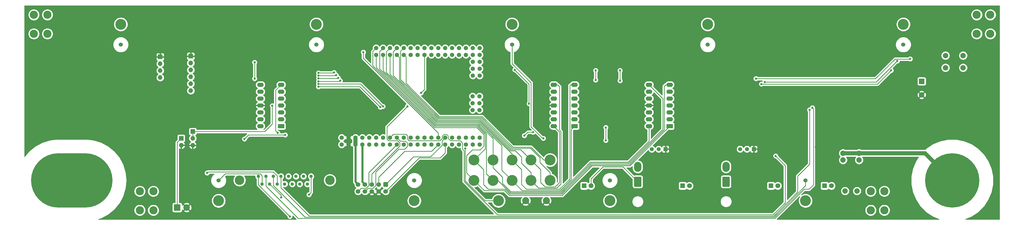
<source format=gbr>
%TF.GenerationSoftware,KiCad,Pcbnew,(5.1.6)-1*%
%TF.CreationDate,2021-09-29T15:37:12-07:00*%
%TF.ProjectId,NiCd Battery Shield - VP400KH,4e694364-2042-4617-9474-657279205368,1*%
%TF.SameCoordinates,Original*%
%TF.FileFunction,Copper,L2,Bot*%
%TF.FilePolarity,Positive*%
%FSLAX46Y46*%
G04 Gerber Fmt 4.6, Leading zero omitted, Abs format (unit mm)*
G04 Created by KiCad (PCBNEW (5.1.6)-1) date 2021-09-29 15:37:12*
%MOMM*%
%LPD*%
G01*
G04 APERTURE LIST*
%TA.AperFunction,ComponentPad*%
%ADD10C,2.000000*%
%TD*%
%TA.AperFunction,WasherPad*%
%ADD11C,2.000000*%
%TD*%
%TA.AperFunction,ComponentPad*%
%ADD12C,20.000000*%
%TD*%
%TA.AperFunction,ComponentPad*%
%ADD13C,0.500000*%
%TD*%
%TA.AperFunction,ComponentPad*%
%ADD14O,30.000000X20.000000*%
%TD*%
%TA.AperFunction,ComponentPad*%
%ADD15C,1.250000*%
%TD*%
%TA.AperFunction,ComponentPad*%
%ADD16C,3.500000*%
%TD*%
%TA.AperFunction,ComponentPad*%
%ADD17R,2.000000X2.000000*%
%TD*%
%TA.AperFunction,ComponentPad*%
%ADD18C,1.524000*%
%TD*%
%TA.AperFunction,ComponentPad*%
%ADD19C,4.000000*%
%TD*%
%TA.AperFunction,ComponentPad*%
%ADD20C,2.600000*%
%TD*%
%TA.AperFunction,ComponentPad*%
%ADD21C,1.800000*%
%TD*%
%TA.AperFunction,ComponentPad*%
%ADD22R,1.800000X1.800000*%
%TD*%
%TA.AperFunction,ComponentPad*%
%ADD23O,2.700000X3.700000*%
%TD*%
%TA.AperFunction,ComponentPad*%
%ADD24O,2.400000X1.600000*%
%TD*%
%TA.AperFunction,ComponentPad*%
%ADD25R,2.400000X1.600000*%
%TD*%
%TA.AperFunction,ComponentPad*%
%ADD26C,1.600000*%
%TD*%
%TA.AperFunction,ComponentPad*%
%ADD27R,1.500000X1.500000*%
%TD*%
%TA.AperFunction,ComponentPad*%
%ADD28C,1.500000*%
%TD*%
%TA.AperFunction,ComponentPad*%
%ADD29C,3.000000*%
%TD*%
%TA.AperFunction,ComponentPad*%
%ADD30O,1.700000X1.700000*%
%TD*%
%TA.AperFunction,ComponentPad*%
%ADD31R,1.700000X1.700000*%
%TD*%
%TA.AperFunction,ComponentPad*%
%ADD32C,1.700000*%
%TD*%
%TA.AperFunction,ComponentPad*%
%ADD33R,2.400000X2.400000*%
%TD*%
%TA.AperFunction,ComponentPad*%
%ADD34C,2.400000*%
%TD*%
%TA.AperFunction,ViaPad*%
%ADD35C,0.800000*%
%TD*%
%TA.AperFunction,Conductor*%
%ADD36C,0.250000*%
%TD*%
%TA.AperFunction,Conductor*%
%ADD37C,1.500000*%
%TD*%
%TA.AperFunction,Conductor*%
%ADD38C,0.750000*%
%TD*%
%TA.AperFunction,Conductor*%
%ADD39C,0.254000*%
%TD*%
G04 APERTURE END LIST*
D10*
%TO.P,SW1,1*%
%TO.N,BATTERY+*%
X341800000Y-175000000D03*
%TO.P,SW1,3*%
X347700000Y-175000000D03*
%TO.P,SW1,2*%
%TO.N,Net-(F12-Pad1)*%
X341800000Y-177500000D03*
%TO.P,SW1,4*%
X347700000Y-177500000D03*
D11*
%TO.P,SW1,*%
%TO.N,*%
X346950000Y-188900000D03*
X342550000Y-188900000D03*
%TD*%
D12*
%TO.P,J1,1*%
%TO.N,BATTERY+*%
X382000000Y-185000000D03*
D13*
X382000000Y-178650000D03*
X379828172Y-179032952D03*
X377918299Y-180135618D03*
X376500739Y-181825000D03*
X375746471Y-183897334D03*
X375746471Y-186102666D03*
X376500739Y-188175000D03*
X377918299Y-189864382D03*
X379828172Y-190967048D03*
X382000000Y-191350000D03*
X384171828Y-190967048D03*
X386081701Y-189864382D03*
X387499261Y-188175000D03*
X388253529Y-186102666D03*
X388253529Y-183897334D03*
X387499261Y-181825000D03*
X386081701Y-180135618D03*
X384171828Y-179032952D03*
X382000000Y-177380000D03*
X379393807Y-177839542D03*
X377101958Y-179162741D03*
X375400886Y-181190000D03*
X374495765Y-183676801D03*
X374495765Y-186323199D03*
X375400886Y-188810000D03*
X377101958Y-190837259D03*
X379393807Y-192160458D03*
X382000000Y-192620000D03*
X384606193Y-192160458D03*
X386898042Y-190837259D03*
X388599114Y-188810000D03*
X389504235Y-186323199D03*
X389504235Y-183676801D03*
X388599114Y-181190000D03*
X386898042Y-179162741D03*
X384606193Y-177839542D03*
X382000000Y-176110000D03*
X378959441Y-176646133D03*
X376285618Y-178189865D03*
X374301034Y-180555000D03*
X373245059Y-183456268D03*
X373245059Y-186543732D03*
X374301034Y-189445000D03*
X376285618Y-191810135D03*
X378959441Y-193353867D03*
X382000000Y-193890000D03*
X385040559Y-193353867D03*
X387714382Y-191810135D03*
X389698966Y-189445000D03*
X390754941Y-186543732D03*
X390754941Y-183456268D03*
X389698966Y-180555000D03*
X387714382Y-178189865D03*
X385040559Y-176646133D03*
%TD*%
%TO.P,J12,1*%
%TO.N,BATTERY-*%
X58000000Y-193650000D03*
X58000000Y-191110000D03*
X60500000Y-192380000D03*
X60500000Y-191110000D03*
X60500000Y-193650000D03*
X58000000Y-192380000D03*
X55500000Y-193650000D03*
X55500000Y-191110000D03*
X55500000Y-192380000D03*
X58000000Y-178400000D03*
X58000000Y-177130000D03*
X58000000Y-175860000D03*
X60500000Y-178400000D03*
X60500000Y-175860000D03*
X60500000Y-177130000D03*
X55500000Y-178400000D03*
X55500000Y-177130000D03*
X55500000Y-175860000D03*
X68714382Y-191560135D03*
X63000000Y-191100000D03*
X63000000Y-178400000D03*
X65606193Y-177589542D03*
X63000000Y-192370000D03*
X69599114Y-188560000D03*
X66040559Y-176396133D03*
X68714382Y-177939865D03*
X70698966Y-180305000D03*
X63000000Y-177130000D03*
X63000000Y-193640000D03*
X70504235Y-183426801D03*
X68499261Y-187925000D03*
X65171828Y-178782952D03*
X71754941Y-183206268D03*
X70698966Y-189195000D03*
X66040559Y-193103867D03*
X63000000Y-175860000D03*
X67898042Y-178912741D03*
X69599114Y-180940000D03*
X70504235Y-186073199D03*
X67081701Y-189614382D03*
X68499261Y-181575000D03*
X67081701Y-179885618D03*
X65606193Y-191910458D03*
X65171828Y-190717048D03*
X67898042Y-190587259D03*
X69253529Y-183647334D03*
X71754941Y-186293732D03*
X69253529Y-185852666D03*
X47285618Y-191560135D03*
X44245059Y-186293732D03*
X46400886Y-188560000D03*
X53000000Y-191100000D03*
X46746471Y-183647334D03*
X53000000Y-178400000D03*
X46400886Y-180940000D03*
X48918299Y-189614382D03*
X53000000Y-192370000D03*
X53000000Y-177130000D03*
X53000000Y-193640000D03*
X50828172Y-178782952D03*
X50393807Y-177589542D03*
X50828172Y-190717048D03*
X49959441Y-193103867D03*
X45301034Y-189195000D03*
X45301034Y-180305000D03*
X45495765Y-183426801D03*
X47500739Y-181575000D03*
X47285618Y-177939865D03*
X47500739Y-187925000D03*
X49959441Y-176396133D03*
X53000000Y-175860000D03*
X48101958Y-178912741D03*
X50393807Y-191910458D03*
X48101958Y-190587259D03*
X46746471Y-185852666D03*
X48918299Y-179885618D03*
X44245059Y-183206268D03*
X45495765Y-186073199D03*
D14*
X58000000Y-185000000D03*
%TD*%
D15*
%TO.P,J6,15*%
%TO.N,Net-(J6-Pad15)*%
X144635000Y-186340000D03*
%TO.P,J6,14*%
%TO.N,Net-(J6-Pad14)*%
X141865000Y-186340000D03*
%TO.P,J6,13*%
%TO.N,Net-(J6-Pad13)*%
X139095000Y-186340000D03*
%TO.P,J6,12*%
%TO.N,Net-(J6-Pad12)*%
X136325000Y-186340000D03*
%TO.P,J6,11*%
%TO.N,BATTERY-*%
X133555000Y-186340000D03*
%TO.P,J6,10*%
%TO.N,Net-(F10-Pad1)*%
X130785000Y-186340000D03*
%TO.P,J6,9*%
%TO.N,Net-(F9-Pad1)*%
X128015000Y-186340000D03*
%TO.P,J6,8*%
%TO.N,Net-(F8-Pad1)*%
X146020000Y-183500000D03*
%TO.P,J6,7*%
%TO.N,Net-(F7-Pad1)*%
X143250000Y-183500000D03*
%TO.P,J6,6*%
%TO.N,Net-(F6-Pad1)*%
X140480000Y-183500000D03*
%TO.P,J6,5*%
%TO.N,Net-(F5-Pad1)*%
X137710000Y-183500000D03*
%TO.P,J6,4*%
%TO.N,Net-(F4-Pad1)*%
X134940000Y-183500000D03*
%TO.P,J6,3*%
%TO.N,Net-(F3-Pad1)*%
X132170000Y-183500000D03*
%TO.P,J6,2*%
%TO.N,Net-(F2-Pad1)*%
X129400000Y-183500000D03*
%TO.P,J6,1*%
%TO.N,BATTERY+*%
X126630000Y-183500000D03*
D16*
%TO.P,J6,*%
%TO.N,*%
X152975000Y-184920000D03*
X119675000Y-184920000D03*
%TD*%
D10*
%TO.P,C4,2*%
%TO.N,GND*%
X370750000Y-153500000D03*
D17*
%TO.P,C4,1*%
%TO.N,12VDC_BUS*%
X370750000Y-148500000D03*
%TD*%
D18*
%TO.P,J7,1*%
%TO.N,Net-(F6-Pad1)*%
X220000000Y-135000000D03*
%TD*%
D19*
%TO.P,TP19,1*%
%TO.N,/OP-AMPS/CELL10_FUSED*%
X76000000Y-127500000D03*
%TD*%
%TO.P,TP17,1*%
%TO.N,/OP-AMPS/CELL9_FUSED*%
X112000000Y-192500000D03*
%TD*%
%TO.P,TP14,1*%
%TO.N,/OP-AMPS/CELL8_FUSED*%
X148000000Y-127500000D03*
%TD*%
%TO.P,TP12,1*%
%TO.N,/OP-AMPS/CELL7_FUSED*%
X184000000Y-192500000D03*
%TD*%
%TO.P,TP10,1*%
%TO.N,/OP-AMPS/CELL6_FUSED*%
X220000000Y-127500000D03*
%TD*%
%TO.P,TP8,1*%
%TO.N,/OP-AMPS/CELL5_FUSED*%
X256000000Y-192500000D03*
%TD*%
%TO.P,TP6,1*%
%TO.N,/OP-AMPS/CELL4_FUSED*%
X292000000Y-127500000D03*
%TD*%
%TO.P,TP4,1*%
%TO.N,/OP-AMPS/CELL3_FUSED*%
X328000000Y-192500000D03*
%TD*%
%TO.P,TP2,1*%
%TO.N,/OP-AMPS/CELL2_FUSED*%
X364000000Y-127500000D03*
%TD*%
D20*
%TO.P,TP15,1*%
%TO.N,GND*%
X232620000Y-192500000D03*
X225000000Y-192500000D03*
%TD*%
D18*
%TO.P,J11,1*%
%TO.N,Net-(F10-Pad1)*%
X76000000Y-135000000D03*
%TD*%
%TO.P,J10,1*%
%TO.N,Net-(F9-Pad1)*%
X112000000Y-185000000D03*
%TD*%
%TO.P,J9,1*%
%TO.N,Net-(F8-Pad1)*%
X148000000Y-135000000D03*
%TD*%
%TO.P,J8,1*%
%TO.N,Net-(F7-Pad1)*%
X184000000Y-185000000D03*
%TD*%
%TO.P,J5,1*%
%TO.N,Net-(F5-Pad1)*%
X256000000Y-185000000D03*
%TD*%
%TO.P,J4,1*%
%TO.N,Net-(F4-Pad1)*%
X292000000Y-135000000D03*
%TD*%
%TO.P,J3,1*%
%TO.N,Net-(F3-Pad1)*%
X328000000Y-185000000D03*
%TD*%
%TO.P,J2,1*%
%TO.N,Net-(F2-Pad1)*%
X364000000Y-135000000D03*
%TD*%
D21*
%TO.P,D5,2*%
%TO.N,5V*%
X337540000Y-187000000D03*
D22*
%TO.P,D5,1*%
%TO.N,Net-(D5-Pad1)*%
X335000000Y-187000000D03*
%TD*%
D21*
%TO.P,D3,2*%
%TO.N,12VDC_BUS*%
X249040000Y-187000000D03*
D22*
%TO.P,D3,1*%
%TO.N,Net-(D3-Pad1)*%
X246500000Y-187000000D03*
%TD*%
D21*
%TO.P,D4,2*%
%TO.N,12VDC_BUS*%
X317790000Y-187000000D03*
D22*
%TO.P,D4,1*%
%TO.N,Net-(D4-Pad1)*%
X315250000Y-187000000D03*
%TD*%
D23*
%TO.P,J13,2*%
%TO.N,Net-(D6-Pad2)*%
X298750000Y-180000000D03*
%TO.P,J13,1*%
%TO.N,12VDC_BUS*%
%TA.AperFunction,ComponentPad*%
G36*
G01*
X300100000Y-183900001D02*
X300100000Y-187099999D01*
G75*
G02*
X299849999Y-187350000I-250001J0D01*
G01*
X297650001Y-187350000D01*
G75*
G02*
X297400000Y-187099999I0J250001D01*
G01*
X297400000Y-183900001D01*
G75*
G02*
X297650001Y-183650000I250001J0D01*
G01*
X299849999Y-183650000D01*
G75*
G02*
X300100000Y-183900001I0J-250001D01*
G01*
G37*
%TD.AperFunction*%
%TD*%
D24*
%TO.P,U1,14*%
%TO.N,A3*%
X270380000Y-165000000D03*
%TO.P,U1,7*%
%TO.N,A1*%
X278000000Y-149760000D03*
%TO.P,U1,13*%
%TO.N,Net-(R15-Pad2)*%
X270380000Y-162460000D03*
%TO.P,U1,6*%
%TO.N,Net-(R7-Pad2)*%
X278000000Y-152300000D03*
%TO.P,U1,12*%
%TO.N,Net-(R13-Pad1)*%
X270380000Y-159920000D03*
%TO.P,U1,5*%
%TO.N,Net-(R5-Pad1)*%
X278000000Y-154840000D03*
%TO.P,U1,11*%
%TO.N,GND*%
X270380000Y-157380000D03*
%TO.P,U1,4*%
%TO.N,12VDC_BUS*%
X278000000Y-157380000D03*
%TO.P,U1,10*%
%TO.N,Net-(R10-Pad2)*%
X270380000Y-154840000D03*
%TO.P,U1,3*%
%TO.N,Net-(R1-Pad1)*%
X278000000Y-159920000D03*
%TO.P,U1,9*%
%TO.N,Net-(R11-Pad2)*%
X270380000Y-152300000D03*
%TO.P,U1,2*%
%TO.N,Net-(R3-Pad2)*%
X278000000Y-162460000D03*
%TO.P,U1,8*%
%TO.N,A2*%
X270380000Y-149760000D03*
D25*
%TO.P,U1,1*%
%TO.N,A0*%
X278000000Y-165000000D03*
%TD*%
D24*
%TO.P,U2,14*%
%TO.N,A7*%
X235380000Y-165000000D03*
%TO.P,U2,7*%
%TO.N,A5*%
X243000000Y-149760000D03*
%TO.P,U2,13*%
%TO.N,Net-(R31-Pad2)*%
X235380000Y-162460000D03*
%TO.P,U2,6*%
%TO.N,Net-(R23-Pad2)*%
X243000000Y-152300000D03*
%TO.P,U2,12*%
%TO.N,Net-(R29-Pad1)*%
X235380000Y-159920000D03*
%TO.P,U2,5*%
%TO.N,Net-(R21-Pad1)*%
X243000000Y-154840000D03*
%TO.P,U2,11*%
%TO.N,GND*%
X235380000Y-157380000D03*
%TO.P,U2,4*%
%TO.N,12VDC_BUS*%
X243000000Y-157380000D03*
%TO.P,U2,10*%
%TO.N,Net-(R25-Pad1)*%
X235380000Y-154840000D03*
%TO.P,U2,3*%
%TO.N,Net-(R17-Pad1)*%
X243000000Y-159920000D03*
%TO.P,U2,9*%
%TO.N,Net-(R27-Pad2)*%
X235380000Y-152300000D03*
%TO.P,U2,2*%
%TO.N,Net-(R19-Pad2)*%
X243000000Y-162460000D03*
%TO.P,U2,8*%
%TO.N,A6*%
X235380000Y-149760000D03*
D25*
%TO.P,U2,1*%
%TO.N,A4*%
X243000000Y-165000000D03*
%TD*%
D24*
%TO.P,U3,14*%
%TO.N,N/C*%
X127380000Y-165000000D03*
%TO.P,U3,7*%
%TO.N,A9*%
X135000000Y-149760000D03*
%TO.P,U3,13*%
%TO.N,N/C*%
X127380000Y-162460000D03*
%TO.P,U3,6*%
%TO.N,Net-(R39-Pad2)*%
X135000000Y-152300000D03*
%TO.P,U3,12*%
%TO.N,N/C*%
X127380000Y-159920000D03*
%TO.P,U3,5*%
%TO.N,Net-(R37-Pad1)*%
X135000000Y-154840000D03*
%TO.P,U3,11*%
%TO.N,GND*%
X127380000Y-157380000D03*
%TO.P,U3,4*%
%TO.N,12VDC_BUS*%
X135000000Y-157380000D03*
%TO.P,U3,10*%
%TO.N,N/C*%
X127380000Y-154840000D03*
%TO.P,U3,3*%
%TO.N,Net-(R33-Pad1)*%
X135000000Y-159920000D03*
%TO.P,U3,9*%
%TO.N,N/C*%
X127380000Y-152300000D03*
%TO.P,U3,2*%
%TO.N,Net-(R35-Pad2)*%
X135000000Y-162460000D03*
%TO.P,U3,8*%
%TO.N,N/C*%
X127380000Y-149760000D03*
D25*
%TO.P,U3,1*%
%TO.N,A8*%
X135000000Y-165000000D03*
%TD*%
D26*
%TO.P,U4,74*%
%TO.N,Net-(U4-Pad74)*%
X208100000Y-138760000D03*
%TO.P,U4,73*%
%TO.N,Net-(U4-Pad73)*%
X208100000Y-136220000D03*
%TO.P,U4,72*%
%TO.N,Net-(U4-Pad72)*%
X205560000Y-138760000D03*
%TO.P,U4,71*%
%TO.N,Net-(U4-Pad71)*%
X205560000Y-136220000D03*
%TO.P,U4,70*%
%TO.N,Net-(U4-Pad70)*%
X203020000Y-138760000D03*
%TO.P,U4,69*%
%TO.N,Net-(U4-Pad69)*%
X203020000Y-136220000D03*
%TO.P,U4,68*%
%TO.N,Net-(U4-Pad68)*%
X200480000Y-138760000D03*
%TO.P,U4,67*%
%TO.N,Net-(U4-Pad67)*%
X200480000Y-136220000D03*
%TO.P,U4,66*%
%TO.N,Net-(U4-Pad66)*%
X197940000Y-138760000D03*
%TO.P,U4,65*%
%TO.N,Net-(U4-Pad65)*%
X197940000Y-136220000D03*
%TO.P,U4,64*%
%TO.N,Net-(U4-Pad64)*%
X195400000Y-138760000D03*
%TO.P,U4,63*%
%TO.N,Net-(U4-Pad63)*%
X195400000Y-136220000D03*
%TO.P,U4,62*%
%TO.N,Net-(U4-Pad62)*%
X192860000Y-138760000D03*
%TO.P,U4,61*%
%TO.N,Net-(U4-Pad61)*%
X192860000Y-136220000D03*
%TO.P,U4,60*%
%TO.N,Net-(U4-Pad60)*%
X190320000Y-138760000D03*
%TO.P,U4,59*%
%TO.N,Net-(U4-Pad59)*%
X190320000Y-136220000D03*
%TO.P,U4,58*%
%TO.N,A15*%
X187780000Y-138760000D03*
%TO.P,U4,57*%
%TO.N,Net-(U4-Pad57)*%
X187780000Y-136220000D03*
%TO.P,U4,56*%
%TO.N,Net-(U4-Pad56)*%
X185240000Y-138760000D03*
%TO.P,U4,55*%
%TO.N,Net-(U4-Pad55)*%
X185240000Y-136220000D03*
%TO.P,U4,54*%
%TO.N,Net-(U4-Pad54)*%
X182700000Y-138760000D03*
%TO.P,U4,53*%
%TO.N,Net-(U4-Pad53)*%
X182700000Y-136220000D03*
%TO.P,U4,52*%
%TO.N,A9*%
X180160000Y-138760000D03*
%TO.P,U4,51*%
%TO.N,A8*%
X180160000Y-136220000D03*
%TO.P,U4,50*%
%TO.N,A7*%
X177620000Y-138760000D03*
%TO.P,U4,49*%
%TO.N,A6*%
X177620000Y-136220000D03*
%TO.P,U4,48*%
%TO.N,A5*%
X175080000Y-138760000D03*
%TO.P,U4,47*%
%TO.N,A4*%
X175080000Y-136220000D03*
%TO.P,U4,46*%
%TO.N,A3*%
X172540000Y-138760000D03*
%TO.P,U4,45*%
%TO.N,A2*%
X172540000Y-136220000D03*
%TO.P,U4,44*%
%TO.N,A1*%
X170000000Y-138760000D03*
%TO.P,U4,42*%
%TO.N,Net-(U4-Pad42)*%
X208100000Y-171780000D03*
%TO.P,U4,41*%
%TO.N,Net-(U4-Pad41)*%
X208100000Y-169240000D03*
%TO.P,U4,40*%
%TO.N,Net-(U4-Pad40)*%
X205560000Y-171780000D03*
%TO.P,U4,39*%
%TO.N,Net-(U4-Pad39)*%
X205560000Y-169240000D03*
%TO.P,U4,38*%
%TO.N,Net-(U4-Pad38)*%
X203020000Y-171780000D03*
%TO.P,U4,37*%
%TO.N,Net-(U4-Pad37)*%
X203020000Y-169240000D03*
%TO.P,U4,36*%
%TO.N,Net-(U4-Pad36)*%
X200480000Y-171780000D03*
%TO.P,U4,35*%
%TO.N,Net-(U4-Pad35)*%
X200480000Y-169240000D03*
%TO.P,U4,34*%
%TO.N,Net-(U4-Pad34)*%
X197940000Y-171780000D03*
%TO.P,U4,33*%
%TO.N,Net-(U4-Pad33)*%
X197940000Y-169240000D03*
%TO.P,U4,32*%
%TO.N,SCL*%
X195400000Y-171780000D03*
%TO.P,U4,31*%
%TO.N,SDA*%
X195400000Y-169240000D03*
%TO.P,U4,30*%
%TO.N,EXTERNAL_INTERRUPT*%
X192860000Y-171780000D03*
%TO.P,U4,29*%
%TO.N,STATUS_CHECK*%
X192860000Y-169240000D03*
%TO.P,U4,28*%
%TO.N,Net-(U4-Pad28)*%
X190320000Y-171780000D03*
%TO.P,U4,27*%
%TO.N,Net-(U4-Pad27)*%
X190320000Y-169240000D03*
%TO.P,U4,26*%
%TO.N,Net-(U4-Pad26)*%
X187780000Y-171780000D03*
%TO.P,U4,25*%
%TO.N,Net-(U4-Pad25)*%
X187780000Y-169240000D03*
%TO.P,U4,24*%
%TO.N,Net-(U4-Pad24)*%
X185240000Y-171780000D03*
%TO.P,U4,23*%
%TO.N,Net-(U4-Pad23)*%
X185240000Y-169240000D03*
%TO.P,U4,22*%
%TO.N,Net-(U4-Pad22)*%
X182700000Y-171780000D03*
%TO.P,U4,21*%
%TO.N,Net-(U4-Pad21)*%
X182700000Y-169240000D03*
%TO.P,U4,20*%
%TO.N,Net-(U4-Pad20)*%
X180160000Y-171780000D03*
%TO.P,U4,19*%
%TO.N,Net-(U4-Pad19)*%
X180160000Y-169240000D03*
%TO.P,U4,18*%
%TO.N,D7*%
X177620000Y-171780000D03*
%TO.P,U4,17*%
%TO.N,D6*%
X177620000Y-169240000D03*
%TO.P,U4,16*%
%TO.N,Net-(U4-Pad16)*%
X175080000Y-171780000D03*
%TO.P,U4,15*%
%TO.N,CHARGE_CONTROL_SIGNAL*%
X175080000Y-169240000D03*
%TO.P,U4,14*%
%TO.N,Net-(U4-Pad14)*%
X172540000Y-171780000D03*
%TO.P,U4,13*%
%TO.N,DATA*%
X172540000Y-169240000D03*
%TO.P,U4,12*%
%TO.N,Net-(U4-Pad12)*%
X170000000Y-171780000D03*
%TO.P,U4,11*%
%TO.N,Net-(U4-Pad11)*%
X170000000Y-169240000D03*
%TO.P,U4,10*%
%TO.N,Net-(U4-Pad10)*%
X167460000Y-171780000D03*
%TO.P,U4,9*%
%TO.N,AREF*%
X167460000Y-169240000D03*
%TO.P,U4,8*%
%TO.N,3V3*%
X164920000Y-171780000D03*
%TO.P,U4,7*%
X164920000Y-169240000D03*
%TO.P,U4,6*%
%TO.N,5V*%
X162380000Y-171780000D03*
%TO.P,U4,5*%
X162380000Y-169240000D03*
%TO.P,U4,4*%
%TO.N,GND*%
X159840000Y-171780000D03*
%TO.P,U4,3*%
X159840000Y-169240000D03*
%TO.P,U4,2*%
%TO.N,Net-(U4-Pad2)*%
X157300000Y-171780000D03*
%TO.P,U4,85*%
%TO.N,Net-(U4-Pad85)*%
X208040000Y-159080000D03*
%TO.P,U4,83*%
%TO.N,Net-(U4-Pad83)*%
X208040000Y-156540000D03*
%TO.P,U4,81*%
%TO.N,Net-(U4-Pad81)*%
X208040000Y-154000000D03*
%TO.P,U4,86*%
%TO.N,Net-(U4-Pad86)*%
X205500000Y-159080000D03*
%TO.P,U4,84*%
%TO.N,Net-(U4-Pad84)*%
X205500000Y-156540000D03*
%TO.P,U4,82*%
%TO.N,Net-(U4-Pad82)*%
X205500000Y-154000000D03*
%TO.P,U4,79*%
%TO.N,SCK*%
X208100000Y-146380000D03*
%TO.P,U4,77*%
%TO.N,MISO*%
X208100000Y-143840000D03*
%TO.P,U4,75*%
%TO.N,Net-(U4-Pad75)*%
X208100000Y-141300000D03*
%TO.P,U4,80*%
%TO.N,CS*%
X205560000Y-146380000D03*
%TO.P,U4,78*%
%TO.N,MOSI*%
X205560000Y-143840000D03*
%TO.P,U4,76*%
%TO.N,Net-(U4-Pad76)*%
X205560000Y-141300000D03*
%TO.P,U4,43*%
%TO.N,A0*%
X170000000Y-136220000D03*
%TO.P,U4,1*%
%TO.N,Net-(U4-Pad1)*%
X157300000Y-169240000D03*
%TD*%
D27*
%TO.P,Q2,1*%
%TO.N,GND*%
X309000000Y-173500000D03*
D28*
%TO.P,Q2,3*%
%TO.N,Net-(D6-Pad2)*%
X303920000Y-173500000D03*
%TO.P,Q2,2*%
%TO.N,Net-(Q1-Pad2)*%
X306460000Y-173500000D03*
%TD*%
D19*
%TO.P,TP1,1*%
%TO.N,A0*%
X206000000Y-185000000D03*
%TD*%
%TO.P,TP3,1*%
%TO.N,A1*%
X206000000Y-177500000D03*
%TD*%
%TO.P,TP5,1*%
%TO.N,A2*%
X213000000Y-185000000D03*
%TD*%
%TO.P,TP7,1*%
%TO.N,A3*%
X213000000Y-177500000D03*
%TD*%
%TO.P,TP9,1*%
%TO.N,A4*%
X220000000Y-185000000D03*
%TD*%
%TO.P,TP11,1*%
%TO.N,A5*%
X220000000Y-177500000D03*
%TD*%
%TO.P,TP13,1*%
%TO.N,A6*%
X227000000Y-185000000D03*
%TD*%
%TO.P,TP16,1*%
%TO.N,A7*%
X227000000Y-177500000D03*
%TD*%
%TO.P,TP18,1*%
%TO.N,A8*%
X234000000Y-185000000D03*
%TD*%
%TO.P,TP20,1*%
%TO.N,A9*%
X234000000Y-177500000D03*
%TD*%
%TO.P,TP21,1*%
%TO.N,5V*%
X215000000Y-192500000D03*
%TD*%
D29*
%TO.P,H1,1*%
%TO.N,N/C*%
X49000000Y-131000000D03*
X44000000Y-131000000D03*
X49000000Y-124000000D03*
X44000000Y-124000000D03*
%TD*%
%TO.P,H2,1*%
%TO.N,N/C*%
X88000000Y-196000000D03*
X83000000Y-196000000D03*
X88000000Y-189000000D03*
X83000000Y-189000000D03*
%TD*%
%TO.P,H3,1*%
%TO.N,N/C*%
X396000000Y-131000000D03*
X391000000Y-131000000D03*
X396000000Y-124000000D03*
X391000000Y-124000000D03*
%TD*%
%TO.P,H4,1*%
%TO.N,N/C*%
X357000000Y-196000000D03*
X352000000Y-196000000D03*
X357000000Y-189000000D03*
X352000000Y-189000000D03*
%TD*%
D10*
%TO.P,SW2,2*%
%TO.N,STATUS_CHECK*%
X386000000Y-139000000D03*
%TO.P,SW2,1*%
%TO.N,5V*%
X386000000Y-143500000D03*
%TO.P,SW2,2*%
%TO.N,STATUS_CHECK*%
X379500000Y-139000000D03*
%TO.P,SW2,1*%
%TO.N,5V*%
X379500000Y-143500000D03*
%TD*%
D22*
%TO.P,D17,1*%
%TO.N,Net-(D17-Pad1)*%
X282750000Y-187000000D03*
D21*
%TO.P,D17,2*%
%TO.N,12VDC_BUS*%
X285290000Y-187000000D03*
%TD*%
D30*
%TO.P,J14,4*%
%TO.N,SCL*%
X90500000Y-147120000D03*
%TO.P,J14,3*%
%TO.N,SDA*%
X90500000Y-144580000D03*
%TO.P,J14,2*%
%TO.N,5V*%
X90500000Y-142040000D03*
D31*
%TO.P,J14,1*%
%TO.N,GND*%
X90500000Y-139500000D03*
%TD*%
%TO.P,J15,1*%
%TO.N,GND*%
X101750000Y-139250000D03*
D30*
%TO.P,J15,2*%
%TO.N,5V*%
X101750000Y-141790000D03*
%TO.P,J15,3*%
%TO.N,MISO*%
X101750000Y-144330000D03*
%TO.P,J15,4*%
%TO.N,MOSI*%
X101750000Y-146870000D03*
%TO.P,J15,5*%
%TO.N,SCK*%
X101750000Y-149410000D03*
%TO.P,J15,6*%
%TO.N,CS*%
X101750000Y-151950000D03*
%TD*%
%TO.P,J16,1*%
%TO.N,12VDC_BUS*%
%TA.AperFunction,ComponentPad*%
G36*
G01*
X267600000Y-183900001D02*
X267600000Y-187099999D01*
G75*
G02*
X267349999Y-187350000I-250001J0D01*
G01*
X265150001Y-187350000D01*
G75*
G02*
X264900000Y-187099999I0J250001D01*
G01*
X264900000Y-183900001D01*
G75*
G02*
X265150001Y-183650000I250001J0D01*
G01*
X267349999Y-183650000D01*
G75*
G02*
X267600000Y-183900001I0J-250001D01*
G01*
G37*
%TD.AperFunction*%
D23*
%TO.P,J16,2*%
%TO.N,Net-(D18-Pad2)*%
X266250000Y-180000000D03*
%TD*%
D28*
%TO.P,Q4,2*%
%TO.N,Net-(Q3-Pad2)*%
X273960000Y-173500000D03*
%TO.P,Q4,3*%
%TO.N,Net-(D18-Pad2)*%
X271420000Y-173500000D03*
D27*
%TO.P,Q4,1*%
%TO.N,GND*%
X276500000Y-173500000D03*
%TD*%
%TO.P,J17,1*%
%TO.N,SDA*%
%TA.AperFunction,ComponentPad*%
G36*
G01*
X172900000Y-185650000D02*
X174100000Y-185650000D01*
G75*
G02*
X174350000Y-185900000I0J-250000D01*
G01*
X174350000Y-187100000D01*
G75*
G02*
X174100000Y-187350000I-250000J0D01*
G01*
X172900000Y-187350000D01*
G75*
G02*
X172650000Y-187100000I0J250000D01*
G01*
X172650000Y-185900000D01*
G75*
G02*
X172900000Y-185650000I250000J0D01*
G01*
G37*
%TD.AperFunction*%
D32*
%TO.P,J17,3*%
%TO.N,EXTERNAL_INTERRUPT*%
X170960000Y-186500000D03*
%TO.P,J17,5*%
%TO.N,A15*%
X168420000Y-186500000D03*
%TO.P,J17,7*%
%TO.N,3V3*%
X165880000Y-186500000D03*
%TO.P,J17,9*%
%TO.N,5V*%
X163340000Y-186500000D03*
%TO.P,J17,2*%
%TO.N,SCL*%
X173500000Y-189040000D03*
%TO.P,J17,4*%
%TO.N,GND*%
X170960000Y-189040000D03*
%TO.P,J17,6*%
X168420000Y-189040000D03*
%TO.P,J17,8*%
%TO.N,D6*%
X165880000Y-189040000D03*
%TO.P,J17,10*%
%TO.N,D7*%
X163340000Y-189040000D03*
%TD*%
D31*
%TO.P,J18,1*%
%TO.N,12VDC_BUS*%
X102500000Y-167000000D03*
D30*
%TO.P,J18,2*%
X102500000Y-169540000D03*
%TO.P,J18,3*%
%TO.N,GND*%
X102500000Y-172080000D03*
%TD*%
D33*
%TO.P,J19,1*%
%TO.N,Net-(J19-Pad1)*%
X96750000Y-195000000D03*
D34*
%TO.P,J19,2*%
%TO.N,GND*%
X100250000Y-195000000D03*
%TD*%
D31*
%TO.P,J20,1*%
%TO.N,Net-(J19-Pad1)*%
X98250000Y-169500000D03*
D30*
%TO.P,J20,2*%
%TO.N,GND*%
X98250000Y-172040000D03*
%TD*%
D35*
%TO.N,12VDC_BUS*%
X131750000Y-157500000D03*
%TO.N,5V*%
X202750000Y-173250000D03*
%TO.N,/OP-AMPS/CELL1_FUSED*%
X359500000Y-144500000D03*
X311750000Y-149500000D03*
%TO.N,Net-(F2-Pad1)*%
X330500000Y-158250000D03*
%TO.N,/OP-AMPS/CELL2_FUSED*%
X361750000Y-141000000D03*
X313000000Y-148750000D03*
%TO.N,/OP-AMPS/CELL4_FUSED*%
X259750000Y-144499994D03*
X259750000Y-148250000D03*
%TO.N,Net-(F4-Pad1)*%
X329500000Y-159000000D03*
%TO.N,/OP-AMPS/CELL5_FUSED*%
X254500000Y-165500000D03*
X254500000Y-170250000D03*
%TO.N,/OP-AMPS/CELL6_FUSED*%
X250750000Y-144500008D03*
X250750000Y-148000000D03*
%TO.N,/OP-AMPS/CELL8_FUSED*%
X221000000Y-144250000D03*
X226250000Y-156750000D03*
%TO.N,/OP-AMPS/CELL9_FUSED*%
X224500000Y-168500000D03*
X227750000Y-167250000D03*
X136500000Y-168250000D03*
X121499990Y-169750000D03*
%TO.N,SDA*%
X148762666Y-149487347D03*
X172500000Y-157750000D03*
%TO.N,SCL*%
X148750000Y-150500015D03*
X171500000Y-158000000D03*
%TO.N,MISO*%
X148773806Y-145416219D03*
X154500000Y-145250000D03*
%TO.N,MOSI*%
X148773456Y-146441174D03*
X155250000Y-146250000D03*
%TO.N,SCK*%
X148772138Y-147465162D03*
X156000000Y-147250000D03*
%TO.N,CS*%
X148769026Y-148487356D03*
X156750000Y-148250000D03*
%TO.N,A9*%
X133750000Y-167500000D03*
%TO.N,CHARGE_CONTROL_SIGNAL*%
X317000000Y-176000000D03*
%TO.N,DATA*%
X309750000Y-147500000D03*
X366500000Y-140250000D03*
%TO.N,BATTERY+*%
X138250000Y-198274071D03*
%TO.N,BATTERY-*%
X107750000Y-182250000D03*
%TO.N,Net-(F6-Pad1)*%
X231500000Y-169500000D03*
%TO.N,Net-(F8-Pad1)*%
X125250000Y-147500000D03*
X125250000Y-141500000D03*
X145250000Y-190250000D03*
%TO.N,Net-(F10-Pad1)*%
X135000000Y-191250002D03*
%TO.N,GND*%
X288500000Y-157250000D03*
X253250000Y-157250000D03*
X145500000Y-157250000D03*
X384500000Y-131000000D03*
X350500000Y-129000000D03*
X314500000Y-129000000D03*
X278500000Y-129000000D03*
X242500000Y-129000000D03*
X206500000Y-129000000D03*
X170500000Y-129000000D03*
X134500000Y-129000000D03*
X98500000Y-129000000D03*
X62500000Y-129000000D03*
X53000000Y-162500000D03*
X53000000Y-158000000D03*
X63000000Y-158000000D03*
X63000000Y-162500000D03*
X63000000Y-160250000D03*
X53000000Y-160250000D03*
X55500000Y-158000000D03*
X58000000Y-158000000D03*
X60500000Y-158000000D03*
X331750000Y-172750000D03*
X334250000Y-172750000D03*
X336750000Y-172750000D03*
X339250000Y-172750000D03*
X341750000Y-172750000D03*
X344250000Y-172750000D03*
X359000000Y-172750000D03*
X359000000Y-169250000D03*
X314750000Y-179500000D03*
X310250000Y-179500000D03*
X308250000Y-181250000D03*
X142487342Y-147762662D03*
X339750000Y-183999990D03*
X282250000Y-179500000D03*
X278250000Y-179500000D03*
X275750000Y-181000000D03*
X346750000Y-172750000D03*
X349250000Y-172750000D03*
X354250000Y-172750000D03*
X351750000Y-172750000D03*
X250000000Y-182000000D03*
%TO.N,STATUS_CHECK*%
X165250000Y-137750000D03*
%TO.N,A15*%
X186500000Y-152750000D03*
X181500014Y-157750000D03*
%TD*%
D36*
%TO.N,12VDC_BUS*%
X102500000Y-167000000D02*
X102500000Y-169540000D01*
X249040000Y-187000000D02*
X249040000Y-184460000D01*
X249040000Y-184460000D02*
X253449957Y-180050043D01*
X260800043Y-180050043D02*
X266250000Y-185500000D01*
X253449957Y-180050043D02*
X260800043Y-180050043D01*
X131750000Y-164250000D02*
X131750000Y-157500000D01*
X102500000Y-167000000D02*
X129000000Y-167000000D01*
X129000000Y-167000000D02*
X131750000Y-164250000D01*
D37*
%TO.N,5V*%
X162380000Y-171780000D02*
X162380000Y-169240000D01*
D36*
X215000000Y-192500000D02*
X210058998Y-192500000D01*
X210058998Y-192500000D02*
X202750000Y-185191002D01*
X202750000Y-185191002D02*
X202750000Y-173250000D01*
D38*
X162380000Y-185540000D02*
X163340000Y-186500000D01*
X162380000Y-171780000D02*
X162380000Y-185540000D01*
D36*
%TO.N,/OP-AMPS/CELL1_FUSED*%
X359500000Y-144500000D02*
X354500000Y-149500000D01*
X354500000Y-149500000D02*
X311750000Y-149500000D01*
%TO.N,Net-(F2-Pad1)*%
X330899999Y-158649999D02*
X330500000Y-158250000D01*
X330899999Y-186611382D02*
X330899999Y-158649999D01*
X329261381Y-188250000D02*
X330899999Y-186611382D01*
X129400000Y-187150000D02*
X141250000Y-199000000D01*
X129400000Y-183500000D02*
X129400000Y-187150000D01*
X316750000Y-199000000D02*
X327500000Y-188250000D01*
X141250000Y-199000000D02*
X316750000Y-199000000D01*
X327500000Y-188250000D02*
X329261381Y-188250000D01*
%TO.N,/OP-AMPS/CELL2_FUSED*%
X354000000Y-148750000D02*
X313000000Y-148750000D01*
X361750000Y-141000000D02*
X354000000Y-148750000D01*
%TO.N,Net-(F3-Pad1)*%
X328000000Y-185000000D02*
X328000000Y-187000000D01*
X328000000Y-187000000D02*
X316450012Y-198549989D01*
X143799989Y-198549989D02*
X132170000Y-186920000D01*
X316450012Y-198549989D02*
X143799989Y-198549989D01*
X132170000Y-186920000D02*
X132170000Y-183500000D01*
%TO.N,/OP-AMPS/CELL4_FUSED*%
X259750000Y-144499994D02*
X259750000Y-148250000D01*
%TO.N,Net-(F4-Pad1)*%
X134940000Y-187690000D02*
X134940000Y-183500000D01*
X329500000Y-159000000D02*
X329500000Y-179000000D01*
X329500000Y-179000000D02*
X325112999Y-183387001D01*
X325112999Y-183387001D02*
X325112999Y-189250591D01*
X325112999Y-189250591D02*
X316263612Y-198099978D01*
X316263612Y-198099978D02*
X145349978Y-198099978D01*
X145349978Y-198099978D02*
X134940000Y-187690000D01*
%TO.N,/OP-AMPS/CELL5_FUSED*%
X254500000Y-169250000D02*
X254500000Y-165500000D01*
X254500000Y-170250000D02*
X254500000Y-169250000D01*
%TO.N,/OP-AMPS/CELL6_FUSED*%
X250750000Y-144500008D02*
X250750000Y-147750000D01*
X250750000Y-147750000D02*
X250750000Y-148000000D01*
%TO.N,/OP-AMPS/CELL8_FUSED*%
X226250000Y-149500000D02*
X226250000Y-156750000D01*
X221000000Y-144250000D02*
X226250000Y-149500000D01*
%TO.N,/OP-AMPS/CELL9_FUSED*%
X224500000Y-168500000D02*
X225750000Y-167250000D01*
X225750000Y-167250000D02*
X227750000Y-167250000D01*
X122999990Y-168250000D02*
X121499990Y-169750000D01*
X136500000Y-168250000D02*
X122999990Y-168250000D01*
%TO.N,SDA*%
X148762666Y-149487347D02*
X164237347Y-149487347D01*
X164237347Y-149487347D02*
X172500000Y-157750000D01*
X190005012Y-176299990D02*
X194274999Y-172030003D01*
X183700010Y-176299990D02*
X190005012Y-176299990D01*
X194274999Y-170365001D02*
X195400000Y-169240000D01*
X194274999Y-172030003D02*
X194274999Y-170365001D01*
X173500000Y-186500000D02*
X183700010Y-176299990D01*
%TO.N,SCL*%
X148750000Y-150500015D02*
X164000015Y-150500015D01*
X164000015Y-150500015D02*
X171500000Y-158000000D01*
X173500000Y-189040000D02*
X185790000Y-176750000D01*
X185790000Y-176750000D02*
X193500000Y-176750000D01*
X195400000Y-174850000D02*
X195400000Y-171780000D01*
X193500000Y-176750000D02*
X195400000Y-174850000D01*
%TO.N,MISO*%
X148773806Y-145416219D02*
X154333781Y-145416219D01*
X154333781Y-145416219D02*
X154500000Y-145250000D01*
%TO.N,MOSI*%
X148773456Y-146441174D02*
X155058826Y-146441174D01*
X155058826Y-146441174D02*
X155250000Y-146250000D01*
%TO.N,SCK*%
X148772138Y-147465162D02*
X155784838Y-147465162D01*
X155784838Y-147465162D02*
X156000000Y-147250000D01*
%TO.N,CS*%
X148769026Y-148487356D02*
X156512644Y-148487356D01*
X156512644Y-148487356D02*
X156750000Y-148250000D01*
%TO.N,A0*%
X219000000Y-190500000D02*
X217250000Y-188750000D01*
X238500000Y-190500000D02*
X219000000Y-190500000D01*
X263399969Y-179600033D02*
X249399967Y-179600033D01*
X278000000Y-165000000D02*
X263399969Y-179600033D01*
X249399967Y-179600033D02*
X238500000Y-190500000D01*
X209750000Y-188750000D02*
X206000000Y-185000000D01*
X217250000Y-188750000D02*
X209750000Y-188750000D01*
X205404499Y-173750000D02*
X208250000Y-173750000D01*
X207045135Y-165500005D02*
X191500000Y-165500002D01*
X168750000Y-137470000D02*
X170000000Y-136220000D01*
X203250000Y-175904499D02*
X205404499Y-173750000D01*
X168750000Y-142750002D02*
X168750000Y-137470000D01*
X209649967Y-168104838D02*
X207045135Y-165500005D01*
X208250000Y-173750000D02*
X209649967Y-172350033D01*
X191500000Y-165500002D02*
X168750000Y-142750002D01*
X206000000Y-185000000D02*
X203250000Y-182250000D01*
X203250000Y-182250000D02*
X203250000Y-175904499D01*
X209649967Y-172350033D02*
X209649967Y-168104838D01*
%TO.N,A1*%
X278000000Y-149760000D02*
X276550000Y-149760000D01*
X238313600Y-190049989D02*
X219186399Y-190049989D01*
X217386410Y-188250000D02*
X211250000Y-188250000D01*
X276550000Y-149760000D02*
X275950011Y-150359989D01*
X209500000Y-186500000D02*
X209500000Y-181000000D01*
X209500000Y-181000000D02*
X206000000Y-177500000D01*
X211250000Y-188250000D02*
X209500000Y-186500000D01*
X219186399Y-190049989D02*
X217386410Y-188250000D01*
X249213567Y-179150022D02*
X238313600Y-190049989D01*
X263213569Y-179150022D02*
X249213567Y-179150022D01*
X275950011Y-166413580D02*
X263213569Y-179150022D01*
X275950011Y-150359989D02*
X275950011Y-166413580D01*
X207231535Y-165049995D02*
X191686400Y-165049991D01*
X210099978Y-167918439D02*
X207231535Y-165049995D01*
X206000000Y-177500000D02*
X210099978Y-173400022D01*
X210099978Y-173400022D02*
X210099978Y-167918439D01*
X170000000Y-143363590D02*
X170000000Y-138760000D01*
X191686400Y-165049991D02*
X170000000Y-143363590D01*
%TO.N,A2*%
X270380000Y-149760000D02*
X275500000Y-154880000D01*
X249027167Y-178700011D02*
X238127200Y-189599978D01*
X275500000Y-154880000D02*
X275500000Y-166227180D01*
X219372798Y-189599978D02*
X214772820Y-185000000D01*
X238127200Y-189599978D02*
X219372798Y-189599978D01*
X263027169Y-178700011D02*
X249027167Y-178700011D01*
X275500000Y-166227180D02*
X263027169Y-178700011D01*
X214772820Y-185000000D02*
X213000000Y-185000000D01*
X210549989Y-182549989D02*
X210549989Y-167732040D01*
X207417935Y-164599985D02*
X191872800Y-164599980D01*
X210549989Y-167732040D02*
X207417935Y-164599985D01*
X191872800Y-164599980D02*
X171250000Y-143977180D01*
X171250000Y-137510000D02*
X172540000Y-136220000D01*
X213000000Y-185000000D02*
X210549989Y-182549989D01*
X171250000Y-143977180D02*
X171250000Y-137510000D01*
%TO.N,A3*%
X213000000Y-180328427D02*
X213000000Y-177500000D01*
X216500000Y-183828427D02*
X213000000Y-180328427D01*
X216500000Y-186090770D02*
X216500000Y-183828427D01*
X219559197Y-189149967D02*
X216500000Y-186090770D01*
X270380000Y-170620000D02*
X262750000Y-178250000D01*
X270380000Y-165000000D02*
X270380000Y-170620000D01*
X262750000Y-178250000D02*
X248840767Y-178250000D01*
X248840767Y-178250000D02*
X237940800Y-189149967D01*
X237940800Y-189149967D02*
X219559197Y-189149967D01*
X213000000Y-169545640D02*
X207604336Y-164149976D01*
X192081510Y-164149976D02*
X172540000Y-144608466D01*
X207604336Y-164149976D02*
X192081510Y-164149976D01*
X172540000Y-144608466D02*
X172540000Y-139891370D01*
X172540000Y-139891370D02*
X172540000Y-138760000D01*
X213000000Y-177500000D02*
X213000000Y-169545640D01*
%TO.N,A4*%
X237686455Y-188699956D02*
X223699956Y-188699956D01*
X241750000Y-184636411D02*
X237686455Y-188699956D01*
X243000000Y-165000000D02*
X241750000Y-166250000D01*
X223699956Y-188699956D02*
X220000000Y-185000000D01*
X241750000Y-166250000D02*
X241750000Y-184636411D01*
X173750000Y-145182055D02*
X173750000Y-137550000D01*
X192267910Y-163699965D02*
X173750000Y-145182055D01*
X220000000Y-185000000D02*
X216250000Y-181250000D01*
X173750000Y-137550000D02*
X175080000Y-136220000D01*
X216250000Y-181250000D02*
X216250000Y-172159232D01*
X207790735Y-163699965D02*
X192267910Y-163699965D01*
X216250000Y-172159232D02*
X207790735Y-163699965D01*
%TO.N,A5*%
X221999999Y-179499999D02*
X220000000Y-177500000D01*
X223500000Y-186500000D02*
X223500000Y-181000000D01*
X225249945Y-188249945D02*
X223500000Y-186500000D01*
X241550000Y-149760000D02*
X241250000Y-150060000D01*
X243000000Y-149760000D02*
X241550000Y-149760000D01*
X241250000Y-150060000D02*
X241250000Y-184500000D01*
X223500000Y-181000000D02*
X221999999Y-179499999D01*
X241250000Y-184500000D02*
X237500055Y-188249945D01*
X237500055Y-188249945D02*
X225249945Y-188249945D01*
X220000000Y-177500000D02*
X220000000Y-175272820D01*
X220000000Y-175272820D02*
X207977134Y-163249954D01*
X175080000Y-145875644D02*
X175080000Y-138760000D01*
X192454310Y-163249954D02*
X175080000Y-145875644D01*
X207977134Y-163249954D02*
X192454310Y-163249954D01*
%TO.N,A6*%
X237500000Y-150430000D02*
X237500000Y-166483589D01*
X237950011Y-166933600D02*
X237950011Y-186299989D01*
X236450066Y-187799934D02*
X229799934Y-187799934D01*
X237500000Y-166483589D02*
X237950011Y-166933600D01*
X237950011Y-186299989D02*
X236450066Y-187799934D01*
X236830000Y-149760000D02*
X237500000Y-150430000D01*
X235380000Y-149760000D02*
X236830000Y-149760000D01*
X229799934Y-187799934D02*
X227000000Y-185000000D01*
X176250000Y-137590000D02*
X177620000Y-136220000D01*
X176250000Y-146409233D02*
X176250000Y-137590000D01*
X192640710Y-162799943D02*
X176250000Y-146409233D01*
X208163533Y-162799943D02*
X192640710Y-162799943D01*
X219463622Y-174100033D02*
X208163533Y-162799943D01*
X221225033Y-174100033D02*
X219463622Y-174100033D01*
X223500000Y-176375000D02*
X221225033Y-174100033D01*
X223500000Y-178671573D02*
X223500000Y-176375000D01*
X227000000Y-185000000D02*
X227000000Y-182171573D01*
X227000000Y-182171573D02*
X223500000Y-178671573D01*
%TO.N,A7*%
X230500000Y-185750000D02*
X230500000Y-181000000D01*
X235900077Y-187349923D02*
X232099923Y-187349923D01*
X230500000Y-181000000D02*
X227000000Y-177500000D01*
X232099923Y-187349923D02*
X230500000Y-185750000D01*
X237500000Y-167120000D02*
X237500000Y-185750000D01*
X235380000Y-165000000D02*
X237500000Y-167120000D01*
X237500000Y-185750000D02*
X235900077Y-187349923D01*
X178549989Y-148072811D02*
X178549989Y-139689989D01*
X192827110Y-162349932D02*
X178549989Y-148072811D01*
X178419999Y-139559999D02*
X177620000Y-138760000D01*
X227000000Y-177500000D02*
X223150022Y-173650022D01*
X178549989Y-139689989D02*
X178419999Y-139559999D01*
X223150022Y-173650022D02*
X219650022Y-173650022D01*
X219650022Y-173650022D02*
X208349932Y-162349932D01*
X208349932Y-162349932D02*
X192827110Y-162349932D01*
%TO.N,A8*%
X179000000Y-137380000D02*
X180160000Y-136220000D01*
X193013510Y-161899921D02*
X179000000Y-147886411D01*
X208649921Y-161899921D02*
X193013510Y-161899921D01*
X234000000Y-185000000D02*
X234000000Y-182171573D01*
X230250000Y-178421573D02*
X230250000Y-176636410D01*
X179000000Y-147886411D02*
X179000000Y-137380000D01*
X230250000Y-176636410D02*
X226813601Y-173200011D01*
X226813601Y-173200011D02*
X219950011Y-173200011D01*
X219950011Y-173200011D02*
X208649921Y-161899921D01*
X234000000Y-182171573D02*
X230250000Y-178421573D01*
%TO.N,A9*%
X180959999Y-139559999D02*
X180160000Y-138760000D01*
X180959999Y-149209999D02*
X180959999Y-139559999D01*
X193199910Y-161449910D02*
X180959999Y-149209999D01*
X208949910Y-161449910D02*
X193199910Y-161449910D01*
X220250000Y-172750000D02*
X208949910Y-161449910D01*
X227000000Y-172750000D02*
X220250000Y-172750000D01*
X231750000Y-177500000D02*
X227000000Y-172750000D01*
X234000000Y-177500000D02*
X231750000Y-177500000D01*
X135000000Y-149760000D02*
X133000000Y-151760000D01*
X133000000Y-166750000D02*
X133750000Y-167500000D01*
X133000000Y-151760000D02*
X133000000Y-166750000D01*
%TO.N,CHARGE_CONTROL_SIGNAL*%
X176320000Y-168000000D02*
X175080000Y-169240000D01*
X181500000Y-168500000D02*
X181000000Y-168000000D01*
X181500000Y-169750000D02*
X181500000Y-168500000D01*
X194250000Y-169515002D02*
X193400001Y-170365001D01*
X194250000Y-168750000D02*
X194250000Y-169515002D01*
X195940001Y-168114999D02*
X194885001Y-168114999D01*
X196525001Y-168699999D02*
X195940001Y-168114999D01*
X194885001Y-168114999D02*
X194250000Y-168750000D01*
X196525001Y-169490003D02*
X196525001Y-168699999D01*
X320500000Y-193227180D02*
X316077212Y-197649968D01*
X317000000Y-176000000D02*
X320500000Y-179500000D01*
X181000000Y-168000000D02*
X176320000Y-168000000D01*
X200865001Y-170365001D02*
X197399999Y-170365001D01*
X197399999Y-170365001D02*
X196525001Y-169490003D01*
X182115001Y-170365001D02*
X181500000Y-169750000D01*
X193400001Y-170365001D02*
X182115001Y-170365001D01*
X316077212Y-197649968D02*
X214572556Y-197649968D01*
X214572556Y-197649968D02*
X202299991Y-185377403D01*
X202299991Y-185377403D02*
X202299991Y-174049991D01*
X201750000Y-171250000D02*
X200865001Y-170365001D01*
X202299991Y-174049991D02*
X201750000Y-173500000D01*
X320500000Y-179500000D02*
X320500000Y-193227180D01*
X201750000Y-173500000D02*
X201750000Y-171250000D01*
D38*
%TO.N,3V3*%
X164920000Y-185540000D02*
X165880000Y-186500000D01*
X164920000Y-171780000D02*
X164920000Y-185540000D01*
D36*
%TO.N,DATA*%
X309750000Y-147500000D02*
X319000000Y-147500000D01*
X319000000Y-147500000D02*
X353750000Y-147500000D01*
X366475001Y-140274999D02*
X366500000Y-140250000D01*
X353750000Y-147500000D02*
X360975001Y-140274999D01*
X360975001Y-140274999D02*
X366475001Y-140274999D01*
%TO.N,BATTERY+*%
X126630000Y-186654071D02*
X138250000Y-198274071D01*
X126630000Y-183500000D02*
X126630000Y-186654071D01*
D37*
X372000000Y-175000000D02*
X347700000Y-175000000D01*
X382000000Y-185000000D02*
X372000000Y-175000000D01*
X347700000Y-175000000D02*
X341800000Y-175000000D01*
D36*
%TO.N,BATTERY-*%
X107750000Y-182250000D02*
X108149999Y-181850001D01*
X133555000Y-183305000D02*
X133555000Y-186340000D01*
X132100001Y-181850001D02*
X133555000Y-183305000D01*
X108149999Y-181850001D02*
X132100001Y-181850001D01*
%TO.N,Net-(F6-Pad1)*%
X231250000Y-169500000D02*
X231500000Y-169500000D01*
X227000000Y-165250000D02*
X231250000Y-169500000D01*
X227000000Y-149000000D02*
X227000000Y-165250000D01*
X220000000Y-135000000D02*
X220000000Y-142000000D01*
X220000000Y-142000000D02*
X227000000Y-149000000D01*
X231500000Y-169500000D02*
X231500000Y-169500000D01*
%TO.N,Net-(F8-Pad1)*%
X125250000Y-147500000D02*
X125250000Y-141500000D01*
X146020000Y-189480000D02*
X146020000Y-183500000D01*
X145250000Y-190250000D02*
X146020000Y-189480000D01*
%TO.N,Net-(F9-Pad1)*%
X127299999Y-182549999D02*
X128000000Y-183250000D01*
X112000000Y-185000000D02*
X114450001Y-182549999D01*
X114450001Y-182549999D02*
X127299999Y-182549999D01*
X128000000Y-186325000D02*
X128015000Y-186340000D01*
X128000000Y-183250000D02*
X128000000Y-186325000D01*
%TO.N,Net-(F10-Pad1)*%
X130785000Y-186340000D02*
X135000000Y-190555000D01*
X135000000Y-190555000D02*
X135000000Y-191250002D01*
D37*
%TO.N,GND*%
X159840000Y-171780000D02*
X159840000Y-169240000D01*
X159840000Y-169240000D02*
X159840000Y-167340000D01*
X159840000Y-173650000D02*
X159840000Y-171750000D01*
D36*
%TO.N,STATUS_CHECK*%
X165250000Y-140000000D02*
X165250000Y-137750000D01*
X192860000Y-169240000D02*
X192860000Y-167610000D01*
X192860000Y-167610000D02*
X165250000Y-140000000D01*
%TO.N,EXTERNAL_INTERRUPT*%
X170960000Y-186500000D02*
X170960000Y-183790000D01*
X170960000Y-183790000D02*
X180500000Y-174250000D01*
X190390000Y-174250000D02*
X192860000Y-171780000D01*
X180500000Y-174250000D02*
X190390000Y-174250000D01*
%TO.N,A15*%
X187780000Y-151470000D02*
X186500000Y-152750000D01*
X187780000Y-138760000D02*
X187780000Y-151470000D01*
X168420000Y-186500000D02*
X168420000Y-182645002D01*
X178745001Y-172320001D02*
X178745001Y-171239999D01*
X173954999Y-169780001D02*
X173954999Y-165295015D01*
X168420000Y-182645002D02*
X178745001Y-172320001D01*
X174539999Y-170365001D02*
X173954999Y-169780001D01*
X177870003Y-170365001D02*
X174539999Y-170365001D01*
X173954999Y-165295015D02*
X181500014Y-157750000D01*
X178745001Y-171239999D02*
X177870003Y-170365001D01*
%TO.N,D6*%
X167055001Y-187864999D02*
X165880000Y-189040000D01*
X169784999Y-186874003D02*
X168794003Y-187864999D01*
X169784999Y-181965001D02*
X169784999Y-186874003D01*
X168794003Y-187864999D02*
X167055001Y-187864999D01*
X178880000Y-170500000D02*
X180750000Y-170500000D01*
X181500000Y-172500000D02*
X180500000Y-173500000D01*
X177620000Y-169240000D02*
X178880000Y-170500000D01*
X180500000Y-173500000D02*
X178250000Y-173500000D01*
X180750000Y-170500000D02*
X181500000Y-171250000D01*
X178250000Y-173500000D02*
X169784999Y-181965001D01*
X181500000Y-171250000D02*
X181500000Y-172500000D01*
%TO.N,D7*%
X167244999Y-182155001D02*
X177620000Y-171780000D01*
X167244999Y-186874003D02*
X167244999Y-182155001D01*
X164515001Y-187864999D02*
X166254003Y-187864999D01*
X166254003Y-187864999D02*
X167244999Y-186874003D01*
X163340000Y-189040000D02*
X164515001Y-187864999D01*
%TO.N,Net-(J19-Pad1)*%
X96750000Y-171000000D02*
X96750000Y-195000000D01*
X98250000Y-169500000D02*
X96750000Y-171000000D01*
%TD*%
D39*
%TO.N,GND*%
G36*
X399340000Y-199340000D02*
G01*
X386908933Y-199340000D01*
X389165321Y-198405373D01*
X391642900Y-196749908D01*
X393749908Y-194642900D01*
X395405373Y-192165321D01*
X396545678Y-189412383D01*
X397127000Y-186489879D01*
X397127000Y-183510121D01*
X396545678Y-180587617D01*
X395405373Y-177834679D01*
X393749908Y-175357100D01*
X391642900Y-173250092D01*
X389165321Y-171594627D01*
X386412383Y-170454322D01*
X383489879Y-169873000D01*
X380510121Y-169873000D01*
X377587617Y-170454322D01*
X374834679Y-171594627D01*
X372357100Y-173250092D01*
X371998771Y-173608421D01*
X371931971Y-173615000D01*
X348570123Y-173615000D01*
X348474463Y-173551082D01*
X348176912Y-173427832D01*
X347861033Y-173365000D01*
X347538967Y-173365000D01*
X347223088Y-173427832D01*
X346925537Y-173551082D01*
X346829877Y-173615000D01*
X342670123Y-173615000D01*
X342574463Y-173551082D01*
X342276912Y-173427832D01*
X341961033Y-173365000D01*
X341638967Y-173365000D01*
X341323088Y-173427832D01*
X341025537Y-173551082D01*
X340757748Y-173730013D01*
X340530013Y-173957748D01*
X340351082Y-174225537D01*
X340227832Y-174523088D01*
X340165000Y-174838967D01*
X340165000Y-175161033D01*
X340227832Y-175476912D01*
X340351082Y-175774463D01*
X340530013Y-176042252D01*
X340737761Y-176250000D01*
X340530013Y-176457748D01*
X340351082Y-176725537D01*
X340227832Y-177023088D01*
X340165000Y-177338967D01*
X340165000Y-177661033D01*
X340227832Y-177976912D01*
X340351082Y-178274463D01*
X340530013Y-178542252D01*
X340757748Y-178769987D01*
X341025537Y-178948918D01*
X341323088Y-179072168D01*
X341638967Y-179135000D01*
X341961033Y-179135000D01*
X342276912Y-179072168D01*
X342574463Y-178948918D01*
X342842252Y-178769987D01*
X343069987Y-178542252D01*
X343248918Y-178274463D01*
X343372168Y-177976912D01*
X343435000Y-177661033D01*
X343435000Y-177338967D01*
X343372168Y-177023088D01*
X343248918Y-176725537D01*
X343069987Y-176457748D01*
X342997239Y-176385000D01*
X346502761Y-176385000D01*
X346430013Y-176457748D01*
X346251082Y-176725537D01*
X346127832Y-177023088D01*
X346065000Y-177338967D01*
X346065000Y-177661033D01*
X346127832Y-177976912D01*
X346251082Y-178274463D01*
X346430013Y-178542252D01*
X346657748Y-178769987D01*
X346925537Y-178948918D01*
X347223088Y-179072168D01*
X347538967Y-179135000D01*
X347861033Y-179135000D01*
X348176912Y-179072168D01*
X348474463Y-178948918D01*
X348742252Y-178769987D01*
X348969987Y-178542252D01*
X349148918Y-178274463D01*
X349272168Y-177976912D01*
X349335000Y-177661033D01*
X349335000Y-177338967D01*
X349272168Y-177023088D01*
X349148918Y-176725537D01*
X348969987Y-176457748D01*
X348897239Y-176385000D01*
X369563271Y-176385000D01*
X368594627Y-177834679D01*
X367454322Y-180587617D01*
X366873000Y-183510121D01*
X366873000Y-186489879D01*
X367454322Y-189412383D01*
X368594627Y-192165321D01*
X370250092Y-194642900D01*
X372357100Y-196749908D01*
X374834679Y-198405373D01*
X377091067Y-199340000D01*
X317484801Y-199340000D01*
X321035080Y-195789721D01*
X349865000Y-195789721D01*
X349865000Y-196210279D01*
X349947047Y-196622756D01*
X350107988Y-197011302D01*
X350341637Y-197360983D01*
X350639017Y-197658363D01*
X350988698Y-197892012D01*
X351377244Y-198052953D01*
X351789721Y-198135000D01*
X352210279Y-198135000D01*
X352622756Y-198052953D01*
X353011302Y-197892012D01*
X353360983Y-197658363D01*
X353658363Y-197360983D01*
X353892012Y-197011302D01*
X354052953Y-196622756D01*
X354135000Y-196210279D01*
X354135000Y-195789721D01*
X354865000Y-195789721D01*
X354865000Y-196210279D01*
X354947047Y-196622756D01*
X355107988Y-197011302D01*
X355341637Y-197360983D01*
X355639017Y-197658363D01*
X355988698Y-197892012D01*
X356377244Y-198052953D01*
X356789721Y-198135000D01*
X357210279Y-198135000D01*
X357622756Y-198052953D01*
X358011302Y-197892012D01*
X358360983Y-197658363D01*
X358658363Y-197360983D01*
X358892012Y-197011302D01*
X359052953Y-196622756D01*
X359135000Y-196210279D01*
X359135000Y-195789721D01*
X359052953Y-195377244D01*
X358892012Y-194988698D01*
X358658363Y-194639017D01*
X358360983Y-194341637D01*
X358011302Y-194107988D01*
X357622756Y-193947047D01*
X357210279Y-193865000D01*
X356789721Y-193865000D01*
X356377244Y-193947047D01*
X355988698Y-194107988D01*
X355639017Y-194341637D01*
X355341637Y-194639017D01*
X355107988Y-194988698D01*
X354947047Y-195377244D01*
X354865000Y-195789721D01*
X354135000Y-195789721D01*
X354052953Y-195377244D01*
X353892012Y-194988698D01*
X353658363Y-194639017D01*
X353360983Y-194341637D01*
X353011302Y-194107988D01*
X352622756Y-193947047D01*
X352210279Y-193865000D01*
X351789721Y-193865000D01*
X351377244Y-193947047D01*
X350988698Y-194107988D01*
X350639017Y-194341637D01*
X350341637Y-194639017D01*
X350107988Y-194988698D01*
X349947047Y-195377244D01*
X349865000Y-195789721D01*
X321035080Y-195789721D01*
X325850051Y-190974751D01*
X325664893Y-191251859D01*
X325466261Y-191731399D01*
X325365000Y-192240475D01*
X325365000Y-192759525D01*
X325466261Y-193268601D01*
X325664893Y-193748141D01*
X325953262Y-194179715D01*
X326320285Y-194546738D01*
X326751859Y-194835107D01*
X327231399Y-195033739D01*
X327740475Y-195135000D01*
X328259525Y-195135000D01*
X328768601Y-195033739D01*
X329248141Y-194835107D01*
X329679715Y-194546738D01*
X330046738Y-194179715D01*
X330335107Y-193748141D01*
X330533739Y-193268601D01*
X330635000Y-192759525D01*
X330635000Y-192240475D01*
X330533739Y-191731399D01*
X330335107Y-191251859D01*
X330046738Y-190820285D01*
X329679715Y-190453262D01*
X329248141Y-190164893D01*
X328768601Y-189966261D01*
X328259525Y-189865000D01*
X327740475Y-189865000D01*
X327231399Y-189966261D01*
X326751859Y-190164893D01*
X326474751Y-190350051D01*
X327814802Y-189010000D01*
X329224059Y-189010000D01*
X329261381Y-189013676D01*
X329298703Y-189010000D01*
X329298714Y-189010000D01*
X329410367Y-188999003D01*
X329553628Y-188955546D01*
X329685657Y-188884974D01*
X329801382Y-188790001D01*
X329825185Y-188760997D01*
X329847215Y-188738967D01*
X340915000Y-188738967D01*
X340915000Y-189061033D01*
X340977832Y-189376912D01*
X341101082Y-189674463D01*
X341280013Y-189942252D01*
X341507748Y-190169987D01*
X341775537Y-190348918D01*
X342073088Y-190472168D01*
X342388967Y-190535000D01*
X342711033Y-190535000D01*
X343026912Y-190472168D01*
X343324463Y-190348918D01*
X343592252Y-190169987D01*
X343819987Y-189942252D01*
X343998918Y-189674463D01*
X344122168Y-189376912D01*
X344185000Y-189061033D01*
X344185000Y-188738967D01*
X345315000Y-188738967D01*
X345315000Y-189061033D01*
X345377832Y-189376912D01*
X345501082Y-189674463D01*
X345680013Y-189942252D01*
X345907748Y-190169987D01*
X346175537Y-190348918D01*
X346473088Y-190472168D01*
X346788967Y-190535000D01*
X347111033Y-190535000D01*
X347426912Y-190472168D01*
X347724463Y-190348918D01*
X347992252Y-190169987D01*
X348219987Y-189942252D01*
X348398918Y-189674463D01*
X348522168Y-189376912D01*
X348585000Y-189061033D01*
X348585000Y-188789721D01*
X349865000Y-188789721D01*
X349865000Y-189210279D01*
X349947047Y-189622756D01*
X350107988Y-190011302D01*
X350341637Y-190360983D01*
X350639017Y-190658363D01*
X350988698Y-190892012D01*
X351377244Y-191052953D01*
X351789721Y-191135000D01*
X352210279Y-191135000D01*
X352622756Y-191052953D01*
X353011302Y-190892012D01*
X353360983Y-190658363D01*
X353658363Y-190360983D01*
X353892012Y-190011302D01*
X354052953Y-189622756D01*
X354135000Y-189210279D01*
X354135000Y-188789721D01*
X354865000Y-188789721D01*
X354865000Y-189210279D01*
X354947047Y-189622756D01*
X355107988Y-190011302D01*
X355341637Y-190360983D01*
X355639017Y-190658363D01*
X355988698Y-190892012D01*
X356377244Y-191052953D01*
X356789721Y-191135000D01*
X357210279Y-191135000D01*
X357622756Y-191052953D01*
X358011302Y-190892012D01*
X358360983Y-190658363D01*
X358658363Y-190360983D01*
X358892012Y-190011302D01*
X359052953Y-189622756D01*
X359135000Y-189210279D01*
X359135000Y-188789721D01*
X359052953Y-188377244D01*
X358892012Y-187988698D01*
X358658363Y-187639017D01*
X358360983Y-187341637D01*
X358011302Y-187107988D01*
X357622756Y-186947047D01*
X357210279Y-186865000D01*
X356789721Y-186865000D01*
X356377244Y-186947047D01*
X355988698Y-187107988D01*
X355639017Y-187341637D01*
X355341637Y-187639017D01*
X355107988Y-187988698D01*
X354947047Y-188377244D01*
X354865000Y-188789721D01*
X354135000Y-188789721D01*
X354052953Y-188377244D01*
X353892012Y-187988698D01*
X353658363Y-187639017D01*
X353360983Y-187341637D01*
X353011302Y-187107988D01*
X352622756Y-186947047D01*
X352210279Y-186865000D01*
X351789721Y-186865000D01*
X351377244Y-186947047D01*
X350988698Y-187107988D01*
X350639017Y-187341637D01*
X350341637Y-187639017D01*
X350107988Y-187988698D01*
X349947047Y-188377244D01*
X349865000Y-188789721D01*
X348585000Y-188789721D01*
X348585000Y-188738967D01*
X348522168Y-188423088D01*
X348398918Y-188125537D01*
X348219987Y-187857748D01*
X347992252Y-187630013D01*
X347724463Y-187451082D01*
X347426912Y-187327832D01*
X347111033Y-187265000D01*
X346788967Y-187265000D01*
X346473088Y-187327832D01*
X346175537Y-187451082D01*
X345907748Y-187630013D01*
X345680013Y-187857748D01*
X345501082Y-188125537D01*
X345377832Y-188423088D01*
X345315000Y-188738967D01*
X344185000Y-188738967D01*
X344122168Y-188423088D01*
X343998918Y-188125537D01*
X343819987Y-187857748D01*
X343592252Y-187630013D01*
X343324463Y-187451082D01*
X343026912Y-187327832D01*
X342711033Y-187265000D01*
X342388967Y-187265000D01*
X342073088Y-187327832D01*
X341775537Y-187451082D01*
X341507748Y-187630013D01*
X341280013Y-187857748D01*
X341101082Y-188125537D01*
X340977832Y-188423088D01*
X340915000Y-188738967D01*
X329847215Y-188738967D01*
X331411003Y-187175180D01*
X331440000Y-187151383D01*
X331534973Y-187035658D01*
X331605545Y-186903629D01*
X331649002Y-186760368D01*
X331659999Y-186648715D01*
X331659999Y-186648705D01*
X331663675Y-186611382D01*
X331659999Y-186574059D01*
X331659999Y-186100000D01*
X333461928Y-186100000D01*
X333461928Y-187900000D01*
X333474188Y-188024482D01*
X333510498Y-188144180D01*
X333569463Y-188254494D01*
X333648815Y-188351185D01*
X333745506Y-188430537D01*
X333855820Y-188489502D01*
X333975518Y-188525812D01*
X334100000Y-188538072D01*
X335900000Y-188538072D01*
X336024482Y-188525812D01*
X336144180Y-188489502D01*
X336254494Y-188430537D01*
X336351185Y-188351185D01*
X336430537Y-188254494D01*
X336489502Y-188144180D01*
X336495056Y-188125873D01*
X336561495Y-188192312D01*
X336812905Y-188360299D01*
X337092257Y-188476011D01*
X337388816Y-188535000D01*
X337691184Y-188535000D01*
X337987743Y-188476011D01*
X338267095Y-188360299D01*
X338518505Y-188192312D01*
X338732312Y-187978505D01*
X338900299Y-187727095D01*
X339016011Y-187447743D01*
X339075000Y-187151184D01*
X339075000Y-186848816D01*
X339016011Y-186552257D01*
X338900299Y-186272905D01*
X338732312Y-186021495D01*
X338518505Y-185807688D01*
X338267095Y-185639701D01*
X337987743Y-185523989D01*
X337691184Y-185465000D01*
X337388816Y-185465000D01*
X337092257Y-185523989D01*
X336812905Y-185639701D01*
X336561495Y-185807688D01*
X336495056Y-185874127D01*
X336489502Y-185855820D01*
X336430537Y-185745506D01*
X336351185Y-185648815D01*
X336254494Y-185569463D01*
X336144180Y-185510498D01*
X336024482Y-185474188D01*
X335900000Y-185461928D01*
X334100000Y-185461928D01*
X333975518Y-185474188D01*
X333855820Y-185510498D01*
X333745506Y-185569463D01*
X333648815Y-185648815D01*
X333569463Y-185745506D01*
X333510498Y-185855820D01*
X333474188Y-185975518D01*
X333461928Y-186100000D01*
X331659999Y-186100000D01*
X331659999Y-158687321D01*
X331663675Y-158649998D01*
X331659999Y-158612676D01*
X331659999Y-158612666D01*
X331649002Y-158501013D01*
X331605545Y-158357752D01*
X331535000Y-158225774D01*
X331535000Y-158148061D01*
X331495226Y-157948102D01*
X331417205Y-157759744D01*
X331303937Y-157590226D01*
X331159774Y-157446063D01*
X330990256Y-157332795D01*
X330801898Y-157254774D01*
X330601939Y-157215000D01*
X330398061Y-157215000D01*
X330198102Y-157254774D01*
X330009744Y-157332795D01*
X329840226Y-157446063D01*
X329696063Y-157590226D01*
X329582795Y-157759744D01*
X329504774Y-157948102D01*
X329501413Y-157965000D01*
X329398061Y-157965000D01*
X329198102Y-158004774D01*
X329009744Y-158082795D01*
X328840226Y-158196063D01*
X328696063Y-158340226D01*
X328582795Y-158509744D01*
X328504774Y-158698102D01*
X328465000Y-158898061D01*
X328465000Y-159101939D01*
X328504774Y-159301898D01*
X328582795Y-159490256D01*
X328696063Y-159659774D01*
X328740000Y-159703711D01*
X328740001Y-178685197D01*
X324602002Y-182823197D01*
X324572998Y-182847000D01*
X324545323Y-182880723D01*
X324478025Y-182962725D01*
X324423491Y-183064750D01*
X324407453Y-183094755D01*
X324363996Y-183238016D01*
X324352999Y-183349669D01*
X324352999Y-183349679D01*
X324349323Y-183387001D01*
X324352999Y-183424324D01*
X324353000Y-188935788D01*
X321260000Y-192028788D01*
X321260000Y-179537322D01*
X321263676Y-179499999D01*
X321260000Y-179462676D01*
X321260000Y-179462667D01*
X321249003Y-179351014D01*
X321205546Y-179207753D01*
X321134974Y-179075724D01*
X321119236Y-179056547D01*
X321063799Y-178988996D01*
X321063795Y-178988992D01*
X321040001Y-178959999D01*
X321011009Y-178936206D01*
X318035000Y-175960199D01*
X318035000Y-175898061D01*
X317995226Y-175698102D01*
X317917205Y-175509744D01*
X317803937Y-175340226D01*
X317659774Y-175196063D01*
X317490256Y-175082795D01*
X317301898Y-175004774D01*
X317101939Y-174965000D01*
X316898061Y-174965000D01*
X316698102Y-175004774D01*
X316509744Y-175082795D01*
X316340226Y-175196063D01*
X316196063Y-175340226D01*
X316082795Y-175509744D01*
X316004774Y-175698102D01*
X315965000Y-175898061D01*
X315965000Y-176101939D01*
X316004774Y-176301898D01*
X316082795Y-176490256D01*
X316196063Y-176659774D01*
X316340226Y-176803937D01*
X316509744Y-176917205D01*
X316698102Y-176995226D01*
X316898061Y-177035000D01*
X316960199Y-177035000D01*
X319740000Y-179814803D01*
X319740001Y-192912377D01*
X315762411Y-196889968D01*
X214887358Y-196889968D01*
X211257390Y-193260000D01*
X212464550Y-193260000D01*
X212466261Y-193268601D01*
X212664893Y-193748141D01*
X212953262Y-194179715D01*
X213320285Y-194546738D01*
X213751859Y-194835107D01*
X214231399Y-195033739D01*
X214740475Y-195135000D01*
X215259525Y-195135000D01*
X215768601Y-195033739D01*
X216248141Y-194835107D01*
X216679715Y-194546738D01*
X217046738Y-194179715D01*
X217267565Y-193849224D01*
X223830381Y-193849224D01*
X223962317Y-194144312D01*
X224303045Y-194315159D01*
X224670557Y-194416250D01*
X225050729Y-194443701D01*
X225428951Y-194396457D01*
X225790690Y-194276333D01*
X226037683Y-194144312D01*
X226169619Y-193849224D01*
X231450381Y-193849224D01*
X231582317Y-194144312D01*
X231923045Y-194315159D01*
X232290557Y-194416250D01*
X232670729Y-194443701D01*
X233048951Y-194396457D01*
X233410690Y-194276333D01*
X233657683Y-194144312D01*
X233789619Y-193849224D01*
X232620000Y-192679605D01*
X231450381Y-193849224D01*
X226169619Y-193849224D01*
X225000000Y-192679605D01*
X223830381Y-193849224D01*
X217267565Y-193849224D01*
X217335107Y-193748141D01*
X217533739Y-193268601D01*
X217635000Y-192759525D01*
X217635000Y-192240475D01*
X217533739Y-191731399D01*
X217335107Y-191251859D01*
X217046738Y-190820285D01*
X216679715Y-190453262D01*
X216248141Y-190164893D01*
X215768601Y-189966261D01*
X215259525Y-189865000D01*
X214740475Y-189865000D01*
X214231399Y-189966261D01*
X213751859Y-190164893D01*
X213320285Y-190453262D01*
X212953262Y-190820285D01*
X212664893Y-191251859D01*
X212466261Y-191731399D01*
X212464550Y-191740000D01*
X210373800Y-191740000D01*
X206267261Y-187633461D01*
X206768601Y-187533739D01*
X207248141Y-187335107D01*
X207255433Y-187330235D01*
X209186200Y-189261002D01*
X209209999Y-189290001D01*
X209325724Y-189384974D01*
X209457753Y-189455546D01*
X209601014Y-189499003D01*
X209712667Y-189510000D01*
X209712677Y-189510000D01*
X209750000Y-189513676D01*
X209787323Y-189510000D01*
X216935199Y-189510000D01*
X218436201Y-191011003D01*
X218459999Y-191040001D01*
X218575724Y-191134974D01*
X218707753Y-191205546D01*
X218851014Y-191249003D01*
X218962667Y-191260000D01*
X218962675Y-191260000D01*
X219000000Y-191263676D01*
X219037325Y-191260000D01*
X223580392Y-191260000D01*
X223650774Y-191330382D01*
X223355688Y-191462317D01*
X223184841Y-191803045D01*
X223083750Y-192170557D01*
X223056299Y-192550729D01*
X223103543Y-192928951D01*
X223223667Y-193290690D01*
X223355688Y-193537683D01*
X223650776Y-193669619D01*
X224820395Y-192500000D01*
X224806253Y-192485858D01*
X224985858Y-192306253D01*
X225000000Y-192320395D01*
X225014143Y-192306253D01*
X225193748Y-192485858D01*
X225179605Y-192500000D01*
X226349224Y-193669619D01*
X226644312Y-193537683D01*
X226815159Y-193196955D01*
X226916250Y-192829443D01*
X226943701Y-192449271D01*
X226896457Y-192071049D01*
X226776333Y-191709310D01*
X226644312Y-191462317D01*
X226349226Y-191330382D01*
X226419608Y-191260000D01*
X231200392Y-191260000D01*
X231270774Y-191330382D01*
X230975688Y-191462317D01*
X230804841Y-191803045D01*
X230703750Y-192170557D01*
X230676299Y-192550729D01*
X230723543Y-192928951D01*
X230843667Y-193290690D01*
X230975688Y-193537683D01*
X231270776Y-193669619D01*
X232440395Y-192500000D01*
X232426253Y-192485858D01*
X232605858Y-192306253D01*
X232620000Y-192320395D01*
X232634143Y-192306253D01*
X232813748Y-192485858D01*
X232799605Y-192500000D01*
X233969224Y-193669619D01*
X234264312Y-193537683D01*
X234435159Y-193196955D01*
X234536250Y-192829443D01*
X234563701Y-192449271D01*
X234537621Y-192240475D01*
X253365000Y-192240475D01*
X253365000Y-192759525D01*
X253466261Y-193268601D01*
X253664893Y-193748141D01*
X253953262Y-194179715D01*
X254320285Y-194546738D01*
X254751859Y-194835107D01*
X255231399Y-195033739D01*
X255740475Y-195135000D01*
X256259525Y-195135000D01*
X256768601Y-195033739D01*
X257248141Y-194835107D01*
X257679715Y-194546738D01*
X258046738Y-194179715D01*
X258335107Y-193748141D01*
X258533739Y-193268601D01*
X258635000Y-192759525D01*
X258635000Y-192589721D01*
X264115000Y-192589721D01*
X264115000Y-193010279D01*
X264197047Y-193422756D01*
X264357988Y-193811302D01*
X264591637Y-194160983D01*
X264889017Y-194458363D01*
X265238698Y-194692012D01*
X265627244Y-194852953D01*
X266039721Y-194935000D01*
X266460279Y-194935000D01*
X266872756Y-194852953D01*
X267261302Y-194692012D01*
X267610983Y-194458363D01*
X267908363Y-194160983D01*
X268142012Y-193811302D01*
X268302953Y-193422756D01*
X268385000Y-193010279D01*
X268385000Y-192589721D01*
X296615000Y-192589721D01*
X296615000Y-193010279D01*
X296697047Y-193422756D01*
X296857988Y-193811302D01*
X297091637Y-194160983D01*
X297389017Y-194458363D01*
X297738698Y-194692012D01*
X298127244Y-194852953D01*
X298539721Y-194935000D01*
X298960279Y-194935000D01*
X299372756Y-194852953D01*
X299761302Y-194692012D01*
X300110983Y-194458363D01*
X300408363Y-194160983D01*
X300642012Y-193811302D01*
X300802953Y-193422756D01*
X300885000Y-193010279D01*
X300885000Y-192589721D01*
X300802953Y-192177244D01*
X300642012Y-191788698D01*
X300408363Y-191439017D01*
X300110983Y-191141637D01*
X299761302Y-190907988D01*
X299372756Y-190747047D01*
X298960279Y-190665000D01*
X298539721Y-190665000D01*
X298127244Y-190747047D01*
X297738698Y-190907988D01*
X297389017Y-191141637D01*
X297091637Y-191439017D01*
X296857988Y-191788698D01*
X296697047Y-192177244D01*
X296615000Y-192589721D01*
X268385000Y-192589721D01*
X268302953Y-192177244D01*
X268142012Y-191788698D01*
X267908363Y-191439017D01*
X267610983Y-191141637D01*
X267261302Y-190907988D01*
X266872756Y-190747047D01*
X266460279Y-190665000D01*
X266039721Y-190665000D01*
X265627244Y-190747047D01*
X265238698Y-190907988D01*
X264889017Y-191141637D01*
X264591637Y-191439017D01*
X264357988Y-191788698D01*
X264197047Y-192177244D01*
X264115000Y-192589721D01*
X258635000Y-192589721D01*
X258635000Y-192240475D01*
X258533739Y-191731399D01*
X258335107Y-191251859D01*
X258046738Y-190820285D01*
X257679715Y-190453262D01*
X257248141Y-190164893D01*
X256768601Y-189966261D01*
X256259525Y-189865000D01*
X255740475Y-189865000D01*
X255231399Y-189966261D01*
X254751859Y-190164893D01*
X254320285Y-190453262D01*
X253953262Y-190820285D01*
X253664893Y-191251859D01*
X253466261Y-191731399D01*
X253365000Y-192240475D01*
X234537621Y-192240475D01*
X234516457Y-192071049D01*
X234396333Y-191709310D01*
X234264312Y-191462317D01*
X233969226Y-191330382D01*
X234039608Y-191260000D01*
X238462678Y-191260000D01*
X238500000Y-191263676D01*
X238537322Y-191260000D01*
X238537333Y-191260000D01*
X238648986Y-191249003D01*
X238792247Y-191205546D01*
X238924276Y-191134974D01*
X239040001Y-191040001D01*
X239063804Y-191010997D01*
X249714769Y-180360033D01*
X252065165Y-180360033D01*
X248528998Y-183896201D01*
X248500000Y-183919999D01*
X248476202Y-183948997D01*
X248476201Y-183948998D01*
X248405026Y-184035724D01*
X248334454Y-184167754D01*
X248312539Y-184240000D01*
X248290998Y-184311014D01*
X248290454Y-184316539D01*
X248276324Y-184460000D01*
X248280001Y-184497332D01*
X248280001Y-185661687D01*
X248061495Y-185807688D01*
X247995056Y-185874127D01*
X247989502Y-185855820D01*
X247930537Y-185745506D01*
X247851185Y-185648815D01*
X247754494Y-185569463D01*
X247644180Y-185510498D01*
X247524482Y-185474188D01*
X247400000Y-185461928D01*
X245600000Y-185461928D01*
X245475518Y-185474188D01*
X245355820Y-185510498D01*
X245245506Y-185569463D01*
X245148815Y-185648815D01*
X245069463Y-185745506D01*
X245010498Y-185855820D01*
X244974188Y-185975518D01*
X244961928Y-186100000D01*
X244961928Y-187900000D01*
X244974188Y-188024482D01*
X245010498Y-188144180D01*
X245069463Y-188254494D01*
X245148815Y-188351185D01*
X245245506Y-188430537D01*
X245355820Y-188489502D01*
X245475518Y-188525812D01*
X245600000Y-188538072D01*
X247400000Y-188538072D01*
X247524482Y-188525812D01*
X247644180Y-188489502D01*
X247754494Y-188430537D01*
X247851185Y-188351185D01*
X247930537Y-188254494D01*
X247989502Y-188144180D01*
X247995056Y-188125873D01*
X248061495Y-188192312D01*
X248312905Y-188360299D01*
X248592257Y-188476011D01*
X248888816Y-188535000D01*
X249191184Y-188535000D01*
X249487743Y-188476011D01*
X249767095Y-188360299D01*
X250018505Y-188192312D01*
X250232312Y-187978505D01*
X250400299Y-187727095D01*
X250516011Y-187447743D01*
X250575000Y-187151184D01*
X250575000Y-186848816D01*
X250516011Y-186552257D01*
X250400299Y-186272905D01*
X250232312Y-186021495D01*
X250018505Y-185807688D01*
X249800000Y-185661687D01*
X249800000Y-184774801D01*
X249859343Y-184715458D01*
X253111000Y-184715458D01*
X253111000Y-185284542D01*
X253222022Y-185842690D01*
X253439801Y-186368455D01*
X253755967Y-186841630D01*
X254158370Y-187244033D01*
X254631545Y-187560199D01*
X255157310Y-187777978D01*
X255715458Y-187889000D01*
X256284542Y-187889000D01*
X256842690Y-187777978D01*
X257368455Y-187560199D01*
X257841630Y-187244033D01*
X258244033Y-186841630D01*
X258560199Y-186368455D01*
X258777978Y-185842690D01*
X258889000Y-185284542D01*
X258889000Y-184715458D01*
X258777978Y-184157310D01*
X258560199Y-183631545D01*
X258244033Y-183158370D01*
X257841630Y-182755967D01*
X257368455Y-182439801D01*
X256842690Y-182222022D01*
X256284542Y-182111000D01*
X255715458Y-182111000D01*
X255157310Y-182222022D01*
X254631545Y-182439801D01*
X254158370Y-182755967D01*
X253755967Y-183158370D01*
X253439801Y-183631545D01*
X253222022Y-184157310D01*
X253111000Y-184715458D01*
X249859343Y-184715458D01*
X253764759Y-180810043D01*
X260485242Y-180810043D01*
X264261928Y-184586730D01*
X264261928Y-187099999D01*
X264278992Y-187273253D01*
X264329529Y-187439850D01*
X264411595Y-187593386D01*
X264522039Y-187727961D01*
X264656614Y-187838405D01*
X264810150Y-187920471D01*
X264976747Y-187971008D01*
X265150001Y-187988072D01*
X267349999Y-187988072D01*
X267523253Y-187971008D01*
X267689850Y-187920471D01*
X267843386Y-187838405D01*
X267977961Y-187727961D01*
X268088405Y-187593386D01*
X268170471Y-187439850D01*
X268221008Y-187273253D01*
X268238072Y-187099999D01*
X268238072Y-186100000D01*
X281211928Y-186100000D01*
X281211928Y-187900000D01*
X281224188Y-188024482D01*
X281260498Y-188144180D01*
X281319463Y-188254494D01*
X281398815Y-188351185D01*
X281495506Y-188430537D01*
X281605820Y-188489502D01*
X281725518Y-188525812D01*
X281850000Y-188538072D01*
X283650000Y-188538072D01*
X283774482Y-188525812D01*
X283894180Y-188489502D01*
X284004494Y-188430537D01*
X284101185Y-188351185D01*
X284180537Y-188254494D01*
X284239502Y-188144180D01*
X284245056Y-188125873D01*
X284311495Y-188192312D01*
X284562905Y-188360299D01*
X284842257Y-188476011D01*
X285138816Y-188535000D01*
X285441184Y-188535000D01*
X285737743Y-188476011D01*
X286017095Y-188360299D01*
X286268505Y-188192312D01*
X286482312Y-187978505D01*
X286650299Y-187727095D01*
X286766011Y-187447743D01*
X286825000Y-187151184D01*
X286825000Y-186848816D01*
X286766011Y-186552257D01*
X286650299Y-186272905D01*
X286482312Y-186021495D01*
X286268505Y-185807688D01*
X286017095Y-185639701D01*
X285737743Y-185523989D01*
X285441184Y-185465000D01*
X285138816Y-185465000D01*
X284842257Y-185523989D01*
X284562905Y-185639701D01*
X284311495Y-185807688D01*
X284245056Y-185874127D01*
X284239502Y-185855820D01*
X284180537Y-185745506D01*
X284101185Y-185648815D01*
X284004494Y-185569463D01*
X283894180Y-185510498D01*
X283774482Y-185474188D01*
X283650000Y-185461928D01*
X281850000Y-185461928D01*
X281725518Y-185474188D01*
X281605820Y-185510498D01*
X281495506Y-185569463D01*
X281398815Y-185648815D01*
X281319463Y-185745506D01*
X281260498Y-185855820D01*
X281224188Y-185975518D01*
X281211928Y-186100000D01*
X268238072Y-186100000D01*
X268238072Y-183900001D01*
X296761928Y-183900001D01*
X296761928Y-187099999D01*
X296778992Y-187273253D01*
X296829529Y-187439850D01*
X296911595Y-187593386D01*
X297022039Y-187727961D01*
X297156614Y-187838405D01*
X297310150Y-187920471D01*
X297476747Y-187971008D01*
X297650001Y-187988072D01*
X299849999Y-187988072D01*
X300023253Y-187971008D01*
X300189850Y-187920471D01*
X300343386Y-187838405D01*
X300477961Y-187727961D01*
X300588405Y-187593386D01*
X300670471Y-187439850D01*
X300721008Y-187273253D01*
X300738072Y-187099999D01*
X300738072Y-186100000D01*
X313711928Y-186100000D01*
X313711928Y-187900000D01*
X313724188Y-188024482D01*
X313760498Y-188144180D01*
X313819463Y-188254494D01*
X313898815Y-188351185D01*
X313995506Y-188430537D01*
X314105820Y-188489502D01*
X314225518Y-188525812D01*
X314350000Y-188538072D01*
X316150000Y-188538072D01*
X316274482Y-188525812D01*
X316394180Y-188489502D01*
X316504494Y-188430537D01*
X316601185Y-188351185D01*
X316680537Y-188254494D01*
X316739502Y-188144180D01*
X316745056Y-188125873D01*
X316811495Y-188192312D01*
X317062905Y-188360299D01*
X317342257Y-188476011D01*
X317638816Y-188535000D01*
X317941184Y-188535000D01*
X318237743Y-188476011D01*
X318517095Y-188360299D01*
X318768505Y-188192312D01*
X318982312Y-187978505D01*
X319150299Y-187727095D01*
X319266011Y-187447743D01*
X319325000Y-187151184D01*
X319325000Y-186848816D01*
X319266011Y-186552257D01*
X319150299Y-186272905D01*
X318982312Y-186021495D01*
X318768505Y-185807688D01*
X318517095Y-185639701D01*
X318237743Y-185523989D01*
X317941184Y-185465000D01*
X317638816Y-185465000D01*
X317342257Y-185523989D01*
X317062905Y-185639701D01*
X316811495Y-185807688D01*
X316745056Y-185874127D01*
X316739502Y-185855820D01*
X316680537Y-185745506D01*
X316601185Y-185648815D01*
X316504494Y-185569463D01*
X316394180Y-185510498D01*
X316274482Y-185474188D01*
X316150000Y-185461928D01*
X314350000Y-185461928D01*
X314225518Y-185474188D01*
X314105820Y-185510498D01*
X313995506Y-185569463D01*
X313898815Y-185648815D01*
X313819463Y-185745506D01*
X313760498Y-185855820D01*
X313724188Y-185975518D01*
X313711928Y-186100000D01*
X300738072Y-186100000D01*
X300738072Y-183900001D01*
X300721008Y-183726747D01*
X300670471Y-183560150D01*
X300588405Y-183406614D01*
X300477961Y-183272039D01*
X300343386Y-183161595D01*
X300189850Y-183079529D01*
X300023253Y-183028992D01*
X299849999Y-183011928D01*
X297650001Y-183011928D01*
X297476747Y-183028992D01*
X297310150Y-183079529D01*
X297156614Y-183161595D01*
X297022039Y-183272039D01*
X296911595Y-183406614D01*
X296829529Y-183560150D01*
X296778992Y-183726747D01*
X296761928Y-183900001D01*
X268238072Y-183900001D01*
X268221008Y-183726747D01*
X268170471Y-183560150D01*
X268088405Y-183406614D01*
X267977961Y-183272039D01*
X267843386Y-183161595D01*
X267689850Y-183079529D01*
X267523253Y-183028992D01*
X267349999Y-183011928D01*
X265150001Y-183011928D01*
X264976747Y-183028992D01*
X264882411Y-183057609D01*
X262184834Y-180360033D01*
X263362647Y-180360033D01*
X263399969Y-180363709D01*
X263437292Y-180360033D01*
X263437302Y-180360033D01*
X263548955Y-180349036D01*
X263692216Y-180305579D01*
X263824245Y-180235007D01*
X263939970Y-180140034D01*
X263963773Y-180111030D01*
X264265000Y-179809803D01*
X264265000Y-180597509D01*
X264293722Y-180889127D01*
X264407226Y-181263301D01*
X264591547Y-181608143D01*
X264839602Y-181910398D01*
X265141857Y-182158453D01*
X265486698Y-182342774D01*
X265860872Y-182456278D01*
X266250000Y-182494604D01*
X266639127Y-182456278D01*
X267013301Y-182342774D01*
X267358143Y-182158453D01*
X267660398Y-181910398D01*
X267908453Y-181608143D01*
X268092774Y-181263302D01*
X268206278Y-180889128D01*
X268235000Y-180597510D01*
X268235000Y-179402491D01*
X268235000Y-179402490D01*
X296765000Y-179402490D01*
X296765000Y-180597509D01*
X296793722Y-180889127D01*
X296907226Y-181263301D01*
X297091547Y-181608143D01*
X297339602Y-181910398D01*
X297641857Y-182158453D01*
X297986698Y-182342774D01*
X298360872Y-182456278D01*
X298750000Y-182494604D01*
X299139127Y-182456278D01*
X299513301Y-182342774D01*
X299858143Y-182158453D01*
X300160398Y-181910398D01*
X300408453Y-181608143D01*
X300592774Y-181263302D01*
X300706278Y-180889128D01*
X300735000Y-180597510D01*
X300735000Y-179402491D01*
X300706278Y-179110873D01*
X300592774Y-178736698D01*
X300408453Y-178391857D01*
X300160398Y-178089602D01*
X299858143Y-177841547D01*
X299513302Y-177657226D01*
X299139128Y-177543722D01*
X298750000Y-177505396D01*
X298360873Y-177543722D01*
X297986699Y-177657226D01*
X297641858Y-177841547D01*
X297339603Y-178089602D01*
X297091548Y-178391857D01*
X296907226Y-178736698D01*
X296793722Y-179110872D01*
X296765000Y-179402490D01*
X268235000Y-179402490D01*
X268206278Y-179110873D01*
X268092774Y-178736698D01*
X267908453Y-178391857D01*
X267660398Y-178089602D01*
X267358143Y-177841547D01*
X267013302Y-177657226D01*
X266639128Y-177543722D01*
X266540768Y-177534034D01*
X270112415Y-173962388D01*
X270192629Y-174156043D01*
X270344201Y-174382886D01*
X270537114Y-174575799D01*
X270763957Y-174727371D01*
X271016011Y-174831775D01*
X271283589Y-174885000D01*
X271556411Y-174885000D01*
X271823989Y-174831775D01*
X272076043Y-174727371D01*
X272302886Y-174575799D01*
X272495799Y-174382886D01*
X272647371Y-174156043D01*
X272690000Y-174053127D01*
X272732629Y-174156043D01*
X272884201Y-174382886D01*
X273077114Y-174575799D01*
X273303957Y-174727371D01*
X273556011Y-174831775D01*
X273823589Y-174885000D01*
X274096411Y-174885000D01*
X274363989Y-174831775D01*
X274616043Y-174727371D01*
X274842886Y-174575799D01*
X275035799Y-174382886D01*
X275113555Y-174266517D01*
X275124188Y-174374482D01*
X275160498Y-174494180D01*
X275219463Y-174604494D01*
X275298815Y-174701185D01*
X275395506Y-174780537D01*
X275505820Y-174839502D01*
X275625518Y-174875812D01*
X275750000Y-174888072D01*
X276214250Y-174885000D01*
X276373000Y-174726250D01*
X276373000Y-173627000D01*
X276627000Y-173627000D01*
X276627000Y-174726250D01*
X276785750Y-174885000D01*
X277250000Y-174888072D01*
X277374482Y-174875812D01*
X277494180Y-174839502D01*
X277604494Y-174780537D01*
X277701185Y-174701185D01*
X277780537Y-174604494D01*
X277839502Y-174494180D01*
X277875812Y-174374482D01*
X277888072Y-174250000D01*
X277885000Y-173785750D01*
X277726250Y-173627000D01*
X276627000Y-173627000D01*
X276373000Y-173627000D01*
X276353000Y-173627000D01*
X276353000Y-173373000D01*
X276373000Y-173373000D01*
X276373000Y-172273750D01*
X276627000Y-172273750D01*
X276627000Y-173373000D01*
X277726250Y-173373000D01*
X277735661Y-173363589D01*
X302535000Y-173363589D01*
X302535000Y-173636411D01*
X302588225Y-173903989D01*
X302692629Y-174156043D01*
X302844201Y-174382886D01*
X303037114Y-174575799D01*
X303263957Y-174727371D01*
X303516011Y-174831775D01*
X303783589Y-174885000D01*
X304056411Y-174885000D01*
X304323989Y-174831775D01*
X304576043Y-174727371D01*
X304802886Y-174575799D01*
X304995799Y-174382886D01*
X305147371Y-174156043D01*
X305190000Y-174053127D01*
X305232629Y-174156043D01*
X305384201Y-174382886D01*
X305577114Y-174575799D01*
X305803957Y-174727371D01*
X306056011Y-174831775D01*
X306323589Y-174885000D01*
X306596411Y-174885000D01*
X306863989Y-174831775D01*
X307116043Y-174727371D01*
X307342886Y-174575799D01*
X307535799Y-174382886D01*
X307613555Y-174266517D01*
X307624188Y-174374482D01*
X307660498Y-174494180D01*
X307719463Y-174604494D01*
X307798815Y-174701185D01*
X307895506Y-174780537D01*
X308005820Y-174839502D01*
X308125518Y-174875812D01*
X308250000Y-174888072D01*
X308714250Y-174885000D01*
X308873000Y-174726250D01*
X308873000Y-173627000D01*
X309127000Y-173627000D01*
X309127000Y-174726250D01*
X309285750Y-174885000D01*
X309750000Y-174888072D01*
X309874482Y-174875812D01*
X309994180Y-174839502D01*
X310104494Y-174780537D01*
X310201185Y-174701185D01*
X310280537Y-174604494D01*
X310339502Y-174494180D01*
X310375812Y-174374482D01*
X310388072Y-174250000D01*
X310385000Y-173785750D01*
X310226250Y-173627000D01*
X309127000Y-173627000D01*
X308873000Y-173627000D01*
X308853000Y-173627000D01*
X308853000Y-173373000D01*
X308873000Y-173373000D01*
X308873000Y-172273750D01*
X309127000Y-172273750D01*
X309127000Y-173373000D01*
X310226250Y-173373000D01*
X310385000Y-173214250D01*
X310388072Y-172750000D01*
X310375812Y-172625518D01*
X310339502Y-172505820D01*
X310280537Y-172395506D01*
X310201185Y-172298815D01*
X310104494Y-172219463D01*
X309994180Y-172160498D01*
X309874482Y-172124188D01*
X309750000Y-172111928D01*
X309285750Y-172115000D01*
X309127000Y-172273750D01*
X308873000Y-172273750D01*
X308714250Y-172115000D01*
X308250000Y-172111928D01*
X308125518Y-172124188D01*
X308005820Y-172160498D01*
X307895506Y-172219463D01*
X307798815Y-172298815D01*
X307719463Y-172395506D01*
X307660498Y-172505820D01*
X307624188Y-172625518D01*
X307613555Y-172733483D01*
X307535799Y-172617114D01*
X307342886Y-172424201D01*
X307116043Y-172272629D01*
X306863989Y-172168225D01*
X306596411Y-172115000D01*
X306323589Y-172115000D01*
X306056011Y-172168225D01*
X305803957Y-172272629D01*
X305577114Y-172424201D01*
X305384201Y-172617114D01*
X305232629Y-172843957D01*
X305190000Y-172946873D01*
X305147371Y-172843957D01*
X304995799Y-172617114D01*
X304802886Y-172424201D01*
X304576043Y-172272629D01*
X304323989Y-172168225D01*
X304056411Y-172115000D01*
X303783589Y-172115000D01*
X303516011Y-172168225D01*
X303263957Y-172272629D01*
X303037114Y-172424201D01*
X302844201Y-172617114D01*
X302692629Y-172843957D01*
X302588225Y-173096011D01*
X302535000Y-173363589D01*
X277735661Y-173363589D01*
X277885000Y-173214250D01*
X277888072Y-172750000D01*
X277875812Y-172625518D01*
X277839502Y-172505820D01*
X277780537Y-172395506D01*
X277701185Y-172298815D01*
X277604494Y-172219463D01*
X277494180Y-172160498D01*
X277374482Y-172124188D01*
X277250000Y-172111928D01*
X276785750Y-172115000D01*
X276627000Y-172273750D01*
X276373000Y-172273750D01*
X276214250Y-172115000D01*
X275750000Y-172111928D01*
X275625518Y-172124188D01*
X275505820Y-172160498D01*
X275395506Y-172219463D01*
X275298815Y-172298815D01*
X275219463Y-172395506D01*
X275160498Y-172505820D01*
X275124188Y-172625518D01*
X275113555Y-172733483D01*
X275035799Y-172617114D01*
X274842886Y-172424201D01*
X274616043Y-172272629D01*
X274363989Y-172168225D01*
X274096411Y-172115000D01*
X273823589Y-172115000D01*
X273556011Y-172168225D01*
X273303957Y-172272629D01*
X273077114Y-172424201D01*
X272884201Y-172617114D01*
X272732629Y-172843957D01*
X272690000Y-172946873D01*
X272647371Y-172843957D01*
X272495799Y-172617114D01*
X272302886Y-172424201D01*
X272076043Y-172272629D01*
X271882388Y-172192415D01*
X277636730Y-166438072D01*
X279200000Y-166438072D01*
X279324482Y-166425812D01*
X279444180Y-166389502D01*
X279554494Y-166330537D01*
X279651185Y-166251185D01*
X279730537Y-166154494D01*
X279789502Y-166044180D01*
X279825812Y-165924482D01*
X279838072Y-165800000D01*
X279838072Y-164200000D01*
X279825812Y-164075518D01*
X279789502Y-163955820D01*
X279730537Y-163845506D01*
X279651185Y-163748815D01*
X279554494Y-163669463D01*
X279444180Y-163610498D01*
X279324482Y-163574188D01*
X279306518Y-163572419D01*
X279419608Y-163479608D01*
X279598932Y-163261101D01*
X279732182Y-163011808D01*
X279814236Y-162741309D01*
X279841943Y-162460000D01*
X279814236Y-162178691D01*
X279732182Y-161908192D01*
X279598932Y-161658899D01*
X279419608Y-161440392D01*
X279201101Y-161261068D01*
X279068142Y-161190000D01*
X279201101Y-161118932D01*
X279419608Y-160939608D01*
X279598932Y-160721101D01*
X279732182Y-160471808D01*
X279814236Y-160201309D01*
X279841943Y-159920000D01*
X279814236Y-159638691D01*
X279732182Y-159368192D01*
X279598932Y-159118899D01*
X279419608Y-158900392D01*
X279201101Y-158721068D01*
X279068142Y-158650000D01*
X279201101Y-158578932D01*
X279419608Y-158399608D01*
X279598932Y-158181101D01*
X279732182Y-157931808D01*
X279814236Y-157661309D01*
X279841943Y-157380000D01*
X279814236Y-157098691D01*
X279732182Y-156828192D01*
X279598932Y-156578899D01*
X279419608Y-156360392D01*
X279201101Y-156181068D01*
X279068142Y-156110000D01*
X279201101Y-156038932D01*
X279419608Y-155859608D01*
X279598932Y-155641101D01*
X279732182Y-155391808D01*
X279814236Y-155121309D01*
X279841943Y-154840000D01*
X279821793Y-154635413D01*
X369794192Y-154635413D01*
X369889956Y-154899814D01*
X370179571Y-155040704D01*
X370491108Y-155122384D01*
X370812595Y-155141718D01*
X371131675Y-155097961D01*
X371436088Y-154992795D01*
X371610044Y-154899814D01*
X371705808Y-154635413D01*
X370750000Y-153679605D01*
X369794192Y-154635413D01*
X279821793Y-154635413D01*
X279814236Y-154558691D01*
X279732182Y-154288192D01*
X279598932Y-154038899D01*
X279419608Y-153820392D01*
X279201101Y-153641068D01*
X279068142Y-153570000D01*
X279081995Y-153562595D01*
X369108282Y-153562595D01*
X369152039Y-153881675D01*
X369257205Y-154186088D01*
X369350186Y-154360044D01*
X369614587Y-154455808D01*
X370570395Y-153500000D01*
X370929605Y-153500000D01*
X371885413Y-154455808D01*
X372149814Y-154360044D01*
X372290704Y-154070429D01*
X372372384Y-153758892D01*
X372391718Y-153437405D01*
X372347961Y-153118325D01*
X372242795Y-152813912D01*
X372149814Y-152639956D01*
X371885413Y-152544192D01*
X370929605Y-153500000D01*
X370570395Y-153500000D01*
X369614587Y-152544192D01*
X369350186Y-152639956D01*
X369209296Y-152929571D01*
X369127616Y-153241108D01*
X369108282Y-153562595D01*
X279081995Y-153562595D01*
X279201101Y-153498932D01*
X279419608Y-153319608D01*
X279598932Y-153101101D01*
X279732182Y-152851808D01*
X279814236Y-152581309D01*
X279835581Y-152364587D01*
X369794192Y-152364587D01*
X370750000Y-153320395D01*
X371705808Y-152364587D01*
X371610044Y-152100186D01*
X371320429Y-151959296D01*
X371008892Y-151877616D01*
X370687405Y-151858282D01*
X370368325Y-151902039D01*
X370063912Y-152007205D01*
X369889956Y-152100186D01*
X369794192Y-152364587D01*
X279835581Y-152364587D01*
X279841943Y-152300000D01*
X279814236Y-152018691D01*
X279732182Y-151748192D01*
X279598932Y-151498899D01*
X279419608Y-151280392D01*
X279201101Y-151101068D01*
X279068142Y-151030000D01*
X279201101Y-150958932D01*
X279419608Y-150779608D01*
X279598932Y-150561101D01*
X279732182Y-150311808D01*
X279814236Y-150041309D01*
X279841943Y-149760000D01*
X279814236Y-149478691D01*
X279732182Y-149208192D01*
X279598932Y-148958899D01*
X279419608Y-148740392D01*
X279201101Y-148561068D01*
X278951808Y-148427818D01*
X278681309Y-148345764D01*
X278470492Y-148325000D01*
X277529508Y-148325000D01*
X277318691Y-148345764D01*
X277048192Y-148427818D01*
X276798899Y-148561068D01*
X276580392Y-148740392D01*
X276401068Y-148958899D01*
X276367843Y-149021059D01*
X276257753Y-149054454D01*
X276125724Y-149125026D01*
X276009999Y-149219999D01*
X275986200Y-149248998D01*
X275439013Y-149796186D01*
X275410010Y-149819988D01*
X275354882Y-149887163D01*
X275315037Y-149935713D01*
X275268559Y-150022667D01*
X275244465Y-150067743D01*
X275201008Y-150211004D01*
X275190011Y-150322657D01*
X275190011Y-150322667D01*
X275186335Y-150359989D01*
X275190011Y-150397311D01*
X275190011Y-153495209D01*
X272075408Y-150380607D01*
X272112182Y-150311808D01*
X272194236Y-150041309D01*
X272221943Y-149760000D01*
X272194236Y-149478691D01*
X272112182Y-149208192D01*
X271978932Y-148958899D01*
X271799608Y-148740392D01*
X271581101Y-148561068D01*
X271331808Y-148427818D01*
X271061309Y-148345764D01*
X270850492Y-148325000D01*
X269909508Y-148325000D01*
X269698691Y-148345764D01*
X269428192Y-148427818D01*
X269178899Y-148561068D01*
X268960392Y-148740392D01*
X268781068Y-148958899D01*
X268647818Y-149208192D01*
X268565764Y-149478691D01*
X268538057Y-149760000D01*
X268565764Y-150041309D01*
X268647818Y-150311808D01*
X268781068Y-150561101D01*
X268960392Y-150779608D01*
X269178899Y-150958932D01*
X269311858Y-151030000D01*
X269178899Y-151101068D01*
X268960392Y-151280392D01*
X268781068Y-151498899D01*
X268647818Y-151748192D01*
X268565764Y-152018691D01*
X268538057Y-152300000D01*
X268565764Y-152581309D01*
X268647818Y-152851808D01*
X268781068Y-153101101D01*
X268960392Y-153319608D01*
X269178899Y-153498932D01*
X269311858Y-153570000D01*
X269178899Y-153641068D01*
X268960392Y-153820392D01*
X268781068Y-154038899D01*
X268647818Y-154288192D01*
X268565764Y-154558691D01*
X268538057Y-154840000D01*
X268565764Y-155121309D01*
X268647818Y-155391808D01*
X268781068Y-155641101D01*
X268960392Y-155859608D01*
X269178899Y-156038932D01*
X269306741Y-156107265D01*
X269077161Y-156257399D01*
X268875500Y-156455105D01*
X268716285Y-156688354D01*
X268605633Y-156948182D01*
X268588096Y-157030961D01*
X268710085Y-157253000D01*
X270253000Y-157253000D01*
X270253000Y-157233000D01*
X270507000Y-157233000D01*
X270507000Y-157253000D01*
X272049915Y-157253000D01*
X272171904Y-157030961D01*
X272154367Y-156948182D01*
X272043715Y-156688354D01*
X271884500Y-156455105D01*
X271682839Y-156257399D01*
X271453259Y-156107265D01*
X271581101Y-156038932D01*
X271799608Y-155859608D01*
X271978932Y-155641101D01*
X272112182Y-155391808D01*
X272194236Y-155121309D01*
X272221943Y-154840000D01*
X272194236Y-154558691D01*
X272112182Y-154288192D01*
X271978932Y-154038899D01*
X271799608Y-153820392D01*
X271581101Y-153641068D01*
X271448142Y-153570000D01*
X271581101Y-153498932D01*
X271799608Y-153319608D01*
X271978932Y-153101101D01*
X272112182Y-152851808D01*
X272178473Y-152633275D01*
X274740000Y-155194803D01*
X274740001Y-165912377D01*
X271140000Y-169512378D01*
X271140000Y-166390366D01*
X271331808Y-166332182D01*
X271581101Y-166198932D01*
X271799608Y-166019608D01*
X271978932Y-165801101D01*
X272112182Y-165551808D01*
X272194236Y-165281309D01*
X272221943Y-165000000D01*
X272194236Y-164718691D01*
X272112182Y-164448192D01*
X271978932Y-164198899D01*
X271799608Y-163980392D01*
X271581101Y-163801068D01*
X271448142Y-163730000D01*
X271581101Y-163658932D01*
X271799608Y-163479608D01*
X271978932Y-163261101D01*
X272112182Y-163011808D01*
X272194236Y-162741309D01*
X272221943Y-162460000D01*
X272194236Y-162178691D01*
X272112182Y-161908192D01*
X271978932Y-161658899D01*
X271799608Y-161440392D01*
X271581101Y-161261068D01*
X271448142Y-161190000D01*
X271581101Y-161118932D01*
X271799608Y-160939608D01*
X271978932Y-160721101D01*
X272112182Y-160471808D01*
X272194236Y-160201309D01*
X272221943Y-159920000D01*
X272194236Y-159638691D01*
X272112182Y-159368192D01*
X271978932Y-159118899D01*
X271799608Y-158900392D01*
X271581101Y-158721068D01*
X271453259Y-158652735D01*
X271682839Y-158502601D01*
X271884500Y-158304895D01*
X272043715Y-158071646D01*
X272154367Y-157811818D01*
X272171904Y-157729039D01*
X272049915Y-157507000D01*
X270507000Y-157507000D01*
X270507000Y-157527000D01*
X270253000Y-157527000D01*
X270253000Y-157507000D01*
X268710085Y-157507000D01*
X268588096Y-157729039D01*
X268605633Y-157811818D01*
X268716285Y-158071646D01*
X268875500Y-158304895D01*
X269077161Y-158502601D01*
X269306741Y-158652735D01*
X269178899Y-158721068D01*
X268960392Y-158900392D01*
X268781068Y-159118899D01*
X268647818Y-159368192D01*
X268565764Y-159638691D01*
X268538057Y-159920000D01*
X268565764Y-160201309D01*
X268647818Y-160471808D01*
X268781068Y-160721101D01*
X268960392Y-160939608D01*
X269178899Y-161118932D01*
X269311858Y-161190000D01*
X269178899Y-161261068D01*
X268960392Y-161440392D01*
X268781068Y-161658899D01*
X268647818Y-161908192D01*
X268565764Y-162178691D01*
X268538057Y-162460000D01*
X268565764Y-162741309D01*
X268647818Y-163011808D01*
X268781068Y-163261101D01*
X268960392Y-163479608D01*
X269178899Y-163658932D01*
X269311858Y-163730000D01*
X269178899Y-163801068D01*
X268960392Y-163980392D01*
X268781068Y-164198899D01*
X268647818Y-164448192D01*
X268565764Y-164718691D01*
X268538057Y-165000000D01*
X268565764Y-165281309D01*
X268647818Y-165551808D01*
X268781068Y-165801101D01*
X268960392Y-166019608D01*
X269178899Y-166198932D01*
X269428192Y-166332182D01*
X269620000Y-166390366D01*
X269620001Y-170305196D01*
X262435199Y-177490000D01*
X248878089Y-177490000D01*
X248840766Y-177486324D01*
X248803443Y-177490000D01*
X248803434Y-177490000D01*
X248691781Y-177500997D01*
X248548520Y-177544454D01*
X248416491Y-177615026D01*
X248300766Y-177709999D01*
X248276968Y-177738997D01*
X242510000Y-183505966D01*
X242510000Y-166564801D01*
X242636729Y-166438072D01*
X244200000Y-166438072D01*
X244324482Y-166425812D01*
X244444180Y-166389502D01*
X244554494Y-166330537D01*
X244651185Y-166251185D01*
X244730537Y-166154494D01*
X244789502Y-166044180D01*
X244825812Y-165924482D01*
X244838072Y-165800000D01*
X244838072Y-165398061D01*
X253465000Y-165398061D01*
X253465000Y-165601939D01*
X253504774Y-165801898D01*
X253582795Y-165990256D01*
X253696063Y-166159774D01*
X253740001Y-166203712D01*
X253740000Y-169287332D01*
X253740001Y-169287341D01*
X253740001Y-169546288D01*
X253696063Y-169590226D01*
X253582795Y-169759744D01*
X253504774Y-169948102D01*
X253465000Y-170148061D01*
X253465000Y-170351939D01*
X253504774Y-170551898D01*
X253582795Y-170740256D01*
X253696063Y-170909774D01*
X253840226Y-171053937D01*
X254009744Y-171167205D01*
X254198102Y-171245226D01*
X254398061Y-171285000D01*
X254601939Y-171285000D01*
X254801898Y-171245226D01*
X254990256Y-171167205D01*
X255159774Y-171053937D01*
X255303937Y-170909774D01*
X255417205Y-170740256D01*
X255495226Y-170551898D01*
X255535000Y-170351939D01*
X255535000Y-170148061D01*
X255495226Y-169948102D01*
X255417205Y-169759744D01*
X255303937Y-169590226D01*
X255260000Y-169546289D01*
X255260000Y-166203711D01*
X255303937Y-166159774D01*
X255417205Y-165990256D01*
X255495226Y-165801898D01*
X255535000Y-165601939D01*
X255535000Y-165398061D01*
X255495226Y-165198102D01*
X255417205Y-165009744D01*
X255303937Y-164840226D01*
X255159774Y-164696063D01*
X254990256Y-164582795D01*
X254801898Y-164504774D01*
X254601939Y-164465000D01*
X254398061Y-164465000D01*
X254198102Y-164504774D01*
X254009744Y-164582795D01*
X253840226Y-164696063D01*
X253696063Y-164840226D01*
X253582795Y-165009744D01*
X253504774Y-165198102D01*
X253465000Y-165398061D01*
X244838072Y-165398061D01*
X244838072Y-164200000D01*
X244825812Y-164075518D01*
X244789502Y-163955820D01*
X244730537Y-163845506D01*
X244651185Y-163748815D01*
X244554494Y-163669463D01*
X244444180Y-163610498D01*
X244324482Y-163574188D01*
X244306518Y-163572419D01*
X244419608Y-163479608D01*
X244598932Y-163261101D01*
X244732182Y-163011808D01*
X244814236Y-162741309D01*
X244841943Y-162460000D01*
X244814236Y-162178691D01*
X244732182Y-161908192D01*
X244598932Y-161658899D01*
X244419608Y-161440392D01*
X244201101Y-161261068D01*
X244068142Y-161190000D01*
X244201101Y-161118932D01*
X244419608Y-160939608D01*
X244598932Y-160721101D01*
X244732182Y-160471808D01*
X244814236Y-160201309D01*
X244841943Y-159920000D01*
X244814236Y-159638691D01*
X244732182Y-159368192D01*
X244598932Y-159118899D01*
X244419608Y-158900392D01*
X244201101Y-158721068D01*
X244068142Y-158650000D01*
X244201101Y-158578932D01*
X244419608Y-158399608D01*
X244598932Y-158181101D01*
X244732182Y-157931808D01*
X244814236Y-157661309D01*
X244841943Y-157380000D01*
X244814236Y-157098691D01*
X244732182Y-156828192D01*
X244598932Y-156578899D01*
X244419608Y-156360392D01*
X244201101Y-156181068D01*
X244068142Y-156110000D01*
X244201101Y-156038932D01*
X244419608Y-155859608D01*
X244598932Y-155641101D01*
X244732182Y-155391808D01*
X244814236Y-155121309D01*
X244841943Y-154840000D01*
X244814236Y-154558691D01*
X244732182Y-154288192D01*
X244598932Y-154038899D01*
X244419608Y-153820392D01*
X244201101Y-153641068D01*
X244068142Y-153570000D01*
X244201101Y-153498932D01*
X244419608Y-153319608D01*
X244598932Y-153101101D01*
X244732182Y-152851808D01*
X244814236Y-152581309D01*
X244841943Y-152300000D01*
X244814236Y-152018691D01*
X244732182Y-151748192D01*
X244598932Y-151498899D01*
X244419608Y-151280392D01*
X244201101Y-151101068D01*
X244068142Y-151030000D01*
X244201101Y-150958932D01*
X244419608Y-150779608D01*
X244598932Y-150561101D01*
X244732182Y-150311808D01*
X244814236Y-150041309D01*
X244841943Y-149760000D01*
X244814236Y-149478691D01*
X244732182Y-149208192D01*
X244598932Y-148958899D01*
X244419608Y-148740392D01*
X244201101Y-148561068D01*
X243951808Y-148427818D01*
X243681309Y-148345764D01*
X243470492Y-148325000D01*
X242529508Y-148325000D01*
X242318691Y-148345764D01*
X242048192Y-148427818D01*
X241798899Y-148561068D01*
X241580392Y-148740392D01*
X241401068Y-148958899D01*
X241367843Y-149021059D01*
X241257753Y-149054454D01*
X241125724Y-149125026D01*
X241009999Y-149219999D01*
X240986196Y-149249003D01*
X240739003Y-149496196D01*
X240709999Y-149519999D01*
X240680241Y-149556260D01*
X240615026Y-149635724D01*
X240567299Y-149725015D01*
X240544454Y-149767754D01*
X240500997Y-149911015D01*
X240490000Y-150022668D01*
X240490000Y-150022678D01*
X240486324Y-150060000D01*
X240490000Y-150097322D01*
X240490001Y-184185197D01*
X238710011Y-185965188D01*
X238710011Y-166970925D01*
X238713687Y-166933600D01*
X238710011Y-166896275D01*
X238710011Y-166896267D01*
X238699014Y-166784614D01*
X238655557Y-166641353D01*
X238584985Y-166509324D01*
X238490012Y-166393599D01*
X238461009Y-166369797D01*
X238260000Y-166168788D01*
X238260000Y-150467322D01*
X238263676Y-150429999D01*
X238260000Y-150392676D01*
X238260000Y-150392667D01*
X238249003Y-150281014D01*
X238205546Y-150137753D01*
X238179755Y-150089502D01*
X238134974Y-150005723D01*
X238063799Y-149918997D01*
X238040001Y-149889999D01*
X238011004Y-149866202D01*
X237393803Y-149249002D01*
X237370001Y-149219999D01*
X237254276Y-149125026D01*
X237122247Y-149054454D01*
X237012157Y-149021059D01*
X236978932Y-148958899D01*
X236799608Y-148740392D01*
X236581101Y-148561068D01*
X236331808Y-148427818D01*
X236061309Y-148345764D01*
X235850492Y-148325000D01*
X234909508Y-148325000D01*
X234698691Y-148345764D01*
X234428192Y-148427818D01*
X234178899Y-148561068D01*
X233960392Y-148740392D01*
X233781068Y-148958899D01*
X233647818Y-149208192D01*
X233565764Y-149478691D01*
X233538057Y-149760000D01*
X233565764Y-150041309D01*
X233647818Y-150311808D01*
X233781068Y-150561101D01*
X233960392Y-150779608D01*
X234178899Y-150958932D01*
X234311858Y-151030000D01*
X234178899Y-151101068D01*
X233960392Y-151280392D01*
X233781068Y-151498899D01*
X233647818Y-151748192D01*
X233565764Y-152018691D01*
X233538057Y-152300000D01*
X233565764Y-152581309D01*
X233647818Y-152851808D01*
X233781068Y-153101101D01*
X233960392Y-153319608D01*
X234178899Y-153498932D01*
X234311858Y-153570000D01*
X234178899Y-153641068D01*
X233960392Y-153820392D01*
X233781068Y-154038899D01*
X233647818Y-154288192D01*
X233565764Y-154558691D01*
X233538057Y-154840000D01*
X233565764Y-155121309D01*
X233647818Y-155391808D01*
X233781068Y-155641101D01*
X233960392Y-155859608D01*
X234178899Y-156038932D01*
X234306741Y-156107265D01*
X234077161Y-156257399D01*
X233875500Y-156455105D01*
X233716285Y-156688354D01*
X233605633Y-156948182D01*
X233588096Y-157030961D01*
X233710085Y-157253000D01*
X235253000Y-157253000D01*
X235253000Y-157233000D01*
X235507000Y-157233000D01*
X235507000Y-157253000D01*
X235527000Y-157253000D01*
X235527000Y-157507000D01*
X235507000Y-157507000D01*
X235507000Y-157527000D01*
X235253000Y-157527000D01*
X235253000Y-157507000D01*
X233710085Y-157507000D01*
X233588096Y-157729039D01*
X233605633Y-157811818D01*
X233716285Y-158071646D01*
X233875500Y-158304895D01*
X234077161Y-158502601D01*
X234306741Y-158652735D01*
X234178899Y-158721068D01*
X233960392Y-158900392D01*
X233781068Y-159118899D01*
X233647818Y-159368192D01*
X233565764Y-159638691D01*
X233538057Y-159920000D01*
X233565764Y-160201309D01*
X233647818Y-160471808D01*
X233781068Y-160721101D01*
X233960392Y-160939608D01*
X234178899Y-161118932D01*
X234311858Y-161190000D01*
X234178899Y-161261068D01*
X233960392Y-161440392D01*
X233781068Y-161658899D01*
X233647818Y-161908192D01*
X233565764Y-162178691D01*
X233538057Y-162460000D01*
X233565764Y-162741309D01*
X233647818Y-163011808D01*
X233781068Y-163261101D01*
X233960392Y-163479608D01*
X234178899Y-163658932D01*
X234311858Y-163730000D01*
X234178899Y-163801068D01*
X233960392Y-163980392D01*
X233781068Y-164198899D01*
X233647818Y-164448192D01*
X233565764Y-164718691D01*
X233538057Y-165000000D01*
X233565764Y-165281309D01*
X233647818Y-165551808D01*
X233781068Y-165801101D01*
X233960392Y-166019608D01*
X234178899Y-166198932D01*
X234428192Y-166332182D01*
X234698691Y-166414236D01*
X234909508Y-166435000D01*
X235740199Y-166435000D01*
X236740000Y-167434802D01*
X236740001Y-185435197D01*
X236565308Y-185609890D01*
X236635000Y-185259525D01*
X236635000Y-184740475D01*
X236533739Y-184231399D01*
X236335107Y-183751859D01*
X236046738Y-183320285D01*
X235679715Y-182953262D01*
X235248141Y-182664893D01*
X234768601Y-182466261D01*
X234760000Y-182464550D01*
X234760000Y-182208896D01*
X234763676Y-182171573D01*
X234760000Y-182134250D01*
X234760000Y-182134240D01*
X234749003Y-182022587D01*
X234705546Y-181879326D01*
X234634974Y-181747297D01*
X234540001Y-181631572D01*
X234511003Y-181607774D01*
X232711105Y-179807876D01*
X232751859Y-179835107D01*
X233231399Y-180033739D01*
X233740475Y-180135000D01*
X234259525Y-180135000D01*
X234768601Y-180033739D01*
X235248141Y-179835107D01*
X235679715Y-179546738D01*
X236046738Y-179179715D01*
X236335107Y-178748141D01*
X236533739Y-178268601D01*
X236635000Y-177759525D01*
X236635000Y-177240475D01*
X236533739Y-176731399D01*
X236335107Y-176251859D01*
X236046738Y-175820285D01*
X235679715Y-175453262D01*
X235248141Y-175164893D01*
X234768601Y-174966261D01*
X234259525Y-174865000D01*
X233740475Y-174865000D01*
X233231399Y-174966261D01*
X232751859Y-175164893D01*
X232320285Y-175453262D01*
X231953262Y-175820285D01*
X231664893Y-176251859D01*
X231639051Y-176314248D01*
X227563804Y-172239003D01*
X227540001Y-172209999D01*
X227424276Y-172115026D01*
X227292247Y-172044454D01*
X227148986Y-172000997D01*
X227037333Y-171990000D01*
X227037322Y-171990000D01*
X227000000Y-171986324D01*
X226962678Y-171990000D01*
X220564802Y-171990000D01*
X209513714Y-160938913D01*
X209489911Y-160909909D01*
X209374186Y-160814936D01*
X209242157Y-160744364D01*
X209098896Y-160700907D01*
X208987243Y-160689910D01*
X208987232Y-160689910D01*
X208949910Y-160686234D01*
X208912588Y-160689910D01*
X193514712Y-160689910D01*
X186683467Y-153858665D01*
X204065000Y-153858665D01*
X204065000Y-154141335D01*
X204120147Y-154418574D01*
X204228320Y-154679727D01*
X204385363Y-154914759D01*
X204585241Y-155114637D01*
X204817759Y-155270000D01*
X204585241Y-155425363D01*
X204385363Y-155625241D01*
X204228320Y-155860273D01*
X204120147Y-156121426D01*
X204065000Y-156398665D01*
X204065000Y-156681335D01*
X204120147Y-156958574D01*
X204228320Y-157219727D01*
X204385363Y-157454759D01*
X204585241Y-157654637D01*
X204817759Y-157810000D01*
X204585241Y-157965363D01*
X204385363Y-158165241D01*
X204228320Y-158400273D01*
X204120147Y-158661426D01*
X204065000Y-158938665D01*
X204065000Y-159221335D01*
X204120147Y-159498574D01*
X204228320Y-159759727D01*
X204385363Y-159994759D01*
X204585241Y-160194637D01*
X204820273Y-160351680D01*
X205081426Y-160459853D01*
X205358665Y-160515000D01*
X205641335Y-160515000D01*
X205918574Y-160459853D01*
X206179727Y-160351680D01*
X206414759Y-160194637D01*
X206614637Y-159994759D01*
X206770000Y-159762241D01*
X206925363Y-159994759D01*
X207125241Y-160194637D01*
X207360273Y-160351680D01*
X207621426Y-160459853D01*
X207898665Y-160515000D01*
X208181335Y-160515000D01*
X208458574Y-160459853D01*
X208719727Y-160351680D01*
X208954759Y-160194637D01*
X209154637Y-159994759D01*
X209311680Y-159759727D01*
X209419853Y-159498574D01*
X209475000Y-159221335D01*
X209475000Y-158938665D01*
X209419853Y-158661426D01*
X209311680Y-158400273D01*
X209154637Y-158165241D01*
X208954759Y-157965363D01*
X208722241Y-157810000D01*
X208954759Y-157654637D01*
X209154637Y-157454759D01*
X209311680Y-157219727D01*
X209419853Y-156958574D01*
X209475000Y-156681335D01*
X209475000Y-156398665D01*
X209419853Y-156121426D01*
X209311680Y-155860273D01*
X209154637Y-155625241D01*
X208954759Y-155425363D01*
X208722241Y-155270000D01*
X208954759Y-155114637D01*
X209154637Y-154914759D01*
X209311680Y-154679727D01*
X209419853Y-154418574D01*
X209475000Y-154141335D01*
X209475000Y-153858665D01*
X209419853Y-153581426D01*
X209311680Y-153320273D01*
X209154637Y-153085241D01*
X208954759Y-152885363D01*
X208719727Y-152728320D01*
X208458574Y-152620147D01*
X208181335Y-152565000D01*
X207898665Y-152565000D01*
X207621426Y-152620147D01*
X207360273Y-152728320D01*
X207125241Y-152885363D01*
X206925363Y-153085241D01*
X206770000Y-153317759D01*
X206614637Y-153085241D01*
X206414759Y-152885363D01*
X206179727Y-152728320D01*
X205918574Y-152620147D01*
X205641335Y-152565000D01*
X205358665Y-152565000D01*
X205081426Y-152620147D01*
X204820273Y-152728320D01*
X204585241Y-152885363D01*
X204385363Y-153085241D01*
X204228320Y-153320273D01*
X204120147Y-153581426D01*
X204065000Y-153858665D01*
X186683467Y-153858665D01*
X186608497Y-153783696D01*
X186801898Y-153745226D01*
X186990256Y-153667205D01*
X187159774Y-153553937D01*
X187303937Y-153409774D01*
X187417205Y-153240256D01*
X187495226Y-153051898D01*
X187535000Y-152851939D01*
X187535000Y-152789801D01*
X188291003Y-152033799D01*
X188320001Y-152010001D01*
X188414974Y-151894276D01*
X188485546Y-151762247D01*
X188529003Y-151618986D01*
X188540000Y-151507333D01*
X188540000Y-151507324D01*
X188543676Y-151470001D01*
X188540000Y-151432678D01*
X188540000Y-139978043D01*
X188694759Y-139874637D01*
X188894637Y-139674759D01*
X189050000Y-139442241D01*
X189205363Y-139674759D01*
X189405241Y-139874637D01*
X189640273Y-140031680D01*
X189901426Y-140139853D01*
X190178665Y-140195000D01*
X190461335Y-140195000D01*
X190738574Y-140139853D01*
X190999727Y-140031680D01*
X191234759Y-139874637D01*
X191434637Y-139674759D01*
X191590000Y-139442241D01*
X191745363Y-139674759D01*
X191945241Y-139874637D01*
X192180273Y-140031680D01*
X192441426Y-140139853D01*
X192718665Y-140195000D01*
X193001335Y-140195000D01*
X193278574Y-140139853D01*
X193539727Y-140031680D01*
X193774759Y-139874637D01*
X193974637Y-139674759D01*
X194130000Y-139442241D01*
X194285363Y-139674759D01*
X194485241Y-139874637D01*
X194720273Y-140031680D01*
X194981426Y-140139853D01*
X195258665Y-140195000D01*
X195541335Y-140195000D01*
X195818574Y-140139853D01*
X196079727Y-140031680D01*
X196314759Y-139874637D01*
X196514637Y-139674759D01*
X196670000Y-139442241D01*
X196825363Y-139674759D01*
X197025241Y-139874637D01*
X197260273Y-140031680D01*
X197521426Y-140139853D01*
X197798665Y-140195000D01*
X198081335Y-140195000D01*
X198358574Y-140139853D01*
X198619727Y-140031680D01*
X198854759Y-139874637D01*
X199054637Y-139674759D01*
X199210000Y-139442241D01*
X199365363Y-139674759D01*
X199565241Y-139874637D01*
X199800273Y-140031680D01*
X200061426Y-140139853D01*
X200338665Y-140195000D01*
X200621335Y-140195000D01*
X200898574Y-140139853D01*
X201159727Y-140031680D01*
X201394759Y-139874637D01*
X201594637Y-139674759D01*
X201750000Y-139442241D01*
X201905363Y-139674759D01*
X202105241Y-139874637D01*
X202340273Y-140031680D01*
X202601426Y-140139853D01*
X202878665Y-140195000D01*
X203161335Y-140195000D01*
X203438574Y-140139853D01*
X203699727Y-140031680D01*
X203934759Y-139874637D01*
X204134637Y-139674759D01*
X204290000Y-139442241D01*
X204445363Y-139674759D01*
X204645241Y-139874637D01*
X204877759Y-140030000D01*
X204645241Y-140185363D01*
X204445363Y-140385241D01*
X204288320Y-140620273D01*
X204180147Y-140881426D01*
X204125000Y-141158665D01*
X204125000Y-141441335D01*
X204180147Y-141718574D01*
X204288320Y-141979727D01*
X204445363Y-142214759D01*
X204645241Y-142414637D01*
X204877759Y-142570000D01*
X204645241Y-142725363D01*
X204445363Y-142925241D01*
X204288320Y-143160273D01*
X204180147Y-143421426D01*
X204125000Y-143698665D01*
X204125000Y-143981335D01*
X204180147Y-144258574D01*
X204288320Y-144519727D01*
X204445363Y-144754759D01*
X204645241Y-144954637D01*
X204877759Y-145110000D01*
X204645241Y-145265363D01*
X204445363Y-145465241D01*
X204288320Y-145700273D01*
X204180147Y-145961426D01*
X204125000Y-146238665D01*
X204125000Y-146521335D01*
X204180147Y-146798574D01*
X204288320Y-147059727D01*
X204445363Y-147294759D01*
X204645241Y-147494637D01*
X204880273Y-147651680D01*
X205141426Y-147759853D01*
X205418665Y-147815000D01*
X205701335Y-147815000D01*
X205978574Y-147759853D01*
X206239727Y-147651680D01*
X206474759Y-147494637D01*
X206674637Y-147294759D01*
X206830000Y-147062241D01*
X206985363Y-147294759D01*
X207185241Y-147494637D01*
X207420273Y-147651680D01*
X207681426Y-147759853D01*
X207958665Y-147815000D01*
X208241335Y-147815000D01*
X208518574Y-147759853D01*
X208779727Y-147651680D01*
X209014759Y-147494637D01*
X209214637Y-147294759D01*
X209371680Y-147059727D01*
X209479853Y-146798574D01*
X209535000Y-146521335D01*
X209535000Y-146238665D01*
X209479853Y-145961426D01*
X209371680Y-145700273D01*
X209214637Y-145465241D01*
X209014759Y-145265363D01*
X208782241Y-145110000D01*
X209014759Y-144954637D01*
X209214637Y-144754759D01*
X209371680Y-144519727D01*
X209479853Y-144258574D01*
X209535000Y-143981335D01*
X209535000Y-143698665D01*
X209479853Y-143421426D01*
X209371680Y-143160273D01*
X209214637Y-142925241D01*
X209014759Y-142725363D01*
X208782241Y-142570000D01*
X209014759Y-142414637D01*
X209214637Y-142214759D01*
X209371680Y-141979727D01*
X209479853Y-141718574D01*
X209535000Y-141441335D01*
X209535000Y-141158665D01*
X209479853Y-140881426D01*
X209371680Y-140620273D01*
X209214637Y-140385241D01*
X209014759Y-140185363D01*
X208782241Y-140030000D01*
X209014759Y-139874637D01*
X209214637Y-139674759D01*
X209371680Y-139439727D01*
X209479853Y-139178574D01*
X209535000Y-138901335D01*
X209535000Y-138618665D01*
X209479853Y-138341426D01*
X209371680Y-138080273D01*
X209214637Y-137845241D01*
X209014759Y-137645363D01*
X208782241Y-137490000D01*
X209014759Y-137334637D01*
X209214637Y-137134759D01*
X209371680Y-136899727D01*
X209479853Y-136638574D01*
X209535000Y-136361335D01*
X209535000Y-136078665D01*
X209479853Y-135801426D01*
X209371680Y-135540273D01*
X209214637Y-135305241D01*
X209014759Y-135105363D01*
X208779727Y-134948320D01*
X208518574Y-134840147D01*
X208241335Y-134785000D01*
X207958665Y-134785000D01*
X207681426Y-134840147D01*
X207420273Y-134948320D01*
X207185241Y-135105363D01*
X206985363Y-135305241D01*
X206830000Y-135537759D01*
X206674637Y-135305241D01*
X206474759Y-135105363D01*
X206239727Y-134948320D01*
X205978574Y-134840147D01*
X205701335Y-134785000D01*
X205418665Y-134785000D01*
X205141426Y-134840147D01*
X204880273Y-134948320D01*
X204645241Y-135105363D01*
X204445363Y-135305241D01*
X204290000Y-135537759D01*
X204134637Y-135305241D01*
X203934759Y-135105363D01*
X203699727Y-134948320D01*
X203438574Y-134840147D01*
X203161335Y-134785000D01*
X202878665Y-134785000D01*
X202601426Y-134840147D01*
X202340273Y-134948320D01*
X202105241Y-135105363D01*
X201905363Y-135305241D01*
X201750000Y-135537759D01*
X201594637Y-135305241D01*
X201394759Y-135105363D01*
X201159727Y-134948320D01*
X200898574Y-134840147D01*
X200621335Y-134785000D01*
X200338665Y-134785000D01*
X200061426Y-134840147D01*
X199800273Y-134948320D01*
X199565241Y-135105363D01*
X199365363Y-135305241D01*
X199210000Y-135537759D01*
X199054637Y-135305241D01*
X198854759Y-135105363D01*
X198619727Y-134948320D01*
X198358574Y-134840147D01*
X198081335Y-134785000D01*
X197798665Y-134785000D01*
X197521426Y-134840147D01*
X197260273Y-134948320D01*
X197025241Y-135105363D01*
X196825363Y-135305241D01*
X196670000Y-135537759D01*
X196514637Y-135305241D01*
X196314759Y-135105363D01*
X196079727Y-134948320D01*
X195818574Y-134840147D01*
X195541335Y-134785000D01*
X195258665Y-134785000D01*
X194981426Y-134840147D01*
X194720273Y-134948320D01*
X194485241Y-135105363D01*
X194285363Y-135305241D01*
X194130000Y-135537759D01*
X193974637Y-135305241D01*
X193774759Y-135105363D01*
X193539727Y-134948320D01*
X193278574Y-134840147D01*
X193001335Y-134785000D01*
X192718665Y-134785000D01*
X192441426Y-134840147D01*
X192180273Y-134948320D01*
X191945241Y-135105363D01*
X191745363Y-135305241D01*
X191590000Y-135537759D01*
X191434637Y-135305241D01*
X191234759Y-135105363D01*
X190999727Y-134948320D01*
X190738574Y-134840147D01*
X190461335Y-134785000D01*
X190178665Y-134785000D01*
X189901426Y-134840147D01*
X189640273Y-134948320D01*
X189405241Y-135105363D01*
X189205363Y-135305241D01*
X189050000Y-135537759D01*
X188894637Y-135305241D01*
X188694759Y-135105363D01*
X188459727Y-134948320D01*
X188198574Y-134840147D01*
X187921335Y-134785000D01*
X187638665Y-134785000D01*
X187361426Y-134840147D01*
X187100273Y-134948320D01*
X186865241Y-135105363D01*
X186665363Y-135305241D01*
X186510000Y-135537759D01*
X186354637Y-135305241D01*
X186154759Y-135105363D01*
X185919727Y-134948320D01*
X185658574Y-134840147D01*
X185381335Y-134785000D01*
X185098665Y-134785000D01*
X184821426Y-134840147D01*
X184560273Y-134948320D01*
X184325241Y-135105363D01*
X184125363Y-135305241D01*
X183970000Y-135537759D01*
X183814637Y-135305241D01*
X183614759Y-135105363D01*
X183379727Y-134948320D01*
X183118574Y-134840147D01*
X182841335Y-134785000D01*
X182558665Y-134785000D01*
X182281426Y-134840147D01*
X182020273Y-134948320D01*
X181785241Y-135105363D01*
X181585363Y-135305241D01*
X181430000Y-135537759D01*
X181274637Y-135305241D01*
X181074759Y-135105363D01*
X180839727Y-134948320D01*
X180578574Y-134840147D01*
X180301335Y-134785000D01*
X180018665Y-134785000D01*
X179741426Y-134840147D01*
X179480273Y-134948320D01*
X179245241Y-135105363D01*
X179045363Y-135305241D01*
X178890000Y-135537759D01*
X178734637Y-135305241D01*
X178534759Y-135105363D01*
X178299727Y-134948320D01*
X178038574Y-134840147D01*
X177761335Y-134785000D01*
X177478665Y-134785000D01*
X177201426Y-134840147D01*
X176940273Y-134948320D01*
X176705241Y-135105363D01*
X176505363Y-135305241D01*
X176350000Y-135537759D01*
X176194637Y-135305241D01*
X175994759Y-135105363D01*
X175759727Y-134948320D01*
X175498574Y-134840147D01*
X175221335Y-134785000D01*
X174938665Y-134785000D01*
X174661426Y-134840147D01*
X174400273Y-134948320D01*
X174165241Y-135105363D01*
X173965363Y-135305241D01*
X173810000Y-135537759D01*
X173654637Y-135305241D01*
X173454759Y-135105363D01*
X173219727Y-134948320D01*
X172958574Y-134840147D01*
X172681335Y-134785000D01*
X172398665Y-134785000D01*
X172121426Y-134840147D01*
X171860273Y-134948320D01*
X171625241Y-135105363D01*
X171425363Y-135305241D01*
X171270000Y-135537759D01*
X171114637Y-135305241D01*
X170914759Y-135105363D01*
X170679727Y-134948320D01*
X170418574Y-134840147D01*
X170141335Y-134785000D01*
X169858665Y-134785000D01*
X169581426Y-134840147D01*
X169320273Y-134948320D01*
X169085241Y-135105363D01*
X168885363Y-135305241D01*
X168728320Y-135540273D01*
X168620147Y-135801426D01*
X168565000Y-136078665D01*
X168565000Y-136361335D01*
X168601312Y-136543886D01*
X168238998Y-136906201D01*
X168210000Y-136929999D01*
X168186202Y-136958997D01*
X168186201Y-136958998D01*
X168115026Y-137045724D01*
X168044454Y-137177754D01*
X168020188Y-137257753D01*
X168000998Y-137321014D01*
X167990477Y-137427832D01*
X167986324Y-137470000D01*
X167990001Y-137507332D01*
X167990000Y-141665199D01*
X166010000Y-139685199D01*
X166010000Y-138453711D01*
X166053937Y-138409774D01*
X166167205Y-138240256D01*
X166245226Y-138051898D01*
X166285000Y-137851939D01*
X166285000Y-137648061D01*
X166245226Y-137448102D01*
X166167205Y-137259744D01*
X166053937Y-137090226D01*
X165909774Y-136946063D01*
X165740256Y-136832795D01*
X165551898Y-136754774D01*
X165351939Y-136715000D01*
X165148061Y-136715000D01*
X164948102Y-136754774D01*
X164759744Y-136832795D01*
X164590226Y-136946063D01*
X164446063Y-137090226D01*
X164332795Y-137259744D01*
X164254774Y-137448102D01*
X164215000Y-137648061D01*
X164215000Y-137851939D01*
X164254774Y-138051898D01*
X164332795Y-138240256D01*
X164446063Y-138409774D01*
X164490001Y-138453712D01*
X164490000Y-139962677D01*
X164486324Y-140000000D01*
X164490000Y-140037322D01*
X164490000Y-140037332D01*
X164500997Y-140148985D01*
X164527491Y-140236324D01*
X164544454Y-140292246D01*
X164615026Y-140424276D01*
X164648448Y-140465000D01*
X164709999Y-140540001D01*
X164739003Y-140563804D01*
X181008700Y-156833502D01*
X180840240Y-156946063D01*
X180696077Y-157090226D01*
X180582809Y-157259744D01*
X180504788Y-157448102D01*
X180465014Y-157648061D01*
X180465014Y-157710198D01*
X173443997Y-164731216D01*
X173414999Y-164755014D01*
X173391201Y-164784012D01*
X173391200Y-164784013D01*
X173320025Y-164870739D01*
X173249453Y-165002769D01*
X173219652Y-165101015D01*
X173205997Y-165146029D01*
X173199917Y-165207759D01*
X173191323Y-165295015D01*
X173195000Y-165332347D01*
X173194999Y-167958078D01*
X172958574Y-167860147D01*
X172681335Y-167805000D01*
X172398665Y-167805000D01*
X172121426Y-167860147D01*
X171860273Y-167968320D01*
X171625241Y-168125363D01*
X171425363Y-168325241D01*
X171270000Y-168557759D01*
X171114637Y-168325241D01*
X170914759Y-168125363D01*
X170679727Y-167968320D01*
X170418574Y-167860147D01*
X170141335Y-167805000D01*
X169858665Y-167805000D01*
X169581426Y-167860147D01*
X169320273Y-167968320D01*
X169085241Y-168125363D01*
X168885363Y-168325241D01*
X168730000Y-168557759D01*
X168574637Y-168325241D01*
X168374759Y-168125363D01*
X168139727Y-167968320D01*
X167878574Y-167860147D01*
X167601335Y-167805000D01*
X167318665Y-167805000D01*
X167041426Y-167860147D01*
X166780273Y-167968320D01*
X166545241Y-168125363D01*
X166345363Y-168325241D01*
X166190000Y-168557759D01*
X166034637Y-168325241D01*
X165834759Y-168125363D01*
X165599727Y-167968320D01*
X165338574Y-167860147D01*
X165061335Y-167805000D01*
X164778665Y-167805000D01*
X164501426Y-167860147D01*
X164240273Y-167968320D01*
X164005241Y-168125363D01*
X163805363Y-168325241D01*
X163650000Y-168557759D01*
X163494637Y-168325241D01*
X163294759Y-168125363D01*
X163059727Y-167968320D01*
X162798574Y-167860147D01*
X162521335Y-167805000D01*
X162238665Y-167805000D01*
X161961426Y-167860147D01*
X161700273Y-167968320D01*
X161465241Y-168125363D01*
X161265363Y-168325241D01*
X161109085Y-168559128D01*
X161076671Y-168498486D01*
X160832702Y-168426903D01*
X160019605Y-169240000D01*
X160832702Y-170053097D01*
X160995001Y-170005477D01*
X160995000Y-171014523D01*
X160832702Y-170966903D01*
X160019605Y-171780000D01*
X160832702Y-172593097D01*
X161076671Y-172521514D01*
X161107194Y-172457008D01*
X161108320Y-172459727D01*
X161265363Y-172694759D01*
X161370000Y-172799396D01*
X161370001Y-185490382D01*
X161365114Y-185540000D01*
X161384615Y-185737994D01*
X161442368Y-185928379D01*
X161536154Y-186103840D01*
X161628120Y-186215901D01*
X161662368Y-186257633D01*
X161700901Y-186289256D01*
X161855000Y-186443355D01*
X161855000Y-186646260D01*
X161912068Y-186933158D01*
X162024010Y-187203411D01*
X162186525Y-187446632D01*
X162393368Y-187653475D01*
X162567760Y-187770000D01*
X162393368Y-187886525D01*
X162186525Y-188093368D01*
X162024010Y-188336589D01*
X161912068Y-188606842D01*
X161855000Y-188893740D01*
X161855000Y-189186260D01*
X161912068Y-189473158D01*
X162024010Y-189743411D01*
X162186525Y-189986632D01*
X162393368Y-190193475D01*
X162636589Y-190355990D01*
X162906842Y-190467932D01*
X163193740Y-190525000D01*
X163486260Y-190525000D01*
X163773158Y-190467932D01*
X164043411Y-190355990D01*
X164286632Y-190193475D01*
X164493475Y-189986632D01*
X164610000Y-189812240D01*
X164726525Y-189986632D01*
X164933368Y-190193475D01*
X165176589Y-190355990D01*
X165446842Y-190467932D01*
X165733740Y-190525000D01*
X166026260Y-190525000D01*
X166313158Y-190467932D01*
X166583411Y-190355990D01*
X166826632Y-190193475D01*
X166951710Y-190068397D01*
X167571208Y-190068397D01*
X167648843Y-190317472D01*
X167912883Y-190443371D01*
X168196411Y-190515339D01*
X168488531Y-190530611D01*
X168778019Y-190488599D01*
X169053747Y-190390919D01*
X169191157Y-190317472D01*
X169268792Y-190068397D01*
X170111208Y-190068397D01*
X170188843Y-190317472D01*
X170452883Y-190443371D01*
X170736411Y-190515339D01*
X171028531Y-190530611D01*
X171318019Y-190488599D01*
X171593747Y-190390919D01*
X171731157Y-190317472D01*
X171808792Y-190068397D01*
X170960000Y-189219605D01*
X170111208Y-190068397D01*
X169268792Y-190068397D01*
X168420000Y-189219605D01*
X167571208Y-190068397D01*
X166951710Y-190068397D01*
X167033475Y-189986632D01*
X167149311Y-189813271D01*
X167391603Y-189888792D01*
X168240395Y-189040000D01*
X168226253Y-189025858D01*
X168405858Y-188846253D01*
X168420000Y-188860395D01*
X168434143Y-188846253D01*
X168613748Y-189025858D01*
X168599605Y-189040000D01*
X169448397Y-189888792D01*
X169690000Y-189813486D01*
X169931603Y-189888792D01*
X170780395Y-189040000D01*
X169931603Y-188191208D01*
X169690000Y-188266514D01*
X169520211Y-188213592D01*
X170053508Y-187680296D01*
X170186729Y-187769311D01*
X170111208Y-188011603D01*
X170960000Y-188860395D01*
X171808792Y-188011603D01*
X171733271Y-187769311D01*
X171906632Y-187653475D01*
X172093715Y-187466392D01*
X172161595Y-187593386D01*
X172272038Y-187727962D01*
X172406614Y-187838405D01*
X172533608Y-187906285D01*
X172346525Y-188093368D01*
X172230689Y-188266729D01*
X171988397Y-188191208D01*
X171139605Y-189040000D01*
X171988397Y-189888792D01*
X172230689Y-189813271D01*
X172346525Y-189986632D01*
X172553368Y-190193475D01*
X172796589Y-190355990D01*
X173066842Y-190467932D01*
X173353740Y-190525000D01*
X173646260Y-190525000D01*
X173933158Y-190467932D01*
X174203411Y-190355990D01*
X174446632Y-190193475D01*
X174653475Y-189986632D01*
X174815990Y-189743411D01*
X174927932Y-189473158D01*
X174985000Y-189186260D01*
X174985000Y-188893740D01*
X174941209Y-188673592D01*
X178899343Y-184715458D01*
X181111000Y-184715458D01*
X181111000Y-185284542D01*
X181222022Y-185842690D01*
X181439801Y-186368455D01*
X181755967Y-186841630D01*
X182158370Y-187244033D01*
X182631545Y-187560199D01*
X183157310Y-187777978D01*
X183715458Y-187889000D01*
X184284542Y-187889000D01*
X184842690Y-187777978D01*
X185368455Y-187560199D01*
X185841630Y-187244033D01*
X186244033Y-186841630D01*
X186560199Y-186368455D01*
X186777978Y-185842690D01*
X186889000Y-185284542D01*
X186889000Y-184715458D01*
X186777978Y-184157310D01*
X186560199Y-183631545D01*
X186244033Y-183158370D01*
X185841630Y-182755967D01*
X185368455Y-182439801D01*
X184842690Y-182222022D01*
X184284542Y-182111000D01*
X183715458Y-182111000D01*
X183157310Y-182222022D01*
X182631545Y-182439801D01*
X182158370Y-182755967D01*
X181755967Y-183158370D01*
X181439801Y-183631545D01*
X181222022Y-184157310D01*
X181111000Y-184715458D01*
X178899343Y-184715458D01*
X186104802Y-177510000D01*
X193462678Y-177510000D01*
X193500000Y-177513676D01*
X193537322Y-177510000D01*
X193537333Y-177510000D01*
X193648986Y-177499003D01*
X193792247Y-177455546D01*
X193924276Y-177384974D01*
X194040001Y-177290001D01*
X194063804Y-177260997D01*
X195911004Y-175413798D01*
X195940001Y-175390001D01*
X196034974Y-175274276D01*
X196105546Y-175142247D01*
X196149003Y-174998986D01*
X196160000Y-174887333D01*
X196160000Y-174887325D01*
X196163676Y-174850000D01*
X196160000Y-174812675D01*
X196160000Y-172998043D01*
X196314759Y-172894637D01*
X196514637Y-172694759D01*
X196670000Y-172462241D01*
X196825363Y-172694759D01*
X197025241Y-172894637D01*
X197260273Y-173051680D01*
X197521426Y-173159853D01*
X197798665Y-173215000D01*
X198081335Y-173215000D01*
X198358574Y-173159853D01*
X198619727Y-173051680D01*
X198854759Y-172894637D01*
X199054637Y-172694759D01*
X199210000Y-172462241D01*
X199365363Y-172694759D01*
X199565241Y-172894637D01*
X199800273Y-173051680D01*
X200061426Y-173159853D01*
X200338665Y-173215000D01*
X200621335Y-173215000D01*
X200898574Y-173159853D01*
X200990000Y-173121983D01*
X200990000Y-173462677D01*
X200986324Y-173500000D01*
X200990000Y-173537322D01*
X200990000Y-173537332D01*
X201000997Y-173648985D01*
X201044454Y-173792246D01*
X201115026Y-173924276D01*
X201147371Y-173963688D01*
X201209999Y-174040001D01*
X201239002Y-174063803D01*
X201539992Y-174364794D01*
X201539991Y-185340081D01*
X201536315Y-185377403D01*
X201539991Y-185414725D01*
X201539991Y-185414735D01*
X201550988Y-185526388D01*
X201583927Y-185634974D01*
X201594445Y-185669649D01*
X201665017Y-185801679D01*
X201698674Y-185842690D01*
X201759990Y-185917404D01*
X201788994Y-185941207D01*
X213187764Y-197339978D01*
X145664780Y-197339978D01*
X140565277Y-192240475D01*
X181365000Y-192240475D01*
X181365000Y-192759525D01*
X181466261Y-193268601D01*
X181664893Y-193748141D01*
X181953262Y-194179715D01*
X182320285Y-194546738D01*
X182751859Y-194835107D01*
X183231399Y-195033739D01*
X183740475Y-195135000D01*
X184259525Y-195135000D01*
X184768601Y-195033739D01*
X185248141Y-194835107D01*
X185679715Y-194546738D01*
X186046738Y-194179715D01*
X186335107Y-193748141D01*
X186533739Y-193268601D01*
X186635000Y-192759525D01*
X186635000Y-192240475D01*
X186533739Y-191731399D01*
X186335107Y-191251859D01*
X186046738Y-190820285D01*
X185679715Y-190453262D01*
X185248141Y-190164893D01*
X184768601Y-189966261D01*
X184259525Y-189865000D01*
X183740475Y-189865000D01*
X183231399Y-189966261D01*
X182751859Y-190164893D01*
X182320285Y-190453262D01*
X181953262Y-190820285D01*
X181664893Y-191251859D01*
X181466261Y-191731399D01*
X181365000Y-192240475D01*
X140565277Y-192240475D01*
X135819040Y-187494239D01*
X135957471Y-187551579D01*
X136200901Y-187600000D01*
X136449099Y-187600000D01*
X136692529Y-187551579D01*
X136921834Y-187456598D01*
X137128203Y-187318706D01*
X137303706Y-187143203D01*
X137441598Y-186936834D01*
X137536579Y-186707529D01*
X137585000Y-186464099D01*
X137585000Y-186215901D01*
X137835000Y-186215901D01*
X137835000Y-186464099D01*
X137883421Y-186707529D01*
X137978402Y-186936834D01*
X138116294Y-187143203D01*
X138291797Y-187318706D01*
X138498166Y-187456598D01*
X138727471Y-187551579D01*
X138970901Y-187600000D01*
X139219099Y-187600000D01*
X139462529Y-187551579D01*
X139691834Y-187456598D01*
X139898203Y-187318706D01*
X140073706Y-187143203D01*
X140211598Y-186936834D01*
X140306579Y-186707529D01*
X140355000Y-186464099D01*
X140355000Y-186215901D01*
X140605000Y-186215901D01*
X140605000Y-186464099D01*
X140653421Y-186707529D01*
X140748402Y-186936834D01*
X140886294Y-187143203D01*
X141061797Y-187318706D01*
X141268166Y-187456598D01*
X141497471Y-187551579D01*
X141740901Y-187600000D01*
X141989099Y-187600000D01*
X142232529Y-187551579D01*
X142461834Y-187456598D01*
X142668203Y-187318706D01*
X142843706Y-187143203D01*
X142981598Y-186936834D01*
X143076579Y-186707529D01*
X143125000Y-186464099D01*
X143125000Y-186215901D01*
X143375000Y-186215901D01*
X143375000Y-186464099D01*
X143423421Y-186707529D01*
X143518402Y-186936834D01*
X143656294Y-187143203D01*
X143831797Y-187318706D01*
X144038166Y-187456598D01*
X144267471Y-187551579D01*
X144510901Y-187600000D01*
X144759099Y-187600000D01*
X145002529Y-187551579D01*
X145231834Y-187456598D01*
X145260000Y-187437778D01*
X145260000Y-189165198D01*
X145210198Y-189215000D01*
X145148061Y-189215000D01*
X144948102Y-189254774D01*
X144759744Y-189332795D01*
X144590226Y-189446063D01*
X144446063Y-189590226D01*
X144332795Y-189759744D01*
X144254774Y-189948102D01*
X144215000Y-190148061D01*
X144215000Y-190351939D01*
X144254774Y-190551898D01*
X144332795Y-190740256D01*
X144446063Y-190909774D01*
X144590226Y-191053937D01*
X144759744Y-191167205D01*
X144948102Y-191245226D01*
X145148061Y-191285000D01*
X145351939Y-191285000D01*
X145551898Y-191245226D01*
X145740256Y-191167205D01*
X145909774Y-191053937D01*
X146053937Y-190909774D01*
X146167205Y-190740256D01*
X146245226Y-190551898D01*
X146285000Y-190351939D01*
X146285000Y-190289802D01*
X146531009Y-190043794D01*
X146560001Y-190020001D01*
X146583795Y-189991008D01*
X146583799Y-189991004D01*
X146647287Y-189913643D01*
X146654974Y-189904276D01*
X146725546Y-189772247D01*
X146769003Y-189628986D01*
X146780000Y-189517333D01*
X146780000Y-189517324D01*
X146783676Y-189480001D01*
X146780000Y-189442678D01*
X146780000Y-184685098D01*
X150590000Y-184685098D01*
X150590000Y-185154902D01*
X150681654Y-185615679D01*
X150861440Y-186049721D01*
X151122450Y-186440349D01*
X151454651Y-186772550D01*
X151845279Y-187033560D01*
X152279321Y-187213346D01*
X152740098Y-187305000D01*
X153209902Y-187305000D01*
X153670679Y-187213346D01*
X154104721Y-187033560D01*
X154495349Y-186772550D01*
X154827550Y-186440349D01*
X155088560Y-186049721D01*
X155268346Y-185615679D01*
X155360000Y-185154902D01*
X155360000Y-184685098D01*
X155268346Y-184224321D01*
X155088560Y-183790279D01*
X154827550Y-183399651D01*
X154495349Y-183067450D01*
X154104721Y-182806440D01*
X153670679Y-182626654D01*
X153209902Y-182535000D01*
X152740098Y-182535000D01*
X152279321Y-182626654D01*
X151845279Y-182806440D01*
X151454651Y-183067450D01*
X151122450Y-183399651D01*
X150861440Y-183790279D01*
X150681654Y-184224321D01*
X150590000Y-184685098D01*
X146780000Y-184685098D01*
X146780000Y-184507573D01*
X146823203Y-184478706D01*
X146998706Y-184303203D01*
X147136598Y-184096834D01*
X147231579Y-183867529D01*
X147280000Y-183624099D01*
X147280000Y-183375901D01*
X147231579Y-183132471D01*
X147136598Y-182903166D01*
X146998706Y-182696797D01*
X146823203Y-182521294D01*
X146616834Y-182383402D01*
X146387529Y-182288421D01*
X146144099Y-182240000D01*
X145895901Y-182240000D01*
X145652471Y-182288421D01*
X145423166Y-182383402D01*
X145216797Y-182521294D01*
X145041294Y-182696797D01*
X144903402Y-182903166D01*
X144808421Y-183132471D01*
X144760000Y-183375901D01*
X144760000Y-183624099D01*
X144808421Y-183867529D01*
X144903402Y-184096834D01*
X145041294Y-184303203D01*
X145216797Y-184478706D01*
X145260001Y-184507574D01*
X145260001Y-185242222D01*
X145231834Y-185223402D01*
X145002529Y-185128421D01*
X144759099Y-185080000D01*
X144510901Y-185080000D01*
X144267471Y-185128421D01*
X144038166Y-185223402D01*
X143831797Y-185361294D01*
X143656294Y-185536797D01*
X143518402Y-185743166D01*
X143423421Y-185972471D01*
X143375000Y-186215901D01*
X143125000Y-186215901D01*
X143076579Y-185972471D01*
X142981598Y-185743166D01*
X142843706Y-185536797D01*
X142668203Y-185361294D01*
X142461834Y-185223402D01*
X142232529Y-185128421D01*
X141989099Y-185080000D01*
X141740901Y-185080000D01*
X141497471Y-185128421D01*
X141268166Y-185223402D01*
X141061797Y-185361294D01*
X140886294Y-185536797D01*
X140748402Y-185743166D01*
X140653421Y-185972471D01*
X140605000Y-186215901D01*
X140355000Y-186215901D01*
X140306579Y-185972471D01*
X140211598Y-185743166D01*
X140073706Y-185536797D01*
X139898203Y-185361294D01*
X139691834Y-185223402D01*
X139462529Y-185128421D01*
X139219099Y-185080000D01*
X138970901Y-185080000D01*
X138727471Y-185128421D01*
X138498166Y-185223402D01*
X138291797Y-185361294D01*
X138116294Y-185536797D01*
X137978402Y-185743166D01*
X137883421Y-185972471D01*
X137835000Y-186215901D01*
X137585000Y-186215901D01*
X137536579Y-185972471D01*
X137441598Y-185743166D01*
X137303706Y-185536797D01*
X137128203Y-185361294D01*
X136921834Y-185223402D01*
X136692529Y-185128421D01*
X136449099Y-185080000D01*
X136200901Y-185080000D01*
X135957471Y-185128421D01*
X135728166Y-185223402D01*
X135700000Y-185242222D01*
X135700000Y-184507573D01*
X135743203Y-184478706D01*
X135918706Y-184303203D01*
X136056598Y-184096834D01*
X136151579Y-183867529D01*
X136200000Y-183624099D01*
X136200000Y-183375901D01*
X136450000Y-183375901D01*
X136450000Y-183624099D01*
X136498421Y-183867529D01*
X136593402Y-184096834D01*
X136731294Y-184303203D01*
X136906797Y-184478706D01*
X137113166Y-184616598D01*
X137342471Y-184711579D01*
X137585901Y-184760000D01*
X137834099Y-184760000D01*
X138077529Y-184711579D01*
X138306834Y-184616598D01*
X138513203Y-184478706D01*
X138688706Y-184303203D01*
X138826598Y-184096834D01*
X138921579Y-183867529D01*
X138970000Y-183624099D01*
X138970000Y-183375901D01*
X139220000Y-183375901D01*
X139220000Y-183624099D01*
X139268421Y-183867529D01*
X139363402Y-184096834D01*
X139501294Y-184303203D01*
X139676797Y-184478706D01*
X139883166Y-184616598D01*
X140112471Y-184711579D01*
X140355901Y-184760000D01*
X140604099Y-184760000D01*
X140847529Y-184711579D01*
X141076834Y-184616598D01*
X141283203Y-184478706D01*
X141458706Y-184303203D01*
X141596598Y-184096834D01*
X141691579Y-183867529D01*
X141740000Y-183624099D01*
X141740000Y-183375901D01*
X141990000Y-183375901D01*
X141990000Y-183624099D01*
X142038421Y-183867529D01*
X142133402Y-184096834D01*
X142271294Y-184303203D01*
X142446797Y-184478706D01*
X142653166Y-184616598D01*
X142882471Y-184711579D01*
X143125901Y-184760000D01*
X143374099Y-184760000D01*
X143617529Y-184711579D01*
X143846834Y-184616598D01*
X144053203Y-184478706D01*
X144228706Y-184303203D01*
X144366598Y-184096834D01*
X144461579Y-183867529D01*
X144510000Y-183624099D01*
X144510000Y-183375901D01*
X144461579Y-183132471D01*
X144366598Y-182903166D01*
X144228706Y-182696797D01*
X144053203Y-182521294D01*
X143846834Y-182383402D01*
X143617529Y-182288421D01*
X143374099Y-182240000D01*
X143125901Y-182240000D01*
X142882471Y-182288421D01*
X142653166Y-182383402D01*
X142446797Y-182521294D01*
X142271294Y-182696797D01*
X142133402Y-182903166D01*
X142038421Y-183132471D01*
X141990000Y-183375901D01*
X141740000Y-183375901D01*
X141691579Y-183132471D01*
X141596598Y-182903166D01*
X141458706Y-182696797D01*
X141283203Y-182521294D01*
X141076834Y-182383402D01*
X140847529Y-182288421D01*
X140604099Y-182240000D01*
X140355901Y-182240000D01*
X140112471Y-182288421D01*
X139883166Y-182383402D01*
X139676797Y-182521294D01*
X139501294Y-182696797D01*
X139363402Y-182903166D01*
X139268421Y-183132471D01*
X139220000Y-183375901D01*
X138970000Y-183375901D01*
X138921579Y-183132471D01*
X138826598Y-182903166D01*
X138688706Y-182696797D01*
X138513203Y-182521294D01*
X138306834Y-182383402D01*
X138077529Y-182288421D01*
X137834099Y-182240000D01*
X137585901Y-182240000D01*
X137342471Y-182288421D01*
X137113166Y-182383402D01*
X136906797Y-182521294D01*
X136731294Y-182696797D01*
X136593402Y-182903166D01*
X136498421Y-183132471D01*
X136450000Y-183375901D01*
X136200000Y-183375901D01*
X136151579Y-183132471D01*
X136056598Y-182903166D01*
X135918706Y-182696797D01*
X135743203Y-182521294D01*
X135536834Y-182383402D01*
X135307529Y-182288421D01*
X135064099Y-182240000D01*
X134815901Y-182240000D01*
X134572471Y-182288421D01*
X134343166Y-182383402D01*
X134136797Y-182521294D01*
X133991446Y-182666645D01*
X132663805Y-181339004D01*
X132640002Y-181310000D01*
X132524277Y-181215027D01*
X132392248Y-181144455D01*
X132248987Y-181100998D01*
X132137334Y-181090001D01*
X132137323Y-181090001D01*
X132100001Y-181086325D01*
X132062679Y-181090001D01*
X108187321Y-181090001D01*
X108149998Y-181086325D01*
X108112676Y-181090001D01*
X108112666Y-181090001D01*
X108001013Y-181100998D01*
X107857752Y-181144455D01*
X107725774Y-181215000D01*
X107648061Y-181215000D01*
X107448102Y-181254774D01*
X107259744Y-181332795D01*
X107090226Y-181446063D01*
X106946063Y-181590226D01*
X106832795Y-181759744D01*
X106754774Y-181948102D01*
X106715000Y-182148061D01*
X106715000Y-182351939D01*
X106754774Y-182551898D01*
X106832795Y-182740256D01*
X106946063Y-182909774D01*
X107090226Y-183053937D01*
X107259744Y-183167205D01*
X107448102Y-183245226D01*
X107648061Y-183285000D01*
X107851939Y-183285000D01*
X108051898Y-183245226D01*
X108240256Y-183167205D01*
X108409774Y-183053937D01*
X108553937Y-182909774D01*
X108667205Y-182740256D01*
X108721159Y-182610001D01*
X110376823Y-182610001D01*
X110158370Y-182755967D01*
X109755967Y-183158370D01*
X109439801Y-183631545D01*
X109222022Y-184157310D01*
X109111000Y-184715458D01*
X109111000Y-185284542D01*
X109222022Y-185842690D01*
X109439801Y-186368455D01*
X109755967Y-186841630D01*
X110158370Y-187244033D01*
X110631545Y-187560199D01*
X111157310Y-187777978D01*
X111715458Y-187889000D01*
X112284542Y-187889000D01*
X112842690Y-187777978D01*
X113368455Y-187560199D01*
X113841630Y-187244033D01*
X114244033Y-186841630D01*
X114560199Y-186368455D01*
X114777978Y-185842690D01*
X114889000Y-185284542D01*
X114889000Y-184715458D01*
X114777978Y-184157310D01*
X114560199Y-183631545D01*
X114513358Y-183561443D01*
X114764803Y-183309999D01*
X117912102Y-183309999D01*
X117822450Y-183399651D01*
X117561440Y-183790279D01*
X117381654Y-184224321D01*
X117290000Y-184685098D01*
X117290000Y-185154902D01*
X117381654Y-185615679D01*
X117561440Y-186049721D01*
X117822450Y-186440349D01*
X118154651Y-186772550D01*
X118545279Y-187033560D01*
X118979321Y-187213346D01*
X119440098Y-187305000D01*
X119909902Y-187305000D01*
X120370679Y-187213346D01*
X120804721Y-187033560D01*
X121195349Y-186772550D01*
X121527550Y-186440349D01*
X121788560Y-186049721D01*
X121968346Y-185615679D01*
X122060000Y-185154902D01*
X122060000Y-184685098D01*
X121968346Y-184224321D01*
X121788560Y-183790279D01*
X121527550Y-183399651D01*
X121437898Y-183309999D01*
X125383109Y-183309999D01*
X125370000Y-183375901D01*
X125370000Y-183624099D01*
X125418421Y-183867529D01*
X125513402Y-184096834D01*
X125651294Y-184303203D01*
X125826797Y-184478706D01*
X125870000Y-184507574D01*
X125870001Y-186616739D01*
X125866324Y-186654071D01*
X125870001Y-186691404D01*
X125880998Y-186803057D01*
X125892201Y-186839990D01*
X125924454Y-186946317D01*
X125995026Y-187078347D01*
X126054966Y-187151383D01*
X126090000Y-187194072D01*
X126118998Y-187217870D01*
X137215000Y-198313873D01*
X137215000Y-198376010D01*
X137254774Y-198575969D01*
X137332795Y-198764327D01*
X137446063Y-198933845D01*
X137590226Y-199078008D01*
X137759744Y-199191276D01*
X137948102Y-199269297D01*
X138148061Y-199309071D01*
X138351939Y-199309071D01*
X138551898Y-199269297D01*
X138740256Y-199191276D01*
X138909774Y-199078008D01*
X139053937Y-198933845D01*
X139167205Y-198764327D01*
X139245226Y-198575969D01*
X139285000Y-198376010D01*
X139285000Y-198172132D01*
X139269523Y-198094325D01*
X140515198Y-199340000D01*
X67838270Y-199340000D01*
X68816862Y-199043147D01*
X71444775Y-197638499D01*
X73697517Y-195789721D01*
X80865000Y-195789721D01*
X80865000Y-196210279D01*
X80947047Y-196622756D01*
X81107988Y-197011302D01*
X81341637Y-197360983D01*
X81639017Y-197658363D01*
X81988698Y-197892012D01*
X82377244Y-198052953D01*
X82789721Y-198135000D01*
X83210279Y-198135000D01*
X83622756Y-198052953D01*
X84011302Y-197892012D01*
X84360983Y-197658363D01*
X84658363Y-197360983D01*
X84892012Y-197011302D01*
X85052953Y-196622756D01*
X85135000Y-196210279D01*
X85135000Y-195789721D01*
X85865000Y-195789721D01*
X85865000Y-196210279D01*
X85947047Y-196622756D01*
X86107988Y-197011302D01*
X86341637Y-197360983D01*
X86639017Y-197658363D01*
X86988698Y-197892012D01*
X87377244Y-198052953D01*
X87789721Y-198135000D01*
X88210279Y-198135000D01*
X88622756Y-198052953D01*
X89011302Y-197892012D01*
X89360983Y-197658363D01*
X89658363Y-197360983D01*
X89892012Y-197011302D01*
X90052953Y-196622756D01*
X90135000Y-196210279D01*
X90135000Y-195789721D01*
X90052953Y-195377244D01*
X89892012Y-194988698D01*
X89658363Y-194639017D01*
X89360983Y-194341637D01*
X89011302Y-194107988D01*
X88622756Y-193947047D01*
X88210279Y-193865000D01*
X87789721Y-193865000D01*
X87377244Y-193947047D01*
X86988698Y-194107988D01*
X86639017Y-194341637D01*
X86341637Y-194639017D01*
X86107988Y-194988698D01*
X85947047Y-195377244D01*
X85865000Y-195789721D01*
X85135000Y-195789721D01*
X85052953Y-195377244D01*
X84892012Y-194988698D01*
X84658363Y-194639017D01*
X84360983Y-194341637D01*
X84011302Y-194107988D01*
X83622756Y-193947047D01*
X83210279Y-193865000D01*
X82789721Y-193865000D01*
X82377244Y-193947047D01*
X81988698Y-194107988D01*
X81639017Y-194341637D01*
X81341637Y-194639017D01*
X81107988Y-194988698D01*
X80947047Y-195377244D01*
X80865000Y-195789721D01*
X73697517Y-195789721D01*
X73748160Y-195748160D01*
X75346973Y-193800000D01*
X94911928Y-193800000D01*
X94911928Y-196200000D01*
X94924188Y-196324482D01*
X94960498Y-196444180D01*
X95019463Y-196554494D01*
X95098815Y-196651185D01*
X95195506Y-196730537D01*
X95305820Y-196789502D01*
X95425518Y-196825812D01*
X95550000Y-196838072D01*
X97950000Y-196838072D01*
X98074482Y-196825812D01*
X98194180Y-196789502D01*
X98304494Y-196730537D01*
X98401185Y-196651185D01*
X98480537Y-196554494D01*
X98539502Y-196444180D01*
X98575812Y-196324482D01*
X98580391Y-196277980D01*
X99151626Y-196277980D01*
X99271514Y-196562836D01*
X99595210Y-196723699D01*
X99944069Y-196818322D01*
X100304684Y-196843067D01*
X100663198Y-196796985D01*
X101005833Y-196681846D01*
X101228486Y-196562836D01*
X101348374Y-196277980D01*
X100250000Y-195179605D01*
X99151626Y-196277980D01*
X98580391Y-196277980D01*
X98588072Y-196200000D01*
X98588072Y-195793097D01*
X98687164Y-195978486D01*
X98972020Y-196098374D01*
X100070395Y-195000000D01*
X100429605Y-195000000D01*
X101527980Y-196098374D01*
X101812836Y-195978486D01*
X101973699Y-195654790D01*
X102068322Y-195305931D01*
X102093067Y-194945316D01*
X102046985Y-194586802D01*
X101931846Y-194244167D01*
X101812836Y-194021514D01*
X101527980Y-193901626D01*
X100429605Y-195000000D01*
X100070395Y-195000000D01*
X98972020Y-193901626D01*
X98687164Y-194021514D01*
X98588072Y-194220912D01*
X98588072Y-193800000D01*
X98580392Y-193722020D01*
X99151626Y-193722020D01*
X100250000Y-194820395D01*
X101348374Y-193722020D01*
X101228486Y-193437164D01*
X100904790Y-193276301D01*
X100555931Y-193181678D01*
X100195316Y-193156933D01*
X99836802Y-193203015D01*
X99494167Y-193318154D01*
X99271514Y-193437164D01*
X99151626Y-193722020D01*
X98580392Y-193722020D01*
X98575812Y-193675518D01*
X98539502Y-193555820D01*
X98480537Y-193445506D01*
X98401185Y-193348815D01*
X98304494Y-193269463D01*
X98194180Y-193210498D01*
X98074482Y-193174188D01*
X97950000Y-193161928D01*
X97510000Y-193161928D01*
X97510000Y-192240475D01*
X109365000Y-192240475D01*
X109365000Y-192759525D01*
X109466261Y-193268601D01*
X109664893Y-193748141D01*
X109953262Y-194179715D01*
X110320285Y-194546738D01*
X110751859Y-194835107D01*
X111231399Y-195033739D01*
X111740475Y-195135000D01*
X112259525Y-195135000D01*
X112768601Y-195033739D01*
X113248141Y-194835107D01*
X113679715Y-194546738D01*
X114046738Y-194179715D01*
X114335107Y-193748141D01*
X114533739Y-193268601D01*
X114635000Y-192759525D01*
X114635000Y-192240475D01*
X114533739Y-191731399D01*
X114335107Y-191251859D01*
X114046738Y-190820285D01*
X113679715Y-190453262D01*
X113248141Y-190164893D01*
X112768601Y-189966261D01*
X112259525Y-189865000D01*
X111740475Y-189865000D01*
X111231399Y-189966261D01*
X110751859Y-190164893D01*
X110320285Y-190453262D01*
X109953262Y-190820285D01*
X109664893Y-191251859D01*
X109466261Y-191731399D01*
X109365000Y-192240475D01*
X97510000Y-192240475D01*
X97510000Y-173319379D01*
X97618748Y-173384157D01*
X97893109Y-173481481D01*
X98123000Y-173360814D01*
X98123000Y-172167000D01*
X98377000Y-172167000D01*
X98377000Y-173360814D01*
X98606891Y-173481481D01*
X98881252Y-173384157D01*
X99131355Y-173235178D01*
X99347588Y-173040269D01*
X99521641Y-172806920D01*
X99646825Y-172544099D01*
X99679343Y-172436890D01*
X101058524Y-172436890D01*
X101103175Y-172584099D01*
X101228359Y-172846920D01*
X101402412Y-173080269D01*
X101618645Y-173275178D01*
X101868748Y-173424157D01*
X102143109Y-173521481D01*
X102373000Y-173400814D01*
X102373000Y-172207000D01*
X102627000Y-172207000D01*
X102627000Y-173400814D01*
X102856891Y-173521481D01*
X103131252Y-173424157D01*
X103381355Y-173275178D01*
X103597588Y-173080269D01*
X103771641Y-172846920D01*
X103896825Y-172584099D01*
X103941476Y-172436890D01*
X103820155Y-172207000D01*
X102627000Y-172207000D01*
X102373000Y-172207000D01*
X101179845Y-172207000D01*
X101058524Y-172436890D01*
X99679343Y-172436890D01*
X99691476Y-172396890D01*
X99570155Y-172167000D01*
X98377000Y-172167000D01*
X98123000Y-172167000D01*
X98103000Y-172167000D01*
X98103000Y-171913000D01*
X98123000Y-171913000D01*
X98123000Y-171893000D01*
X98377000Y-171893000D01*
X98377000Y-171913000D01*
X99570155Y-171913000D01*
X99691476Y-171683110D01*
X99646825Y-171535901D01*
X99521641Y-171273080D01*
X99347588Y-171039731D01*
X99263534Y-170963966D01*
X99344180Y-170939502D01*
X99454494Y-170880537D01*
X99551185Y-170801185D01*
X99630537Y-170704494D01*
X99689502Y-170594180D01*
X99725812Y-170474482D01*
X99738072Y-170350000D01*
X99738072Y-168650000D01*
X99725812Y-168525518D01*
X99689502Y-168405820D01*
X99630537Y-168295506D01*
X99551185Y-168198815D01*
X99454494Y-168119463D01*
X99344180Y-168060498D01*
X99224482Y-168024188D01*
X99100000Y-168011928D01*
X97400000Y-168011928D01*
X97275518Y-168024188D01*
X97155820Y-168060498D01*
X97045506Y-168119463D01*
X96948815Y-168198815D01*
X96869463Y-168295506D01*
X96810498Y-168405820D01*
X96774188Y-168525518D01*
X96761928Y-168650000D01*
X96761928Y-169913271D01*
X96239003Y-170436196D01*
X96209999Y-170459999D01*
X96165693Y-170513987D01*
X96115026Y-170575724D01*
X96061962Y-170675000D01*
X96044454Y-170707754D01*
X96000997Y-170851015D01*
X95990000Y-170962668D01*
X95990000Y-170962678D01*
X95986324Y-171000000D01*
X95990000Y-171037322D01*
X95990001Y-193161928D01*
X95550000Y-193161928D01*
X95425518Y-193174188D01*
X95305820Y-193210498D01*
X95195506Y-193269463D01*
X95098815Y-193348815D01*
X95019463Y-193445506D01*
X94960498Y-193555820D01*
X94924188Y-193675518D01*
X94911928Y-193800000D01*
X75346973Y-193800000D01*
X75638499Y-193444775D01*
X77043147Y-190816862D01*
X77658074Y-188789721D01*
X80865000Y-188789721D01*
X80865000Y-189210279D01*
X80947047Y-189622756D01*
X81107988Y-190011302D01*
X81341637Y-190360983D01*
X81639017Y-190658363D01*
X81988698Y-190892012D01*
X82377244Y-191052953D01*
X82789721Y-191135000D01*
X83210279Y-191135000D01*
X83622756Y-191052953D01*
X84011302Y-190892012D01*
X84360983Y-190658363D01*
X84658363Y-190360983D01*
X84892012Y-190011302D01*
X85052953Y-189622756D01*
X85135000Y-189210279D01*
X85135000Y-188789721D01*
X85865000Y-188789721D01*
X85865000Y-189210279D01*
X85947047Y-189622756D01*
X86107988Y-190011302D01*
X86341637Y-190360983D01*
X86639017Y-190658363D01*
X86988698Y-190892012D01*
X87377244Y-191052953D01*
X87789721Y-191135000D01*
X88210279Y-191135000D01*
X88622756Y-191052953D01*
X89011302Y-190892012D01*
X89360983Y-190658363D01*
X89658363Y-190360983D01*
X89892012Y-190011302D01*
X90052953Y-189622756D01*
X90135000Y-189210279D01*
X90135000Y-188789721D01*
X90052953Y-188377244D01*
X89892012Y-187988698D01*
X89658363Y-187639017D01*
X89360983Y-187341637D01*
X89011302Y-187107988D01*
X88622756Y-186947047D01*
X88210279Y-186865000D01*
X87789721Y-186865000D01*
X87377244Y-186947047D01*
X86988698Y-187107988D01*
X86639017Y-187341637D01*
X86341637Y-187639017D01*
X86107988Y-187988698D01*
X85947047Y-188377244D01*
X85865000Y-188789721D01*
X85135000Y-188789721D01*
X85052953Y-188377244D01*
X84892012Y-187988698D01*
X84658363Y-187639017D01*
X84360983Y-187341637D01*
X84011302Y-187107988D01*
X83622756Y-186947047D01*
X83210279Y-186865000D01*
X82789721Y-186865000D01*
X82377244Y-186947047D01*
X81988698Y-187107988D01*
X81639017Y-187341637D01*
X81341637Y-187639017D01*
X81107988Y-187988698D01*
X80947047Y-188377244D01*
X80865000Y-188789721D01*
X77658074Y-188789721D01*
X77908126Y-187965411D01*
X78200193Y-185000000D01*
X77908126Y-182034589D01*
X77043147Y-179183138D01*
X75638499Y-176555225D01*
X73748160Y-174251840D01*
X71444775Y-172361501D01*
X68816862Y-170956853D01*
X65965411Y-170091874D01*
X63743142Y-169873000D01*
X52256858Y-169873000D01*
X50034589Y-170091874D01*
X47183138Y-170956853D01*
X44555225Y-172361501D01*
X42251840Y-174251840D01*
X40660000Y-176191503D01*
X40660000Y-166150000D01*
X101011928Y-166150000D01*
X101011928Y-167850000D01*
X101024188Y-167974482D01*
X101060498Y-168094180D01*
X101119463Y-168204494D01*
X101198815Y-168301185D01*
X101295506Y-168380537D01*
X101405820Y-168439502D01*
X101478380Y-168461513D01*
X101346525Y-168593368D01*
X101184010Y-168836589D01*
X101072068Y-169106842D01*
X101015000Y-169393740D01*
X101015000Y-169686260D01*
X101072068Y-169973158D01*
X101184010Y-170243411D01*
X101346525Y-170486632D01*
X101553368Y-170693475D01*
X101735534Y-170815195D01*
X101618645Y-170884822D01*
X101402412Y-171079731D01*
X101228359Y-171313080D01*
X101103175Y-171575901D01*
X101058524Y-171723110D01*
X101179845Y-171953000D01*
X102373000Y-171953000D01*
X102373000Y-171933000D01*
X102627000Y-171933000D01*
X102627000Y-171953000D01*
X103820155Y-171953000D01*
X103941476Y-171723110D01*
X103896825Y-171575901D01*
X103771641Y-171313080D01*
X103597588Y-171079731D01*
X103381355Y-170884822D01*
X103264466Y-170815195D01*
X103446632Y-170693475D01*
X103653475Y-170486632D01*
X103815990Y-170243411D01*
X103927932Y-169973158D01*
X103985000Y-169686260D01*
X103985000Y-169393740D01*
X103927932Y-169106842D01*
X103815990Y-168836589D01*
X103653475Y-168593368D01*
X103521620Y-168461513D01*
X103594180Y-168439502D01*
X103704494Y-168380537D01*
X103801185Y-168301185D01*
X103880537Y-168204494D01*
X103939502Y-168094180D01*
X103975812Y-167974482D01*
X103988072Y-167850000D01*
X103988072Y-167760000D01*
X122415188Y-167760000D01*
X121460189Y-168715000D01*
X121398051Y-168715000D01*
X121198092Y-168754774D01*
X121009734Y-168832795D01*
X120840216Y-168946063D01*
X120696053Y-169090226D01*
X120582785Y-169259744D01*
X120504764Y-169448102D01*
X120464990Y-169648061D01*
X120464990Y-169851939D01*
X120504764Y-170051898D01*
X120582785Y-170240256D01*
X120696053Y-170409774D01*
X120840216Y-170553937D01*
X121009734Y-170667205D01*
X121198092Y-170745226D01*
X121398051Y-170785000D01*
X121601929Y-170785000D01*
X121801888Y-170745226D01*
X121990246Y-170667205D01*
X122159764Y-170553937D01*
X122303927Y-170409774D01*
X122417195Y-170240256D01*
X122495216Y-170051898D01*
X122534990Y-169851939D01*
X122534990Y-169789801D01*
X123314792Y-169010000D01*
X135796289Y-169010000D01*
X135840226Y-169053937D01*
X136009744Y-169167205D01*
X136198102Y-169245226D01*
X136398061Y-169285000D01*
X136601939Y-169285000D01*
X136801898Y-169245226D01*
X136990256Y-169167205D01*
X137092833Y-169098665D01*
X155865000Y-169098665D01*
X155865000Y-169381335D01*
X155920147Y-169658574D01*
X156028320Y-169919727D01*
X156185363Y-170154759D01*
X156385241Y-170354637D01*
X156617759Y-170510000D01*
X156385241Y-170665363D01*
X156185363Y-170865241D01*
X156028320Y-171100273D01*
X155920147Y-171361426D01*
X155865000Y-171638665D01*
X155865000Y-171921335D01*
X155920147Y-172198574D01*
X156028320Y-172459727D01*
X156185363Y-172694759D01*
X156385241Y-172894637D01*
X156620273Y-173051680D01*
X156881426Y-173159853D01*
X157158665Y-173215000D01*
X157441335Y-173215000D01*
X157718574Y-173159853D01*
X157979727Y-173051680D01*
X158214759Y-172894637D01*
X158336694Y-172772702D01*
X159026903Y-172772702D01*
X159098486Y-173016671D01*
X159353996Y-173137571D01*
X159628184Y-173206300D01*
X159910512Y-173220217D01*
X160190130Y-173178787D01*
X160456292Y-173083603D01*
X160581514Y-173016671D01*
X160653097Y-172772702D01*
X159840000Y-171959605D01*
X159026903Y-172772702D01*
X158336694Y-172772702D01*
X158414637Y-172694759D01*
X158570915Y-172460872D01*
X158603329Y-172521514D01*
X158847298Y-172593097D01*
X159660395Y-171780000D01*
X158847298Y-170966903D01*
X158603329Y-171038486D01*
X158572806Y-171102992D01*
X158571680Y-171100273D01*
X158414637Y-170865241D01*
X158214759Y-170665363D01*
X157982241Y-170510000D01*
X158214759Y-170354637D01*
X158336694Y-170232702D01*
X159026903Y-170232702D01*
X159098486Y-170476671D01*
X159164636Y-170507971D01*
X159098486Y-170543329D01*
X159026903Y-170787298D01*
X159840000Y-171600395D01*
X160653097Y-170787298D01*
X160581514Y-170543329D01*
X160515364Y-170512029D01*
X160581514Y-170476671D01*
X160653097Y-170232702D01*
X159840000Y-169419605D01*
X159026903Y-170232702D01*
X158336694Y-170232702D01*
X158414637Y-170154759D01*
X158570915Y-169920872D01*
X158603329Y-169981514D01*
X158847298Y-170053097D01*
X159660395Y-169240000D01*
X158847298Y-168426903D01*
X158603329Y-168498486D01*
X158572806Y-168562992D01*
X158571680Y-168560273D01*
X158414637Y-168325241D01*
X158336694Y-168247298D01*
X159026903Y-168247298D01*
X159840000Y-169060395D01*
X160653097Y-168247298D01*
X160581514Y-168003329D01*
X160326004Y-167882429D01*
X160051816Y-167813700D01*
X159769488Y-167799783D01*
X159489870Y-167841213D01*
X159223708Y-167936397D01*
X159098486Y-168003329D01*
X159026903Y-168247298D01*
X158336694Y-168247298D01*
X158214759Y-168125363D01*
X157979727Y-167968320D01*
X157718574Y-167860147D01*
X157441335Y-167805000D01*
X157158665Y-167805000D01*
X156881426Y-167860147D01*
X156620273Y-167968320D01*
X156385241Y-168125363D01*
X156185363Y-168325241D01*
X156028320Y-168560273D01*
X155920147Y-168821426D01*
X155865000Y-169098665D01*
X137092833Y-169098665D01*
X137159774Y-169053937D01*
X137303937Y-168909774D01*
X137417205Y-168740256D01*
X137495226Y-168551898D01*
X137535000Y-168351939D01*
X137535000Y-168148061D01*
X137495226Y-167948102D01*
X137417205Y-167759744D01*
X137303937Y-167590226D01*
X137159774Y-167446063D01*
X136990256Y-167332795D01*
X136801898Y-167254774D01*
X136601939Y-167215000D01*
X136398061Y-167215000D01*
X136198102Y-167254774D01*
X136009744Y-167332795D01*
X135840226Y-167446063D01*
X135796289Y-167490000D01*
X134785000Y-167490000D01*
X134785000Y-167398061D01*
X134745226Y-167198102D01*
X134667205Y-167009744D01*
X134553937Y-166840226D01*
X134409774Y-166696063D01*
X134240256Y-166582795D01*
X134051898Y-166504774D01*
X133851939Y-166465000D01*
X133789801Y-166465000D01*
X133760000Y-166435199D01*
X133760000Y-166434132D01*
X133800000Y-166438072D01*
X136200000Y-166438072D01*
X136324482Y-166425812D01*
X136444180Y-166389502D01*
X136554494Y-166330537D01*
X136651185Y-166251185D01*
X136730537Y-166154494D01*
X136789502Y-166044180D01*
X136825812Y-165924482D01*
X136838072Y-165800000D01*
X136838072Y-164200000D01*
X136825812Y-164075518D01*
X136789502Y-163955820D01*
X136730537Y-163845506D01*
X136651185Y-163748815D01*
X136554494Y-163669463D01*
X136444180Y-163610498D01*
X136324482Y-163574188D01*
X136306518Y-163572419D01*
X136419608Y-163479608D01*
X136598932Y-163261101D01*
X136732182Y-163011808D01*
X136814236Y-162741309D01*
X136841943Y-162460000D01*
X136814236Y-162178691D01*
X136732182Y-161908192D01*
X136598932Y-161658899D01*
X136419608Y-161440392D01*
X136201101Y-161261068D01*
X136068142Y-161190000D01*
X136201101Y-161118932D01*
X136419608Y-160939608D01*
X136598932Y-160721101D01*
X136732182Y-160471808D01*
X136814236Y-160201309D01*
X136841943Y-159920000D01*
X136814236Y-159638691D01*
X136732182Y-159368192D01*
X136598932Y-159118899D01*
X136419608Y-158900392D01*
X136201101Y-158721068D01*
X136068142Y-158650000D01*
X136201101Y-158578932D01*
X136419608Y-158399608D01*
X136598932Y-158181101D01*
X136732182Y-157931808D01*
X136814236Y-157661309D01*
X136841943Y-157380000D01*
X136814236Y-157098691D01*
X136732182Y-156828192D01*
X136598932Y-156578899D01*
X136419608Y-156360392D01*
X136201101Y-156181068D01*
X136068142Y-156110000D01*
X136201101Y-156038932D01*
X136419608Y-155859608D01*
X136598932Y-155641101D01*
X136732182Y-155391808D01*
X136814236Y-155121309D01*
X136841943Y-154840000D01*
X136814236Y-154558691D01*
X136732182Y-154288192D01*
X136598932Y-154038899D01*
X136419608Y-153820392D01*
X136201101Y-153641068D01*
X136068142Y-153570000D01*
X136201101Y-153498932D01*
X136419608Y-153319608D01*
X136598932Y-153101101D01*
X136732182Y-152851808D01*
X136814236Y-152581309D01*
X136841943Y-152300000D01*
X136814236Y-152018691D01*
X136732182Y-151748192D01*
X136598932Y-151498899D01*
X136419608Y-151280392D01*
X136201101Y-151101068D01*
X136068142Y-151030000D01*
X136201101Y-150958932D01*
X136419608Y-150779608D01*
X136598932Y-150561101D01*
X136686070Y-150398076D01*
X147715000Y-150398076D01*
X147715000Y-150601954D01*
X147754774Y-150801913D01*
X147832795Y-150990271D01*
X147946063Y-151159789D01*
X148090226Y-151303952D01*
X148259744Y-151417220D01*
X148448102Y-151495241D01*
X148648061Y-151535015D01*
X148851939Y-151535015D01*
X149051898Y-151495241D01*
X149240256Y-151417220D01*
X149409774Y-151303952D01*
X149453711Y-151260015D01*
X163685214Y-151260015D01*
X170465000Y-158039802D01*
X170465000Y-158101939D01*
X170504774Y-158301898D01*
X170582795Y-158490256D01*
X170696063Y-158659774D01*
X170840226Y-158803937D01*
X171009744Y-158917205D01*
X171198102Y-158995226D01*
X171398061Y-159035000D01*
X171601939Y-159035000D01*
X171801898Y-158995226D01*
X171990256Y-158917205D01*
X172159774Y-158803937D01*
X172215103Y-158748608D01*
X172398061Y-158785000D01*
X172601939Y-158785000D01*
X172801898Y-158745226D01*
X172990256Y-158667205D01*
X173159774Y-158553937D01*
X173303937Y-158409774D01*
X173417205Y-158240256D01*
X173495226Y-158051898D01*
X173535000Y-157851939D01*
X173535000Y-157648061D01*
X173495226Y-157448102D01*
X173417205Y-157259744D01*
X173303937Y-157090226D01*
X173159774Y-156946063D01*
X172990256Y-156832795D01*
X172801898Y-156754774D01*
X172601939Y-156715000D01*
X172539802Y-156715000D01*
X164801151Y-148976350D01*
X164777348Y-148947346D01*
X164661623Y-148852373D01*
X164529594Y-148781801D01*
X164386333Y-148738344D01*
X164274680Y-148727347D01*
X164274669Y-148727347D01*
X164237347Y-148723671D01*
X164200025Y-148727347D01*
X157672552Y-148727347D01*
X157745226Y-148551898D01*
X157785000Y-148351939D01*
X157785000Y-148148061D01*
X157745226Y-147948102D01*
X157667205Y-147759744D01*
X157553937Y-147590226D01*
X157409774Y-147446063D01*
X157240256Y-147332795D01*
X157051898Y-147254774D01*
X157035000Y-147251413D01*
X157035000Y-147148061D01*
X156995226Y-146948102D01*
X156917205Y-146759744D01*
X156803937Y-146590226D01*
X156659774Y-146446063D01*
X156490256Y-146332795D01*
X156301898Y-146254774D01*
X156285000Y-146251413D01*
X156285000Y-146148061D01*
X156245226Y-145948102D01*
X156167205Y-145759744D01*
X156053937Y-145590226D01*
X155909774Y-145446063D01*
X155740256Y-145332795D01*
X155551898Y-145254774D01*
X155535000Y-145251413D01*
X155535000Y-145148061D01*
X155495226Y-144948102D01*
X155417205Y-144759744D01*
X155303937Y-144590226D01*
X155159774Y-144446063D01*
X154990256Y-144332795D01*
X154801898Y-144254774D01*
X154601939Y-144215000D01*
X154398061Y-144215000D01*
X154198102Y-144254774D01*
X154009744Y-144332795D01*
X153840226Y-144446063D01*
X153696063Y-144590226D01*
X153651968Y-144656219D01*
X149477517Y-144656219D01*
X149433580Y-144612282D01*
X149264062Y-144499014D01*
X149075704Y-144420993D01*
X148875745Y-144381219D01*
X148671867Y-144381219D01*
X148471908Y-144420993D01*
X148283550Y-144499014D01*
X148114032Y-144612282D01*
X147969869Y-144756445D01*
X147856601Y-144925963D01*
X147778580Y-145114321D01*
X147738806Y-145314280D01*
X147738806Y-145518158D01*
X147778580Y-145718117D01*
X147856601Y-145906475D01*
X147871274Y-145928435D01*
X147856251Y-145950918D01*
X147778230Y-146139276D01*
X147738456Y-146339235D01*
X147738456Y-146543113D01*
X147778230Y-146743072D01*
X147856251Y-146931430D01*
X147870117Y-146952182D01*
X147854933Y-146974906D01*
X147776912Y-147163264D01*
X147737138Y-147363223D01*
X147737138Y-147567101D01*
X147776912Y-147767060D01*
X147854933Y-147955418D01*
X147867302Y-147973930D01*
X147851821Y-147997100D01*
X147773800Y-148185458D01*
X147734026Y-148385417D01*
X147734026Y-148589295D01*
X147773800Y-148789254D01*
X147851821Y-148977612D01*
X147855149Y-148982592D01*
X147845461Y-148997091D01*
X147767440Y-149185449D01*
X147727666Y-149385408D01*
X147727666Y-149589286D01*
X147767440Y-149789245D01*
X147845461Y-149977603D01*
X147849871Y-149984203D01*
X147832795Y-150009759D01*
X147754774Y-150198117D01*
X147715000Y-150398076D01*
X136686070Y-150398076D01*
X136732182Y-150311808D01*
X136814236Y-150041309D01*
X136841943Y-149760000D01*
X136814236Y-149478691D01*
X136732182Y-149208192D01*
X136598932Y-148958899D01*
X136419608Y-148740392D01*
X136201101Y-148561068D01*
X135951808Y-148427818D01*
X135681309Y-148345764D01*
X135470492Y-148325000D01*
X134529508Y-148325000D01*
X134318691Y-148345764D01*
X134048192Y-148427818D01*
X133798899Y-148561068D01*
X133580392Y-148740392D01*
X133401068Y-148958899D01*
X133267818Y-149208192D01*
X133185764Y-149478691D01*
X133158057Y-149760000D01*
X133185764Y-150041309D01*
X133267818Y-150311808D01*
X133304592Y-150380607D01*
X132489003Y-151196196D01*
X132459999Y-151219999D01*
X132427159Y-151260015D01*
X132365026Y-151335724D01*
X132321465Y-151417220D01*
X132294454Y-151467754D01*
X132250997Y-151611015D01*
X132240000Y-151722668D01*
X132240000Y-151722678D01*
X132236324Y-151760000D01*
X132240000Y-151797322D01*
X132240000Y-156582689D01*
X132051898Y-156504774D01*
X131851939Y-156465000D01*
X131648061Y-156465000D01*
X131448102Y-156504774D01*
X131259744Y-156582795D01*
X131090226Y-156696063D01*
X130946063Y-156840226D01*
X130832795Y-157009744D01*
X130754774Y-157198102D01*
X130715000Y-157398061D01*
X130715000Y-157601939D01*
X130754774Y-157801898D01*
X130832795Y-157990256D01*
X130946063Y-158159774D01*
X130990001Y-158203712D01*
X130990000Y-163935198D01*
X128685199Y-166240000D01*
X128504268Y-166240000D01*
X128581101Y-166198932D01*
X128799608Y-166019608D01*
X128978932Y-165801101D01*
X129112182Y-165551808D01*
X129194236Y-165281309D01*
X129221943Y-165000000D01*
X129194236Y-164718691D01*
X129112182Y-164448192D01*
X128978932Y-164198899D01*
X128799608Y-163980392D01*
X128581101Y-163801068D01*
X128448142Y-163730000D01*
X128581101Y-163658932D01*
X128799608Y-163479608D01*
X128978932Y-163261101D01*
X129112182Y-163011808D01*
X129194236Y-162741309D01*
X129221943Y-162460000D01*
X129194236Y-162178691D01*
X129112182Y-161908192D01*
X128978932Y-161658899D01*
X128799608Y-161440392D01*
X128581101Y-161261068D01*
X128448142Y-161190000D01*
X128581101Y-161118932D01*
X128799608Y-160939608D01*
X128978932Y-160721101D01*
X129112182Y-160471808D01*
X129194236Y-160201309D01*
X129221943Y-159920000D01*
X129194236Y-159638691D01*
X129112182Y-159368192D01*
X128978932Y-159118899D01*
X128799608Y-158900392D01*
X128581101Y-158721068D01*
X128453259Y-158652735D01*
X128682839Y-158502601D01*
X128884500Y-158304895D01*
X129043715Y-158071646D01*
X129154367Y-157811818D01*
X129171904Y-157729039D01*
X129049915Y-157507000D01*
X127507000Y-157507000D01*
X127507000Y-157527000D01*
X127253000Y-157527000D01*
X127253000Y-157507000D01*
X125710085Y-157507000D01*
X125588096Y-157729039D01*
X125605633Y-157811818D01*
X125716285Y-158071646D01*
X125875500Y-158304895D01*
X126077161Y-158502601D01*
X126306741Y-158652735D01*
X126178899Y-158721068D01*
X125960392Y-158900392D01*
X125781068Y-159118899D01*
X125647818Y-159368192D01*
X125565764Y-159638691D01*
X125538057Y-159920000D01*
X125565764Y-160201309D01*
X125647818Y-160471808D01*
X125781068Y-160721101D01*
X125960392Y-160939608D01*
X126178899Y-161118932D01*
X126311858Y-161190000D01*
X126178899Y-161261068D01*
X125960392Y-161440392D01*
X125781068Y-161658899D01*
X125647818Y-161908192D01*
X125565764Y-162178691D01*
X125538057Y-162460000D01*
X125565764Y-162741309D01*
X125647818Y-163011808D01*
X125781068Y-163261101D01*
X125960392Y-163479608D01*
X126178899Y-163658932D01*
X126311858Y-163730000D01*
X126178899Y-163801068D01*
X125960392Y-163980392D01*
X125781068Y-164198899D01*
X125647818Y-164448192D01*
X125565764Y-164718691D01*
X125538057Y-165000000D01*
X125565764Y-165281309D01*
X125647818Y-165551808D01*
X125781068Y-165801101D01*
X125960392Y-166019608D01*
X126178899Y-166198932D01*
X126255732Y-166240000D01*
X103988072Y-166240000D01*
X103988072Y-166150000D01*
X103975812Y-166025518D01*
X103939502Y-165905820D01*
X103880537Y-165795506D01*
X103801185Y-165698815D01*
X103704494Y-165619463D01*
X103594180Y-165560498D01*
X103474482Y-165524188D01*
X103350000Y-165511928D01*
X101650000Y-165511928D01*
X101525518Y-165524188D01*
X101405820Y-165560498D01*
X101295506Y-165619463D01*
X101198815Y-165698815D01*
X101119463Y-165795506D01*
X101060498Y-165905820D01*
X101024188Y-166025518D01*
X101011928Y-166150000D01*
X40660000Y-166150000D01*
X40660000Y-140350000D01*
X89011928Y-140350000D01*
X89024188Y-140474482D01*
X89060498Y-140594180D01*
X89119463Y-140704494D01*
X89198815Y-140801185D01*
X89295506Y-140880537D01*
X89405820Y-140939502D01*
X89478380Y-140961513D01*
X89346525Y-141093368D01*
X89184010Y-141336589D01*
X89072068Y-141606842D01*
X89015000Y-141893740D01*
X89015000Y-142186260D01*
X89072068Y-142473158D01*
X89184010Y-142743411D01*
X89346525Y-142986632D01*
X89553368Y-143193475D01*
X89727760Y-143310000D01*
X89553368Y-143426525D01*
X89346525Y-143633368D01*
X89184010Y-143876589D01*
X89072068Y-144146842D01*
X89015000Y-144433740D01*
X89015000Y-144726260D01*
X89072068Y-145013158D01*
X89184010Y-145283411D01*
X89346525Y-145526632D01*
X89553368Y-145733475D01*
X89727760Y-145850000D01*
X89553368Y-145966525D01*
X89346525Y-146173368D01*
X89184010Y-146416589D01*
X89072068Y-146686842D01*
X89015000Y-146973740D01*
X89015000Y-147266260D01*
X89072068Y-147553158D01*
X89184010Y-147823411D01*
X89346525Y-148066632D01*
X89553368Y-148273475D01*
X89796589Y-148435990D01*
X90066842Y-148547932D01*
X90353740Y-148605000D01*
X90646260Y-148605000D01*
X90933158Y-148547932D01*
X91203411Y-148435990D01*
X91446632Y-148273475D01*
X91653475Y-148066632D01*
X91815990Y-147823411D01*
X91927932Y-147553158D01*
X91985000Y-147266260D01*
X91985000Y-146973740D01*
X91927932Y-146686842D01*
X91815990Y-146416589D01*
X91653475Y-146173368D01*
X91446632Y-145966525D01*
X91272240Y-145850000D01*
X91446632Y-145733475D01*
X91653475Y-145526632D01*
X91815990Y-145283411D01*
X91927932Y-145013158D01*
X91985000Y-144726260D01*
X91985000Y-144433740D01*
X91927932Y-144146842D01*
X91815990Y-143876589D01*
X91653475Y-143633368D01*
X91446632Y-143426525D01*
X91272240Y-143310000D01*
X91446632Y-143193475D01*
X91653475Y-142986632D01*
X91815990Y-142743411D01*
X91927932Y-142473158D01*
X91985000Y-142186260D01*
X91985000Y-141893740D01*
X91927932Y-141606842D01*
X91815990Y-141336589D01*
X91653475Y-141093368D01*
X91521620Y-140961513D01*
X91594180Y-140939502D01*
X91704494Y-140880537D01*
X91801185Y-140801185D01*
X91880537Y-140704494D01*
X91939502Y-140594180D01*
X91975812Y-140474482D01*
X91988072Y-140350000D01*
X91986711Y-140100000D01*
X100261928Y-140100000D01*
X100274188Y-140224482D01*
X100310498Y-140344180D01*
X100369463Y-140454494D01*
X100448815Y-140551185D01*
X100545506Y-140630537D01*
X100655820Y-140689502D01*
X100728380Y-140711513D01*
X100596525Y-140843368D01*
X100434010Y-141086589D01*
X100322068Y-141356842D01*
X100265000Y-141643740D01*
X100265000Y-141936260D01*
X100322068Y-142223158D01*
X100434010Y-142493411D01*
X100596525Y-142736632D01*
X100803368Y-142943475D01*
X100977760Y-143060000D01*
X100803368Y-143176525D01*
X100596525Y-143383368D01*
X100434010Y-143626589D01*
X100322068Y-143896842D01*
X100265000Y-144183740D01*
X100265000Y-144476260D01*
X100322068Y-144763158D01*
X100434010Y-145033411D01*
X100596525Y-145276632D01*
X100803368Y-145483475D01*
X100977760Y-145600000D01*
X100803368Y-145716525D01*
X100596525Y-145923368D01*
X100434010Y-146166589D01*
X100322068Y-146436842D01*
X100265000Y-146723740D01*
X100265000Y-147016260D01*
X100322068Y-147303158D01*
X100434010Y-147573411D01*
X100596525Y-147816632D01*
X100803368Y-148023475D01*
X100977760Y-148140000D01*
X100803368Y-148256525D01*
X100596525Y-148463368D01*
X100434010Y-148706589D01*
X100322068Y-148976842D01*
X100265000Y-149263740D01*
X100265000Y-149556260D01*
X100322068Y-149843158D01*
X100434010Y-150113411D01*
X100596525Y-150356632D01*
X100803368Y-150563475D01*
X100977760Y-150680000D01*
X100803368Y-150796525D01*
X100596525Y-151003368D01*
X100434010Y-151246589D01*
X100322068Y-151516842D01*
X100265000Y-151803740D01*
X100265000Y-152096260D01*
X100322068Y-152383158D01*
X100434010Y-152653411D01*
X100596525Y-152896632D01*
X100803368Y-153103475D01*
X101046589Y-153265990D01*
X101316842Y-153377932D01*
X101603740Y-153435000D01*
X101896260Y-153435000D01*
X102183158Y-153377932D01*
X102453411Y-153265990D01*
X102696632Y-153103475D01*
X102903475Y-152896632D01*
X103065990Y-152653411D01*
X103177932Y-152383158D01*
X103235000Y-152096260D01*
X103235000Y-151803740D01*
X103177932Y-151516842D01*
X103065990Y-151246589D01*
X102903475Y-151003368D01*
X102696632Y-150796525D01*
X102522240Y-150680000D01*
X102696632Y-150563475D01*
X102903475Y-150356632D01*
X103065990Y-150113411D01*
X103177932Y-149843158D01*
X103194473Y-149760000D01*
X125538057Y-149760000D01*
X125565764Y-150041309D01*
X125647818Y-150311808D01*
X125781068Y-150561101D01*
X125960392Y-150779608D01*
X126178899Y-150958932D01*
X126311858Y-151030000D01*
X126178899Y-151101068D01*
X125960392Y-151280392D01*
X125781068Y-151498899D01*
X125647818Y-151748192D01*
X125565764Y-152018691D01*
X125538057Y-152300000D01*
X125565764Y-152581309D01*
X125647818Y-152851808D01*
X125781068Y-153101101D01*
X125960392Y-153319608D01*
X126178899Y-153498932D01*
X126311858Y-153570000D01*
X126178899Y-153641068D01*
X125960392Y-153820392D01*
X125781068Y-154038899D01*
X125647818Y-154288192D01*
X125565764Y-154558691D01*
X125538057Y-154840000D01*
X125565764Y-155121309D01*
X125647818Y-155391808D01*
X125781068Y-155641101D01*
X125960392Y-155859608D01*
X126178899Y-156038932D01*
X126306741Y-156107265D01*
X126077161Y-156257399D01*
X125875500Y-156455105D01*
X125716285Y-156688354D01*
X125605633Y-156948182D01*
X125588096Y-157030961D01*
X125710085Y-157253000D01*
X127253000Y-157253000D01*
X127253000Y-157233000D01*
X127507000Y-157233000D01*
X127507000Y-157253000D01*
X129049915Y-157253000D01*
X129171904Y-157030961D01*
X129154367Y-156948182D01*
X129043715Y-156688354D01*
X128884500Y-156455105D01*
X128682839Y-156257399D01*
X128453259Y-156107265D01*
X128581101Y-156038932D01*
X128799608Y-155859608D01*
X128978932Y-155641101D01*
X129112182Y-155391808D01*
X129194236Y-155121309D01*
X129221943Y-154840000D01*
X129194236Y-154558691D01*
X129112182Y-154288192D01*
X128978932Y-154038899D01*
X128799608Y-153820392D01*
X128581101Y-153641068D01*
X128448142Y-153570000D01*
X128581101Y-153498932D01*
X128799608Y-153319608D01*
X128978932Y-153101101D01*
X129112182Y-152851808D01*
X129194236Y-152581309D01*
X129221943Y-152300000D01*
X129194236Y-152018691D01*
X129112182Y-151748192D01*
X128978932Y-151498899D01*
X128799608Y-151280392D01*
X128581101Y-151101068D01*
X128448142Y-151030000D01*
X128581101Y-150958932D01*
X128799608Y-150779608D01*
X128978932Y-150561101D01*
X129112182Y-150311808D01*
X129194236Y-150041309D01*
X129221943Y-149760000D01*
X129194236Y-149478691D01*
X129112182Y-149208192D01*
X128978932Y-148958899D01*
X128799608Y-148740392D01*
X128581101Y-148561068D01*
X128331808Y-148427818D01*
X128061309Y-148345764D01*
X127850492Y-148325000D01*
X126909508Y-148325000D01*
X126698691Y-148345764D01*
X126428192Y-148427818D01*
X126178899Y-148561068D01*
X125960392Y-148740392D01*
X125781068Y-148958899D01*
X125647818Y-149208192D01*
X125565764Y-149478691D01*
X125538057Y-149760000D01*
X103194473Y-149760000D01*
X103235000Y-149556260D01*
X103235000Y-149263740D01*
X103177932Y-148976842D01*
X103065990Y-148706589D01*
X102903475Y-148463368D01*
X102696632Y-148256525D01*
X102522240Y-148140000D01*
X102696632Y-148023475D01*
X102903475Y-147816632D01*
X103065990Y-147573411D01*
X103177932Y-147303158D01*
X103235000Y-147016260D01*
X103235000Y-146723740D01*
X103177932Y-146436842D01*
X103065990Y-146166589D01*
X102903475Y-145923368D01*
X102696632Y-145716525D01*
X102522240Y-145600000D01*
X102696632Y-145483475D01*
X102903475Y-145276632D01*
X103065990Y-145033411D01*
X103177932Y-144763158D01*
X103235000Y-144476260D01*
X103235000Y-144183740D01*
X103177932Y-143896842D01*
X103065990Y-143626589D01*
X102903475Y-143383368D01*
X102696632Y-143176525D01*
X102522240Y-143060000D01*
X102696632Y-142943475D01*
X102903475Y-142736632D01*
X103065990Y-142493411D01*
X103177932Y-142223158D01*
X103235000Y-141936260D01*
X103235000Y-141643740D01*
X103186132Y-141398061D01*
X124215000Y-141398061D01*
X124215000Y-141601939D01*
X124254774Y-141801898D01*
X124332795Y-141990256D01*
X124446063Y-142159774D01*
X124490001Y-142203712D01*
X124490000Y-146796289D01*
X124446063Y-146840226D01*
X124332795Y-147009744D01*
X124254774Y-147198102D01*
X124215000Y-147398061D01*
X124215000Y-147601939D01*
X124254774Y-147801898D01*
X124332795Y-147990256D01*
X124446063Y-148159774D01*
X124590226Y-148303937D01*
X124759744Y-148417205D01*
X124948102Y-148495226D01*
X125148061Y-148535000D01*
X125351939Y-148535000D01*
X125551898Y-148495226D01*
X125740256Y-148417205D01*
X125909774Y-148303937D01*
X126053937Y-148159774D01*
X126167205Y-147990256D01*
X126245226Y-147801898D01*
X126285000Y-147601939D01*
X126285000Y-147398061D01*
X126245226Y-147198102D01*
X126167205Y-147009744D01*
X126053937Y-146840226D01*
X126010000Y-146796289D01*
X126010000Y-142203711D01*
X126053937Y-142159774D01*
X126167205Y-141990256D01*
X126245226Y-141801898D01*
X126285000Y-141601939D01*
X126285000Y-141398061D01*
X126245226Y-141198102D01*
X126167205Y-141009744D01*
X126053937Y-140840226D01*
X125909774Y-140696063D01*
X125740256Y-140582795D01*
X125551898Y-140504774D01*
X125351939Y-140465000D01*
X125148061Y-140465000D01*
X124948102Y-140504774D01*
X124759744Y-140582795D01*
X124590226Y-140696063D01*
X124446063Y-140840226D01*
X124332795Y-141009744D01*
X124254774Y-141198102D01*
X124215000Y-141398061D01*
X103186132Y-141398061D01*
X103177932Y-141356842D01*
X103065990Y-141086589D01*
X102903475Y-140843368D01*
X102771620Y-140711513D01*
X102844180Y-140689502D01*
X102954494Y-140630537D01*
X103051185Y-140551185D01*
X103130537Y-140454494D01*
X103189502Y-140344180D01*
X103225812Y-140224482D01*
X103238072Y-140100000D01*
X103235000Y-139535750D01*
X103076250Y-139377000D01*
X101877000Y-139377000D01*
X101877000Y-139397000D01*
X101623000Y-139397000D01*
X101623000Y-139377000D01*
X100423750Y-139377000D01*
X100265000Y-139535750D01*
X100261928Y-140100000D01*
X91986711Y-140100000D01*
X91985000Y-139785750D01*
X91826250Y-139627000D01*
X90627000Y-139627000D01*
X90627000Y-139647000D01*
X90373000Y-139647000D01*
X90373000Y-139627000D01*
X89173750Y-139627000D01*
X89015000Y-139785750D01*
X89011928Y-140350000D01*
X40660000Y-140350000D01*
X40660000Y-138650000D01*
X89011928Y-138650000D01*
X89015000Y-139214250D01*
X89173750Y-139373000D01*
X90373000Y-139373000D01*
X90373000Y-138173750D01*
X90627000Y-138173750D01*
X90627000Y-139373000D01*
X91826250Y-139373000D01*
X91985000Y-139214250D01*
X91988072Y-138650000D01*
X91975812Y-138525518D01*
X91939502Y-138405820D01*
X91936392Y-138400000D01*
X100261928Y-138400000D01*
X100265000Y-138964250D01*
X100423750Y-139123000D01*
X101623000Y-139123000D01*
X101623000Y-137923750D01*
X101877000Y-137923750D01*
X101877000Y-139123000D01*
X103076250Y-139123000D01*
X103235000Y-138964250D01*
X103238072Y-138400000D01*
X103225812Y-138275518D01*
X103189502Y-138155820D01*
X103130537Y-138045506D01*
X103051185Y-137948815D01*
X102954494Y-137869463D01*
X102844180Y-137810498D01*
X102724482Y-137774188D01*
X102600000Y-137761928D01*
X102035750Y-137765000D01*
X101877000Y-137923750D01*
X101623000Y-137923750D01*
X101464250Y-137765000D01*
X100900000Y-137761928D01*
X100775518Y-137774188D01*
X100655820Y-137810498D01*
X100545506Y-137869463D01*
X100448815Y-137948815D01*
X100369463Y-138045506D01*
X100310498Y-138155820D01*
X100274188Y-138275518D01*
X100261928Y-138400000D01*
X91936392Y-138400000D01*
X91880537Y-138295506D01*
X91801185Y-138198815D01*
X91704494Y-138119463D01*
X91594180Y-138060498D01*
X91474482Y-138024188D01*
X91350000Y-138011928D01*
X90785750Y-138015000D01*
X90627000Y-138173750D01*
X90373000Y-138173750D01*
X90214250Y-138015000D01*
X89650000Y-138011928D01*
X89525518Y-138024188D01*
X89405820Y-138060498D01*
X89295506Y-138119463D01*
X89198815Y-138198815D01*
X89119463Y-138295506D01*
X89060498Y-138405820D01*
X89024188Y-138525518D01*
X89011928Y-138650000D01*
X40660000Y-138650000D01*
X40660000Y-134715458D01*
X73111000Y-134715458D01*
X73111000Y-135284542D01*
X73222022Y-135842690D01*
X73439801Y-136368455D01*
X73755967Y-136841630D01*
X74158370Y-137244033D01*
X74631545Y-137560199D01*
X75157310Y-137777978D01*
X75715458Y-137889000D01*
X76284542Y-137889000D01*
X76842690Y-137777978D01*
X77368455Y-137560199D01*
X77841630Y-137244033D01*
X78244033Y-136841630D01*
X78560199Y-136368455D01*
X78777978Y-135842690D01*
X78889000Y-135284542D01*
X78889000Y-134715458D01*
X145111000Y-134715458D01*
X145111000Y-135284542D01*
X145222022Y-135842690D01*
X145439801Y-136368455D01*
X145755967Y-136841630D01*
X146158370Y-137244033D01*
X146631545Y-137560199D01*
X147157310Y-137777978D01*
X147715458Y-137889000D01*
X148284542Y-137889000D01*
X148842690Y-137777978D01*
X149368455Y-137560199D01*
X149841630Y-137244033D01*
X150244033Y-136841630D01*
X150560199Y-136368455D01*
X150777978Y-135842690D01*
X150889000Y-135284542D01*
X150889000Y-134715458D01*
X217111000Y-134715458D01*
X217111000Y-135284542D01*
X217222022Y-135842690D01*
X217439801Y-136368455D01*
X217755967Y-136841630D01*
X218158370Y-137244033D01*
X218631545Y-137560199D01*
X219157310Y-137777978D01*
X219240000Y-137794426D01*
X219240001Y-141962668D01*
X219236324Y-142000000D01*
X219240001Y-142037333D01*
X219250998Y-142148986D01*
X219262305Y-142186260D01*
X219294454Y-142292246D01*
X219365026Y-142424276D01*
X219423254Y-142495226D01*
X219460000Y-142540001D01*
X219488998Y-142563799D01*
X220358831Y-143433632D01*
X220340226Y-143446063D01*
X220196063Y-143590226D01*
X220082795Y-143759744D01*
X220004774Y-143948102D01*
X219965000Y-144148061D01*
X219965000Y-144351939D01*
X220004774Y-144551898D01*
X220082795Y-144740256D01*
X220196063Y-144909774D01*
X220340226Y-145053937D01*
X220509744Y-145167205D01*
X220698102Y-145245226D01*
X220898061Y-145285000D01*
X220960199Y-145285000D01*
X225490000Y-149814802D01*
X225490001Y-156046288D01*
X225446063Y-156090226D01*
X225332795Y-156259744D01*
X225254774Y-156448102D01*
X225215000Y-156648061D01*
X225215000Y-156851939D01*
X225254774Y-157051898D01*
X225332795Y-157240256D01*
X225446063Y-157409774D01*
X225590226Y-157553937D01*
X225759744Y-157667205D01*
X225948102Y-157745226D01*
X226148061Y-157785000D01*
X226240001Y-157785000D01*
X226240001Y-165212667D01*
X226236324Y-165250000D01*
X226250998Y-165398985D01*
X226294454Y-165542246D01*
X226365026Y-165674276D01*
X226402480Y-165719913D01*
X226460000Y-165790001D01*
X226488998Y-165813799D01*
X227108831Y-166433632D01*
X227090226Y-166446063D01*
X227046289Y-166490000D01*
X225787323Y-166490000D01*
X225750000Y-166486324D01*
X225712677Y-166490000D01*
X225712667Y-166490000D01*
X225601014Y-166500997D01*
X225465032Y-166542246D01*
X225457753Y-166544454D01*
X225325723Y-166615026D01*
X225242083Y-166683668D01*
X225209999Y-166709999D01*
X225186201Y-166738997D01*
X224460199Y-167465000D01*
X224398061Y-167465000D01*
X224198102Y-167504774D01*
X224009744Y-167582795D01*
X223840226Y-167696063D01*
X223696063Y-167840226D01*
X223582795Y-168009744D01*
X223504774Y-168198102D01*
X223465000Y-168398061D01*
X223465000Y-168601939D01*
X223504774Y-168801898D01*
X223582795Y-168990256D01*
X223696063Y-169159774D01*
X223840226Y-169303937D01*
X224009744Y-169417205D01*
X224198102Y-169495226D01*
X224398061Y-169535000D01*
X224601939Y-169535000D01*
X224801898Y-169495226D01*
X224990256Y-169417205D01*
X225159774Y-169303937D01*
X225303937Y-169159774D01*
X225417205Y-168990256D01*
X225495226Y-168801898D01*
X225535000Y-168601939D01*
X225535000Y-168539801D01*
X226064802Y-168010000D01*
X227046289Y-168010000D01*
X227090226Y-168053937D01*
X227259744Y-168167205D01*
X227448102Y-168245226D01*
X227648061Y-168285000D01*
X227851939Y-168285000D01*
X228051898Y-168245226D01*
X228240256Y-168167205D01*
X228409774Y-168053937D01*
X228553937Y-167909774D01*
X228566368Y-167891170D01*
X230524346Y-169849147D01*
X230582795Y-169990256D01*
X230696063Y-170159774D01*
X230840226Y-170303937D01*
X231009744Y-170417205D01*
X231198102Y-170495226D01*
X231398061Y-170535000D01*
X231601939Y-170535000D01*
X231801898Y-170495226D01*
X231990256Y-170417205D01*
X232159774Y-170303937D01*
X232303937Y-170159774D01*
X232417205Y-169990256D01*
X232495226Y-169801898D01*
X232535000Y-169601939D01*
X232535000Y-169398061D01*
X232495226Y-169198102D01*
X232417205Y-169009744D01*
X232303937Y-168840226D01*
X232159774Y-168696063D01*
X231990256Y-168582795D01*
X231801898Y-168504774D01*
X231601939Y-168465000D01*
X231398061Y-168465000D01*
X231307763Y-168482961D01*
X227760000Y-164935199D01*
X227760000Y-149037323D01*
X227763676Y-149000000D01*
X227760000Y-148962677D01*
X227760000Y-148962667D01*
X227749003Y-148851014D01*
X227705546Y-148707753D01*
X227704366Y-148705546D01*
X227634974Y-148575723D01*
X227563799Y-148488997D01*
X227540001Y-148459999D01*
X227511004Y-148436202D01*
X223472871Y-144398069D01*
X249715000Y-144398069D01*
X249715000Y-144601947D01*
X249754774Y-144801906D01*
X249832795Y-144990264D01*
X249946063Y-145159782D01*
X249990000Y-145203719D01*
X249990001Y-147296288D01*
X249946063Y-147340226D01*
X249832795Y-147509744D01*
X249754774Y-147698102D01*
X249715000Y-147898061D01*
X249715000Y-148101939D01*
X249754774Y-148301898D01*
X249832795Y-148490256D01*
X249946063Y-148659774D01*
X250090226Y-148803937D01*
X250259744Y-148917205D01*
X250448102Y-148995226D01*
X250648061Y-149035000D01*
X250851939Y-149035000D01*
X251051898Y-148995226D01*
X251240256Y-148917205D01*
X251409774Y-148803937D01*
X251553937Y-148659774D01*
X251667205Y-148490256D01*
X251745226Y-148301898D01*
X251785000Y-148101939D01*
X251785000Y-147898061D01*
X251745226Y-147698102D01*
X251667205Y-147509744D01*
X251553937Y-147340226D01*
X251510000Y-147296289D01*
X251510000Y-145203719D01*
X251553937Y-145159782D01*
X251667205Y-144990264D01*
X251745226Y-144801906D01*
X251785000Y-144601947D01*
X251785000Y-144398069D01*
X251784998Y-144398055D01*
X258715000Y-144398055D01*
X258715000Y-144601933D01*
X258754774Y-144801892D01*
X258832795Y-144990250D01*
X258946063Y-145159768D01*
X258990000Y-145203705D01*
X258990001Y-147546288D01*
X258946063Y-147590226D01*
X258832795Y-147759744D01*
X258754774Y-147948102D01*
X258715000Y-148148061D01*
X258715000Y-148351939D01*
X258754774Y-148551898D01*
X258832795Y-148740256D01*
X258946063Y-148909774D01*
X259090226Y-149053937D01*
X259259744Y-149167205D01*
X259448102Y-149245226D01*
X259648061Y-149285000D01*
X259851939Y-149285000D01*
X260051898Y-149245226D01*
X260240256Y-149167205D01*
X260409774Y-149053937D01*
X260553937Y-148909774D01*
X260667205Y-148740256D01*
X260745226Y-148551898D01*
X260785000Y-148351939D01*
X260785000Y-148148061D01*
X260745226Y-147948102D01*
X260667205Y-147759744D01*
X260553937Y-147590226D01*
X260510000Y-147546289D01*
X260510000Y-147398061D01*
X308715000Y-147398061D01*
X308715000Y-147601939D01*
X308754774Y-147801898D01*
X308832795Y-147990256D01*
X308946063Y-148159774D01*
X309090226Y-148303937D01*
X309259744Y-148417205D01*
X309448102Y-148495226D01*
X309648061Y-148535000D01*
X309851939Y-148535000D01*
X310051898Y-148495226D01*
X310240256Y-148417205D01*
X310409774Y-148303937D01*
X310453711Y-148260000D01*
X312082689Y-148260000D01*
X312004774Y-148448102D01*
X311995724Y-148493600D01*
X311851939Y-148465000D01*
X311648061Y-148465000D01*
X311448102Y-148504774D01*
X311259744Y-148582795D01*
X311090226Y-148696063D01*
X310946063Y-148840226D01*
X310832795Y-149009744D01*
X310754774Y-149198102D01*
X310715000Y-149398061D01*
X310715000Y-149601939D01*
X310754774Y-149801898D01*
X310832795Y-149990256D01*
X310946063Y-150159774D01*
X311090226Y-150303937D01*
X311259744Y-150417205D01*
X311448102Y-150495226D01*
X311648061Y-150535000D01*
X311851939Y-150535000D01*
X312051898Y-150495226D01*
X312240256Y-150417205D01*
X312409774Y-150303937D01*
X312453711Y-150260000D01*
X354462678Y-150260000D01*
X354500000Y-150263676D01*
X354537322Y-150260000D01*
X354537333Y-150260000D01*
X354648986Y-150249003D01*
X354792247Y-150205546D01*
X354924276Y-150134974D01*
X355040001Y-150040001D01*
X355063804Y-150010997D01*
X357574801Y-147500000D01*
X369111928Y-147500000D01*
X369111928Y-149500000D01*
X369124188Y-149624482D01*
X369160498Y-149744180D01*
X369219463Y-149854494D01*
X369298815Y-149951185D01*
X369395506Y-150030537D01*
X369505820Y-150089502D01*
X369625518Y-150125812D01*
X369750000Y-150138072D01*
X371750000Y-150138072D01*
X371874482Y-150125812D01*
X371994180Y-150089502D01*
X372104494Y-150030537D01*
X372201185Y-149951185D01*
X372280537Y-149854494D01*
X372339502Y-149744180D01*
X372375812Y-149624482D01*
X372388072Y-149500000D01*
X372388072Y-147500000D01*
X372375812Y-147375518D01*
X372339502Y-147255820D01*
X372280537Y-147145506D01*
X372201185Y-147048815D01*
X372104494Y-146969463D01*
X371994180Y-146910498D01*
X371874482Y-146874188D01*
X371750000Y-146861928D01*
X369750000Y-146861928D01*
X369625518Y-146874188D01*
X369505820Y-146910498D01*
X369395506Y-146969463D01*
X369298815Y-147048815D01*
X369219463Y-147145506D01*
X369160498Y-147255820D01*
X369124188Y-147375518D01*
X369111928Y-147500000D01*
X357574801Y-147500000D01*
X359539802Y-145535000D01*
X359601939Y-145535000D01*
X359801898Y-145495226D01*
X359990256Y-145417205D01*
X360159774Y-145303937D01*
X360303937Y-145159774D01*
X360417205Y-144990256D01*
X360495226Y-144801898D01*
X360535000Y-144601939D01*
X360535000Y-144398061D01*
X360495226Y-144198102D01*
X360417205Y-144009744D01*
X360303937Y-143840226D01*
X360159774Y-143696063D01*
X360141170Y-143683632D01*
X360485835Y-143338967D01*
X377865000Y-143338967D01*
X377865000Y-143661033D01*
X377927832Y-143976912D01*
X378051082Y-144274463D01*
X378230013Y-144542252D01*
X378457748Y-144769987D01*
X378725537Y-144948918D01*
X379023088Y-145072168D01*
X379338967Y-145135000D01*
X379661033Y-145135000D01*
X379976912Y-145072168D01*
X380274463Y-144948918D01*
X380542252Y-144769987D01*
X380769987Y-144542252D01*
X380948918Y-144274463D01*
X381072168Y-143976912D01*
X381135000Y-143661033D01*
X381135000Y-143338967D01*
X384365000Y-143338967D01*
X384365000Y-143661033D01*
X384427832Y-143976912D01*
X384551082Y-144274463D01*
X384730013Y-144542252D01*
X384957748Y-144769987D01*
X385225537Y-144948918D01*
X385523088Y-145072168D01*
X385838967Y-145135000D01*
X386161033Y-145135000D01*
X386476912Y-145072168D01*
X386774463Y-144948918D01*
X387042252Y-144769987D01*
X387269987Y-144542252D01*
X387448918Y-144274463D01*
X387572168Y-143976912D01*
X387635000Y-143661033D01*
X387635000Y-143338967D01*
X387572168Y-143023088D01*
X387448918Y-142725537D01*
X387269987Y-142457748D01*
X387042252Y-142230013D01*
X386774463Y-142051082D01*
X386476912Y-141927832D01*
X386161033Y-141865000D01*
X385838967Y-141865000D01*
X385523088Y-141927832D01*
X385225537Y-142051082D01*
X384957748Y-142230013D01*
X384730013Y-142457748D01*
X384551082Y-142725537D01*
X384427832Y-143023088D01*
X384365000Y-143338967D01*
X381135000Y-143338967D01*
X381072168Y-143023088D01*
X380948918Y-142725537D01*
X380769987Y-142457748D01*
X380542252Y-142230013D01*
X380274463Y-142051082D01*
X379976912Y-141927832D01*
X379661033Y-141865000D01*
X379338967Y-141865000D01*
X379023088Y-141927832D01*
X378725537Y-142051082D01*
X378457748Y-142230013D01*
X378230013Y-142457748D01*
X378051082Y-142725537D01*
X377927832Y-143023088D01*
X377865000Y-143338967D01*
X360485835Y-143338967D01*
X361789802Y-142035000D01*
X361851939Y-142035000D01*
X362051898Y-141995226D01*
X362240256Y-141917205D01*
X362409774Y-141803937D01*
X362553937Y-141659774D01*
X362667205Y-141490256D01*
X362745226Y-141301898D01*
X362785000Y-141101939D01*
X362785000Y-141034999D01*
X365821288Y-141034999D01*
X365840226Y-141053937D01*
X366009744Y-141167205D01*
X366198102Y-141245226D01*
X366398061Y-141285000D01*
X366601939Y-141285000D01*
X366801898Y-141245226D01*
X366990256Y-141167205D01*
X367159774Y-141053937D01*
X367303937Y-140909774D01*
X367417205Y-140740256D01*
X367495226Y-140551898D01*
X367535000Y-140351939D01*
X367535000Y-140148061D01*
X367495226Y-139948102D01*
X367417205Y-139759744D01*
X367303937Y-139590226D01*
X367159774Y-139446063D01*
X366990256Y-139332795D01*
X366801898Y-139254774D01*
X366601939Y-139215000D01*
X366398061Y-139215000D01*
X366198102Y-139254774D01*
X366009744Y-139332795D01*
X365840226Y-139446063D01*
X365771290Y-139514999D01*
X361012323Y-139514999D01*
X360975000Y-139511323D01*
X360937677Y-139514999D01*
X360937668Y-139514999D01*
X360826015Y-139525996D01*
X360682754Y-139569453D01*
X360550725Y-139640025D01*
X360550723Y-139640026D01*
X360550724Y-139640026D01*
X360463997Y-139711200D01*
X360463993Y-139711204D01*
X360435000Y-139734998D01*
X360411206Y-139763991D01*
X353435199Y-146740000D01*
X310453711Y-146740000D01*
X310409774Y-146696063D01*
X310240256Y-146582795D01*
X310051898Y-146504774D01*
X309851939Y-146465000D01*
X309648061Y-146465000D01*
X309448102Y-146504774D01*
X309259744Y-146582795D01*
X309090226Y-146696063D01*
X308946063Y-146840226D01*
X308832795Y-147009744D01*
X308754774Y-147198102D01*
X308715000Y-147398061D01*
X260510000Y-147398061D01*
X260510000Y-145203705D01*
X260553937Y-145159768D01*
X260667205Y-144990250D01*
X260745226Y-144801892D01*
X260785000Y-144601933D01*
X260785000Y-144398055D01*
X260745226Y-144198096D01*
X260667205Y-144009738D01*
X260553937Y-143840220D01*
X260409774Y-143696057D01*
X260240256Y-143582789D01*
X260051898Y-143504768D01*
X259851939Y-143464994D01*
X259648061Y-143464994D01*
X259448102Y-143504768D01*
X259259744Y-143582789D01*
X259090226Y-143696057D01*
X258946063Y-143840220D01*
X258832795Y-144009738D01*
X258754774Y-144198096D01*
X258715000Y-144398055D01*
X251784998Y-144398055D01*
X251745226Y-144198110D01*
X251667205Y-144009752D01*
X251553937Y-143840234D01*
X251409774Y-143696071D01*
X251240256Y-143582803D01*
X251051898Y-143504782D01*
X250851939Y-143465008D01*
X250648061Y-143465008D01*
X250448102Y-143504782D01*
X250259744Y-143582803D01*
X250090226Y-143696071D01*
X249946063Y-143840234D01*
X249832795Y-144009752D01*
X249754774Y-144198110D01*
X249715000Y-144398069D01*
X223472871Y-144398069D01*
X220760000Y-141685199D01*
X220760000Y-138838967D01*
X377865000Y-138838967D01*
X377865000Y-139161033D01*
X377927832Y-139476912D01*
X378051082Y-139774463D01*
X378230013Y-140042252D01*
X378457748Y-140269987D01*
X378725537Y-140448918D01*
X379023088Y-140572168D01*
X379338967Y-140635000D01*
X379661033Y-140635000D01*
X379976912Y-140572168D01*
X380274463Y-140448918D01*
X380542252Y-140269987D01*
X380769987Y-140042252D01*
X380948918Y-139774463D01*
X381072168Y-139476912D01*
X381135000Y-139161033D01*
X381135000Y-138838967D01*
X384365000Y-138838967D01*
X384365000Y-139161033D01*
X384427832Y-139476912D01*
X384551082Y-139774463D01*
X384730013Y-140042252D01*
X384957748Y-140269987D01*
X385225537Y-140448918D01*
X385523088Y-140572168D01*
X385838967Y-140635000D01*
X386161033Y-140635000D01*
X386476912Y-140572168D01*
X386774463Y-140448918D01*
X387042252Y-140269987D01*
X387269987Y-140042252D01*
X387448918Y-139774463D01*
X387572168Y-139476912D01*
X387635000Y-139161033D01*
X387635000Y-138838967D01*
X387572168Y-138523088D01*
X387448918Y-138225537D01*
X387269987Y-137957748D01*
X387042252Y-137730013D01*
X386774463Y-137551082D01*
X386476912Y-137427832D01*
X386161033Y-137365000D01*
X385838967Y-137365000D01*
X385523088Y-137427832D01*
X385225537Y-137551082D01*
X384957748Y-137730013D01*
X384730013Y-137957748D01*
X384551082Y-138225537D01*
X384427832Y-138523088D01*
X384365000Y-138838967D01*
X381135000Y-138838967D01*
X381072168Y-138523088D01*
X380948918Y-138225537D01*
X380769987Y-137957748D01*
X380542252Y-137730013D01*
X380274463Y-137551082D01*
X379976912Y-137427832D01*
X379661033Y-137365000D01*
X379338967Y-137365000D01*
X379023088Y-137427832D01*
X378725537Y-137551082D01*
X378457748Y-137730013D01*
X378230013Y-137957748D01*
X378051082Y-138225537D01*
X377927832Y-138523088D01*
X377865000Y-138838967D01*
X220760000Y-138838967D01*
X220760000Y-137794426D01*
X220842690Y-137777978D01*
X221368455Y-137560199D01*
X221841630Y-137244033D01*
X222244033Y-136841630D01*
X222560199Y-136368455D01*
X222777978Y-135842690D01*
X222889000Y-135284542D01*
X222889000Y-134715458D01*
X289111000Y-134715458D01*
X289111000Y-135284542D01*
X289222022Y-135842690D01*
X289439801Y-136368455D01*
X289755967Y-136841630D01*
X290158370Y-137244033D01*
X290631545Y-137560199D01*
X291157310Y-137777978D01*
X291715458Y-137889000D01*
X292284542Y-137889000D01*
X292842690Y-137777978D01*
X293368455Y-137560199D01*
X293841630Y-137244033D01*
X294244033Y-136841630D01*
X294560199Y-136368455D01*
X294777978Y-135842690D01*
X294889000Y-135284542D01*
X294889000Y-134715458D01*
X361111000Y-134715458D01*
X361111000Y-135284542D01*
X361222022Y-135842690D01*
X361439801Y-136368455D01*
X361755967Y-136841630D01*
X362158370Y-137244033D01*
X362631545Y-137560199D01*
X363157310Y-137777978D01*
X363715458Y-137889000D01*
X364284542Y-137889000D01*
X364842690Y-137777978D01*
X365368455Y-137560199D01*
X365841630Y-137244033D01*
X366244033Y-136841630D01*
X366560199Y-136368455D01*
X366777978Y-135842690D01*
X366889000Y-135284542D01*
X366889000Y-134715458D01*
X366777978Y-134157310D01*
X366560199Y-133631545D01*
X366244033Y-133158370D01*
X365841630Y-132755967D01*
X365368455Y-132439801D01*
X364842690Y-132222022D01*
X364284542Y-132111000D01*
X363715458Y-132111000D01*
X363157310Y-132222022D01*
X362631545Y-132439801D01*
X362158370Y-132755967D01*
X361755967Y-133158370D01*
X361439801Y-133631545D01*
X361222022Y-134157310D01*
X361111000Y-134715458D01*
X294889000Y-134715458D01*
X294777978Y-134157310D01*
X294560199Y-133631545D01*
X294244033Y-133158370D01*
X293841630Y-132755967D01*
X293368455Y-132439801D01*
X292842690Y-132222022D01*
X292284542Y-132111000D01*
X291715458Y-132111000D01*
X291157310Y-132222022D01*
X290631545Y-132439801D01*
X290158370Y-132755967D01*
X289755967Y-133158370D01*
X289439801Y-133631545D01*
X289222022Y-134157310D01*
X289111000Y-134715458D01*
X222889000Y-134715458D01*
X222777978Y-134157310D01*
X222560199Y-133631545D01*
X222244033Y-133158370D01*
X221841630Y-132755967D01*
X221368455Y-132439801D01*
X220842690Y-132222022D01*
X220284542Y-132111000D01*
X219715458Y-132111000D01*
X219157310Y-132222022D01*
X218631545Y-132439801D01*
X218158370Y-132755967D01*
X217755967Y-133158370D01*
X217439801Y-133631545D01*
X217222022Y-134157310D01*
X217111000Y-134715458D01*
X150889000Y-134715458D01*
X150777978Y-134157310D01*
X150560199Y-133631545D01*
X150244033Y-133158370D01*
X149841630Y-132755967D01*
X149368455Y-132439801D01*
X148842690Y-132222022D01*
X148284542Y-132111000D01*
X147715458Y-132111000D01*
X147157310Y-132222022D01*
X146631545Y-132439801D01*
X146158370Y-132755967D01*
X145755967Y-133158370D01*
X145439801Y-133631545D01*
X145222022Y-134157310D01*
X145111000Y-134715458D01*
X78889000Y-134715458D01*
X78777978Y-134157310D01*
X78560199Y-133631545D01*
X78244033Y-133158370D01*
X77841630Y-132755967D01*
X77368455Y-132439801D01*
X76842690Y-132222022D01*
X76284542Y-132111000D01*
X75715458Y-132111000D01*
X75157310Y-132222022D01*
X74631545Y-132439801D01*
X74158370Y-132755967D01*
X73755967Y-133158370D01*
X73439801Y-133631545D01*
X73222022Y-134157310D01*
X73111000Y-134715458D01*
X40660000Y-134715458D01*
X40660000Y-130789721D01*
X41865000Y-130789721D01*
X41865000Y-131210279D01*
X41947047Y-131622756D01*
X42107988Y-132011302D01*
X42341637Y-132360983D01*
X42639017Y-132658363D01*
X42988698Y-132892012D01*
X43377244Y-133052953D01*
X43789721Y-133135000D01*
X44210279Y-133135000D01*
X44622756Y-133052953D01*
X45011302Y-132892012D01*
X45360983Y-132658363D01*
X45658363Y-132360983D01*
X45892012Y-132011302D01*
X46052953Y-131622756D01*
X46135000Y-131210279D01*
X46135000Y-130789721D01*
X46865000Y-130789721D01*
X46865000Y-131210279D01*
X46947047Y-131622756D01*
X47107988Y-132011302D01*
X47341637Y-132360983D01*
X47639017Y-132658363D01*
X47988698Y-132892012D01*
X48377244Y-133052953D01*
X48789721Y-133135000D01*
X49210279Y-133135000D01*
X49622756Y-133052953D01*
X50011302Y-132892012D01*
X50360983Y-132658363D01*
X50658363Y-132360983D01*
X50892012Y-132011302D01*
X51052953Y-131622756D01*
X51135000Y-131210279D01*
X51135000Y-130789721D01*
X388865000Y-130789721D01*
X388865000Y-131210279D01*
X388947047Y-131622756D01*
X389107988Y-132011302D01*
X389341637Y-132360983D01*
X389639017Y-132658363D01*
X389988698Y-132892012D01*
X390377244Y-133052953D01*
X390789721Y-133135000D01*
X391210279Y-133135000D01*
X391622756Y-133052953D01*
X392011302Y-132892012D01*
X392360983Y-132658363D01*
X392658363Y-132360983D01*
X392892012Y-132011302D01*
X393052953Y-131622756D01*
X393135000Y-131210279D01*
X393135000Y-130789721D01*
X393865000Y-130789721D01*
X393865000Y-131210279D01*
X393947047Y-131622756D01*
X394107988Y-132011302D01*
X394341637Y-132360983D01*
X394639017Y-132658363D01*
X394988698Y-132892012D01*
X395377244Y-133052953D01*
X395789721Y-133135000D01*
X396210279Y-133135000D01*
X396622756Y-133052953D01*
X397011302Y-132892012D01*
X397360983Y-132658363D01*
X397658363Y-132360983D01*
X397892012Y-132011302D01*
X398052953Y-131622756D01*
X398135000Y-131210279D01*
X398135000Y-130789721D01*
X398052953Y-130377244D01*
X397892012Y-129988698D01*
X397658363Y-129639017D01*
X397360983Y-129341637D01*
X397011302Y-129107988D01*
X396622756Y-128947047D01*
X396210279Y-128865000D01*
X395789721Y-128865000D01*
X395377244Y-128947047D01*
X394988698Y-129107988D01*
X394639017Y-129341637D01*
X394341637Y-129639017D01*
X394107988Y-129988698D01*
X393947047Y-130377244D01*
X393865000Y-130789721D01*
X393135000Y-130789721D01*
X393052953Y-130377244D01*
X392892012Y-129988698D01*
X392658363Y-129639017D01*
X392360983Y-129341637D01*
X392011302Y-129107988D01*
X391622756Y-128947047D01*
X391210279Y-128865000D01*
X390789721Y-128865000D01*
X390377244Y-128947047D01*
X389988698Y-129107988D01*
X389639017Y-129341637D01*
X389341637Y-129639017D01*
X389107988Y-129988698D01*
X388947047Y-130377244D01*
X388865000Y-130789721D01*
X51135000Y-130789721D01*
X51052953Y-130377244D01*
X50892012Y-129988698D01*
X50658363Y-129639017D01*
X50360983Y-129341637D01*
X50011302Y-129107988D01*
X49622756Y-128947047D01*
X49210279Y-128865000D01*
X48789721Y-128865000D01*
X48377244Y-128947047D01*
X47988698Y-129107988D01*
X47639017Y-129341637D01*
X47341637Y-129639017D01*
X47107988Y-129988698D01*
X46947047Y-130377244D01*
X46865000Y-130789721D01*
X46135000Y-130789721D01*
X46052953Y-130377244D01*
X45892012Y-129988698D01*
X45658363Y-129639017D01*
X45360983Y-129341637D01*
X45011302Y-129107988D01*
X44622756Y-128947047D01*
X44210279Y-128865000D01*
X43789721Y-128865000D01*
X43377244Y-128947047D01*
X42988698Y-129107988D01*
X42639017Y-129341637D01*
X42341637Y-129639017D01*
X42107988Y-129988698D01*
X41947047Y-130377244D01*
X41865000Y-130789721D01*
X40660000Y-130789721D01*
X40660000Y-127240475D01*
X73365000Y-127240475D01*
X73365000Y-127759525D01*
X73466261Y-128268601D01*
X73664893Y-128748141D01*
X73953262Y-129179715D01*
X74320285Y-129546738D01*
X74751859Y-129835107D01*
X75231399Y-130033739D01*
X75740475Y-130135000D01*
X76259525Y-130135000D01*
X76768601Y-130033739D01*
X77248141Y-129835107D01*
X77679715Y-129546738D01*
X78046738Y-129179715D01*
X78335107Y-128748141D01*
X78533739Y-128268601D01*
X78635000Y-127759525D01*
X78635000Y-127240475D01*
X145365000Y-127240475D01*
X145365000Y-127759525D01*
X145466261Y-128268601D01*
X145664893Y-128748141D01*
X145953262Y-129179715D01*
X146320285Y-129546738D01*
X146751859Y-129835107D01*
X147231399Y-130033739D01*
X147740475Y-130135000D01*
X148259525Y-130135000D01*
X148768601Y-130033739D01*
X149248141Y-129835107D01*
X149679715Y-129546738D01*
X150046738Y-129179715D01*
X150335107Y-128748141D01*
X150533739Y-128268601D01*
X150635000Y-127759525D01*
X150635000Y-127240475D01*
X217365000Y-127240475D01*
X217365000Y-127759525D01*
X217466261Y-128268601D01*
X217664893Y-128748141D01*
X217953262Y-129179715D01*
X218320285Y-129546738D01*
X218751859Y-129835107D01*
X219231399Y-130033739D01*
X219740475Y-130135000D01*
X220259525Y-130135000D01*
X220768601Y-130033739D01*
X221248141Y-129835107D01*
X221679715Y-129546738D01*
X222046738Y-129179715D01*
X222335107Y-128748141D01*
X222533739Y-128268601D01*
X222635000Y-127759525D01*
X222635000Y-127240475D01*
X289365000Y-127240475D01*
X289365000Y-127759525D01*
X289466261Y-128268601D01*
X289664893Y-128748141D01*
X289953262Y-129179715D01*
X290320285Y-129546738D01*
X290751859Y-129835107D01*
X291231399Y-130033739D01*
X291740475Y-130135000D01*
X292259525Y-130135000D01*
X292768601Y-130033739D01*
X293248141Y-129835107D01*
X293679715Y-129546738D01*
X294046738Y-129179715D01*
X294335107Y-128748141D01*
X294533739Y-128268601D01*
X294635000Y-127759525D01*
X294635000Y-127240475D01*
X361365000Y-127240475D01*
X361365000Y-127759525D01*
X361466261Y-128268601D01*
X361664893Y-128748141D01*
X361953262Y-129179715D01*
X362320285Y-129546738D01*
X362751859Y-129835107D01*
X363231399Y-130033739D01*
X363740475Y-130135000D01*
X364259525Y-130135000D01*
X364768601Y-130033739D01*
X365248141Y-129835107D01*
X365679715Y-129546738D01*
X366046738Y-129179715D01*
X366335107Y-128748141D01*
X366533739Y-128268601D01*
X366635000Y-127759525D01*
X366635000Y-127240475D01*
X366533739Y-126731399D01*
X366335107Y-126251859D01*
X366046738Y-125820285D01*
X365679715Y-125453262D01*
X365248141Y-125164893D01*
X364768601Y-124966261D01*
X364259525Y-124865000D01*
X363740475Y-124865000D01*
X363231399Y-124966261D01*
X362751859Y-125164893D01*
X362320285Y-125453262D01*
X361953262Y-125820285D01*
X361664893Y-126251859D01*
X361466261Y-126731399D01*
X361365000Y-127240475D01*
X294635000Y-127240475D01*
X294533739Y-126731399D01*
X294335107Y-126251859D01*
X294046738Y-125820285D01*
X293679715Y-125453262D01*
X293248141Y-125164893D01*
X292768601Y-124966261D01*
X292259525Y-124865000D01*
X291740475Y-124865000D01*
X291231399Y-124966261D01*
X290751859Y-125164893D01*
X290320285Y-125453262D01*
X289953262Y-125820285D01*
X289664893Y-126251859D01*
X289466261Y-126731399D01*
X289365000Y-127240475D01*
X222635000Y-127240475D01*
X222533739Y-126731399D01*
X222335107Y-126251859D01*
X222046738Y-125820285D01*
X221679715Y-125453262D01*
X221248141Y-125164893D01*
X220768601Y-124966261D01*
X220259525Y-124865000D01*
X219740475Y-124865000D01*
X219231399Y-124966261D01*
X218751859Y-125164893D01*
X218320285Y-125453262D01*
X217953262Y-125820285D01*
X217664893Y-126251859D01*
X217466261Y-126731399D01*
X217365000Y-127240475D01*
X150635000Y-127240475D01*
X150533739Y-126731399D01*
X150335107Y-126251859D01*
X150046738Y-125820285D01*
X149679715Y-125453262D01*
X149248141Y-125164893D01*
X148768601Y-124966261D01*
X148259525Y-124865000D01*
X147740475Y-124865000D01*
X147231399Y-124966261D01*
X146751859Y-125164893D01*
X146320285Y-125453262D01*
X145953262Y-125820285D01*
X145664893Y-126251859D01*
X145466261Y-126731399D01*
X145365000Y-127240475D01*
X78635000Y-127240475D01*
X78533739Y-126731399D01*
X78335107Y-126251859D01*
X78046738Y-125820285D01*
X77679715Y-125453262D01*
X77248141Y-125164893D01*
X76768601Y-124966261D01*
X76259525Y-124865000D01*
X75740475Y-124865000D01*
X75231399Y-124966261D01*
X74751859Y-125164893D01*
X74320285Y-125453262D01*
X73953262Y-125820285D01*
X73664893Y-126251859D01*
X73466261Y-126731399D01*
X73365000Y-127240475D01*
X40660000Y-127240475D01*
X40660000Y-123789721D01*
X41865000Y-123789721D01*
X41865000Y-124210279D01*
X41947047Y-124622756D01*
X42107988Y-125011302D01*
X42341637Y-125360983D01*
X42639017Y-125658363D01*
X42988698Y-125892012D01*
X43377244Y-126052953D01*
X43789721Y-126135000D01*
X44210279Y-126135000D01*
X44622756Y-126052953D01*
X45011302Y-125892012D01*
X45360983Y-125658363D01*
X45658363Y-125360983D01*
X45892012Y-125011302D01*
X46052953Y-124622756D01*
X46135000Y-124210279D01*
X46135000Y-123789721D01*
X46865000Y-123789721D01*
X46865000Y-124210279D01*
X46947047Y-124622756D01*
X47107988Y-125011302D01*
X47341637Y-125360983D01*
X47639017Y-125658363D01*
X47988698Y-125892012D01*
X48377244Y-126052953D01*
X48789721Y-126135000D01*
X49210279Y-126135000D01*
X49622756Y-126052953D01*
X50011302Y-125892012D01*
X50360983Y-125658363D01*
X50658363Y-125360983D01*
X50892012Y-125011302D01*
X51052953Y-124622756D01*
X51135000Y-124210279D01*
X51135000Y-123789721D01*
X388865000Y-123789721D01*
X388865000Y-124210279D01*
X388947047Y-124622756D01*
X389107988Y-125011302D01*
X389341637Y-125360983D01*
X389639017Y-125658363D01*
X389988698Y-125892012D01*
X390377244Y-126052953D01*
X390789721Y-126135000D01*
X391210279Y-126135000D01*
X391622756Y-126052953D01*
X392011302Y-125892012D01*
X392360983Y-125658363D01*
X392658363Y-125360983D01*
X392892012Y-125011302D01*
X393052953Y-124622756D01*
X393135000Y-124210279D01*
X393135000Y-123789721D01*
X393865000Y-123789721D01*
X393865000Y-124210279D01*
X393947047Y-124622756D01*
X394107988Y-125011302D01*
X394341637Y-125360983D01*
X394639017Y-125658363D01*
X394988698Y-125892012D01*
X395377244Y-126052953D01*
X395789721Y-126135000D01*
X396210279Y-126135000D01*
X396622756Y-126052953D01*
X397011302Y-125892012D01*
X397360983Y-125658363D01*
X397658363Y-125360983D01*
X397892012Y-125011302D01*
X398052953Y-124622756D01*
X398135000Y-124210279D01*
X398135000Y-123789721D01*
X398052953Y-123377244D01*
X397892012Y-122988698D01*
X397658363Y-122639017D01*
X397360983Y-122341637D01*
X397011302Y-122107988D01*
X396622756Y-121947047D01*
X396210279Y-121865000D01*
X395789721Y-121865000D01*
X395377244Y-121947047D01*
X394988698Y-122107988D01*
X394639017Y-122341637D01*
X394341637Y-122639017D01*
X394107988Y-122988698D01*
X393947047Y-123377244D01*
X393865000Y-123789721D01*
X393135000Y-123789721D01*
X393052953Y-123377244D01*
X392892012Y-122988698D01*
X392658363Y-122639017D01*
X392360983Y-122341637D01*
X392011302Y-122107988D01*
X391622756Y-121947047D01*
X391210279Y-121865000D01*
X390789721Y-121865000D01*
X390377244Y-121947047D01*
X389988698Y-122107988D01*
X389639017Y-122341637D01*
X389341637Y-122639017D01*
X389107988Y-122988698D01*
X388947047Y-123377244D01*
X388865000Y-123789721D01*
X51135000Y-123789721D01*
X51052953Y-123377244D01*
X50892012Y-122988698D01*
X50658363Y-122639017D01*
X50360983Y-122341637D01*
X50011302Y-122107988D01*
X49622756Y-121947047D01*
X49210279Y-121865000D01*
X48789721Y-121865000D01*
X48377244Y-121947047D01*
X47988698Y-122107988D01*
X47639017Y-122341637D01*
X47341637Y-122639017D01*
X47107988Y-122988698D01*
X46947047Y-123377244D01*
X46865000Y-123789721D01*
X46135000Y-123789721D01*
X46052953Y-123377244D01*
X45892012Y-122988698D01*
X45658363Y-122639017D01*
X45360983Y-122341637D01*
X45011302Y-122107988D01*
X44622756Y-121947047D01*
X44210279Y-121865000D01*
X43789721Y-121865000D01*
X43377244Y-121947047D01*
X42988698Y-122107988D01*
X42639017Y-122341637D01*
X42341637Y-122639017D01*
X42107988Y-122988698D01*
X41947047Y-123377244D01*
X41865000Y-123789721D01*
X40660000Y-123789721D01*
X40660000Y-120660000D01*
X399340001Y-120660000D01*
X399340000Y-199340000D01*
G37*
X399340000Y-199340000D02*
X386908933Y-199340000D01*
X389165321Y-198405373D01*
X391642900Y-196749908D01*
X393749908Y-194642900D01*
X395405373Y-192165321D01*
X396545678Y-189412383D01*
X397127000Y-186489879D01*
X397127000Y-183510121D01*
X396545678Y-180587617D01*
X395405373Y-177834679D01*
X393749908Y-175357100D01*
X391642900Y-173250092D01*
X389165321Y-171594627D01*
X386412383Y-170454322D01*
X383489879Y-169873000D01*
X380510121Y-169873000D01*
X377587617Y-170454322D01*
X374834679Y-171594627D01*
X372357100Y-173250092D01*
X371998771Y-173608421D01*
X371931971Y-173615000D01*
X348570123Y-173615000D01*
X348474463Y-173551082D01*
X348176912Y-173427832D01*
X347861033Y-173365000D01*
X347538967Y-173365000D01*
X347223088Y-173427832D01*
X346925537Y-173551082D01*
X346829877Y-173615000D01*
X342670123Y-173615000D01*
X342574463Y-173551082D01*
X342276912Y-173427832D01*
X341961033Y-173365000D01*
X341638967Y-173365000D01*
X341323088Y-173427832D01*
X341025537Y-173551082D01*
X340757748Y-173730013D01*
X340530013Y-173957748D01*
X340351082Y-174225537D01*
X340227832Y-174523088D01*
X340165000Y-174838967D01*
X340165000Y-175161033D01*
X340227832Y-175476912D01*
X340351082Y-175774463D01*
X340530013Y-176042252D01*
X340737761Y-176250000D01*
X340530013Y-176457748D01*
X340351082Y-176725537D01*
X340227832Y-177023088D01*
X340165000Y-177338967D01*
X340165000Y-177661033D01*
X340227832Y-177976912D01*
X340351082Y-178274463D01*
X340530013Y-178542252D01*
X340757748Y-178769987D01*
X341025537Y-178948918D01*
X341323088Y-179072168D01*
X341638967Y-179135000D01*
X341961033Y-179135000D01*
X342276912Y-179072168D01*
X342574463Y-178948918D01*
X342842252Y-178769987D01*
X343069987Y-178542252D01*
X343248918Y-178274463D01*
X343372168Y-177976912D01*
X343435000Y-177661033D01*
X343435000Y-177338967D01*
X343372168Y-177023088D01*
X343248918Y-176725537D01*
X343069987Y-176457748D01*
X342997239Y-176385000D01*
X346502761Y-176385000D01*
X346430013Y-176457748D01*
X346251082Y-176725537D01*
X346127832Y-177023088D01*
X346065000Y-177338967D01*
X346065000Y-177661033D01*
X346127832Y-177976912D01*
X346251082Y-178274463D01*
X346430013Y-178542252D01*
X346657748Y-178769987D01*
X346925537Y-178948918D01*
X347223088Y-179072168D01*
X347538967Y-179135000D01*
X347861033Y-179135000D01*
X348176912Y-179072168D01*
X348474463Y-178948918D01*
X348742252Y-178769987D01*
X348969987Y-178542252D01*
X349148918Y-178274463D01*
X349272168Y-177976912D01*
X349335000Y-177661033D01*
X349335000Y-177338967D01*
X349272168Y-177023088D01*
X349148918Y-176725537D01*
X348969987Y-176457748D01*
X348897239Y-176385000D01*
X369563271Y-176385000D01*
X368594627Y-177834679D01*
X367454322Y-180587617D01*
X366873000Y-183510121D01*
X366873000Y-186489879D01*
X367454322Y-189412383D01*
X368594627Y-192165321D01*
X370250092Y-194642900D01*
X372357100Y-196749908D01*
X374834679Y-198405373D01*
X377091067Y-199340000D01*
X317484801Y-199340000D01*
X3210350
... [153207 chars truncated]
</source>
